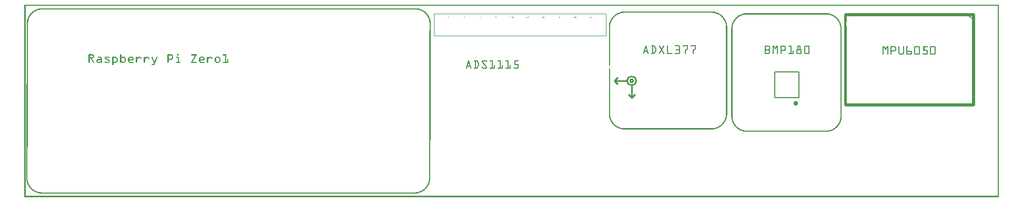
<source format=gto>
G04 MADE WITH FRITZING*
G04 WWW.FRITZING.ORG*
G04 DOUBLE SIDED*
G04 HOLES PLATED*
G04 CONTOUR ON CENTER OF CONTOUR VECTOR*
%ASAXBY*%
%FSLAX23Y23*%
%MOIN*%
%OFA0B0*%
%SFA1.0B1.0*%
%ADD10C,0.029528X0.00196852*%
%ADD11C,0.030000X0.01*%
%ADD12C,0.066568X0.0465684*%
%ADD13R,1.093526X0.143525X1.086474X0.136473*%
%ADD14C,0.003526*%
%ADD15C,0.005000*%
%ADD16C,0.020011*%
%ADD17C,0.005768*%
%ADD18C,0.010000*%
%ADD19R,0.001000X0.001000*%
%LNSILK1*%
G90*
G70*
G54D10*
X4889Y599D03*
G54D11*
X3850Y740D03*
G54D12*
X3850Y740D03*
G54D14*
X2594Y1168D02*
X3684Y1168D01*
X3684Y1028D01*
X2594Y1028D01*
X2594Y1168D01*
D02*
G54D15*
X4754Y634D02*
X4754Y796D01*
D02*
X4754Y796D02*
X4907Y796D01*
D02*
X4907Y796D02*
X4907Y634D01*
D02*
X4907Y634D02*
X4754Y634D01*
G54D16*
D02*
X6014Y1161D02*
X5204Y1161D01*
D02*
X5204Y587D02*
X6014Y587D01*
D02*
X6014Y587D02*
X6014Y1161D01*
G54D17*
D02*
X5980Y1161D02*
X6014Y1127D01*
G54D18*
D02*
X3850Y710D02*
X3850Y635D01*
D02*
X3850Y635D02*
X3870Y655D01*
D02*
X3850Y635D02*
X3830Y655D01*
D02*
X3820Y740D02*
X3740Y740D01*
D02*
X3760Y720D02*
X3740Y740D01*
D02*
X3740Y740D02*
X3760Y760D01*
G54D19*
X0Y1224D02*
X6175Y1224D01*
X0Y1223D02*
X6175Y1223D01*
X0Y1222D02*
X6175Y1222D01*
X0Y1221D02*
X6175Y1221D01*
X0Y1220D02*
X6175Y1220D01*
X0Y1219D02*
X6175Y1219D01*
X0Y1218D02*
X6175Y1218D01*
X0Y1217D02*
X6175Y1217D01*
X0Y1216D02*
X7Y1216D01*
X6168Y1216D02*
X6175Y1216D01*
X0Y1215D02*
X7Y1215D01*
X6168Y1215D02*
X6175Y1215D01*
X0Y1214D02*
X7Y1214D01*
X6168Y1214D02*
X6175Y1214D01*
X0Y1213D02*
X7Y1213D01*
X6168Y1213D02*
X6175Y1213D01*
X0Y1212D02*
X7Y1212D01*
X6168Y1212D02*
X6175Y1212D01*
X0Y1211D02*
X7Y1211D01*
X6168Y1211D02*
X6175Y1211D01*
X0Y1210D02*
X7Y1210D01*
X6168Y1210D02*
X6175Y1210D01*
X0Y1209D02*
X7Y1209D01*
X6168Y1209D02*
X6175Y1209D01*
X0Y1208D02*
X7Y1208D01*
X6168Y1208D02*
X6175Y1208D01*
X0Y1207D02*
X7Y1207D01*
X6168Y1207D02*
X6175Y1207D01*
X0Y1206D02*
X7Y1206D01*
X6168Y1206D02*
X6175Y1206D01*
X0Y1205D02*
X7Y1205D01*
X6168Y1205D02*
X6175Y1205D01*
X0Y1204D02*
X7Y1204D01*
X6168Y1204D02*
X6175Y1204D01*
X0Y1203D02*
X7Y1203D01*
X6168Y1203D02*
X6175Y1203D01*
X0Y1202D02*
X7Y1202D01*
X103Y1202D02*
X2487Y1202D01*
X6168Y1202D02*
X6175Y1202D01*
X0Y1201D02*
X7Y1201D01*
X96Y1201D02*
X2494Y1201D01*
X6168Y1201D02*
X6175Y1201D01*
X0Y1200D02*
X7Y1200D01*
X91Y1200D02*
X2498Y1200D01*
X6168Y1200D02*
X6175Y1200D01*
X0Y1199D02*
X7Y1199D01*
X88Y1199D02*
X2502Y1199D01*
X6168Y1199D02*
X6175Y1199D01*
X0Y1198D02*
X7Y1198D01*
X84Y1198D02*
X2506Y1198D01*
X6168Y1198D02*
X6175Y1198D01*
X0Y1197D02*
X7Y1197D01*
X81Y1197D02*
X2508Y1197D01*
X6168Y1197D02*
X6175Y1197D01*
X0Y1196D02*
X7Y1196D01*
X79Y1196D02*
X2511Y1196D01*
X6168Y1196D02*
X6175Y1196D01*
X0Y1195D02*
X7Y1195D01*
X76Y1195D02*
X2514Y1195D01*
X6168Y1195D02*
X6175Y1195D01*
X0Y1194D02*
X7Y1194D01*
X74Y1194D02*
X106Y1194D01*
X2484Y1194D02*
X2516Y1194D01*
X6168Y1194D02*
X6175Y1194D01*
X0Y1193D02*
X7Y1193D01*
X72Y1193D02*
X97Y1193D01*
X2492Y1193D02*
X2518Y1193D01*
X6168Y1193D02*
X6175Y1193D01*
X0Y1192D02*
X7Y1192D01*
X70Y1192D02*
X92Y1192D01*
X2497Y1192D02*
X2520Y1192D01*
X6168Y1192D02*
X6175Y1192D01*
X0Y1191D02*
X7Y1191D01*
X68Y1191D02*
X89Y1191D01*
X2501Y1191D02*
X2522Y1191D01*
X6168Y1191D02*
X6175Y1191D01*
X0Y1190D02*
X7Y1190D01*
X66Y1190D02*
X85Y1190D01*
X2505Y1190D02*
X2524Y1190D01*
X6168Y1190D02*
X6175Y1190D01*
X0Y1189D02*
X7Y1189D01*
X64Y1189D02*
X82Y1189D01*
X2508Y1189D02*
X2526Y1189D01*
X6168Y1189D02*
X6175Y1189D01*
X0Y1188D02*
X7Y1188D01*
X63Y1188D02*
X79Y1188D01*
X2510Y1188D02*
X2527Y1188D01*
X6168Y1188D02*
X6175Y1188D01*
X0Y1187D02*
X7Y1187D01*
X61Y1187D02*
X77Y1187D01*
X2513Y1187D02*
X2529Y1187D01*
X6168Y1187D02*
X6175Y1187D01*
X0Y1186D02*
X7Y1186D01*
X59Y1186D02*
X75Y1186D01*
X2515Y1186D02*
X2530Y1186D01*
X6168Y1186D02*
X6175Y1186D01*
X0Y1185D02*
X7Y1185D01*
X58Y1185D02*
X73Y1185D01*
X2517Y1185D02*
X2532Y1185D01*
X6168Y1185D02*
X6175Y1185D01*
X0Y1184D02*
X7Y1184D01*
X57Y1184D02*
X70Y1184D01*
X2519Y1184D02*
X2533Y1184D01*
X6168Y1184D02*
X6175Y1184D01*
X0Y1183D02*
X7Y1183D01*
X55Y1183D02*
X69Y1183D01*
X2521Y1183D02*
X2535Y1183D01*
X6168Y1183D02*
X6175Y1183D01*
X0Y1182D02*
X7Y1182D01*
X54Y1182D02*
X67Y1182D01*
X2523Y1182D02*
X2536Y1182D01*
X6168Y1182D02*
X6175Y1182D01*
X0Y1181D02*
X7Y1181D01*
X53Y1181D02*
X65Y1181D01*
X2525Y1181D02*
X2537Y1181D01*
X3796Y1181D02*
X4362Y1181D01*
X6168Y1181D02*
X6175Y1181D01*
X0Y1180D02*
X7Y1180D01*
X51Y1180D02*
X64Y1180D01*
X2526Y1180D02*
X2539Y1180D01*
X3788Y1180D02*
X4370Y1180D01*
X6168Y1180D02*
X6175Y1180D01*
X0Y1179D02*
X7Y1179D01*
X50Y1179D02*
X62Y1179D01*
X2528Y1179D02*
X2540Y1179D01*
X3783Y1179D02*
X4375Y1179D01*
X6168Y1179D02*
X6175Y1179D01*
X0Y1178D02*
X7Y1178D01*
X49Y1178D02*
X61Y1178D01*
X2529Y1178D02*
X2541Y1178D01*
X3779Y1178D02*
X4379Y1178D01*
X6168Y1178D02*
X6175Y1178D01*
X0Y1177D02*
X7Y1177D01*
X48Y1177D02*
X59Y1177D01*
X2531Y1177D02*
X2542Y1177D01*
X3775Y1177D02*
X4382Y1177D01*
X6168Y1177D02*
X6175Y1177D01*
X0Y1176D02*
X7Y1176D01*
X47Y1176D02*
X58Y1176D01*
X2532Y1176D02*
X2543Y1176D01*
X3772Y1176D02*
X4385Y1176D01*
X6168Y1176D02*
X6175Y1176D01*
X0Y1175D02*
X7Y1175D01*
X46Y1175D02*
X57Y1175D01*
X2533Y1175D02*
X2544Y1175D01*
X3769Y1175D02*
X4388Y1175D01*
X6168Y1175D02*
X6175Y1175D01*
X0Y1174D02*
X7Y1174D01*
X45Y1174D02*
X55Y1174D01*
X2535Y1174D02*
X2545Y1174D01*
X3767Y1174D02*
X4391Y1174D01*
X6168Y1174D02*
X6175Y1174D01*
X0Y1173D02*
X7Y1173D01*
X44Y1173D02*
X54Y1173D01*
X2536Y1173D02*
X2546Y1173D01*
X3764Y1173D02*
X3795Y1173D01*
X4363Y1173D02*
X4393Y1173D01*
X6168Y1173D02*
X6175Y1173D01*
X0Y1172D02*
X7Y1172D01*
X43Y1172D02*
X53Y1172D01*
X2537Y1172D02*
X2547Y1172D01*
X3762Y1172D02*
X3787Y1172D01*
X4370Y1172D02*
X4395Y1172D01*
X6168Y1172D02*
X6175Y1172D01*
X0Y1171D02*
X7Y1171D01*
X42Y1171D02*
X52Y1171D01*
X2538Y1171D02*
X2548Y1171D01*
X3760Y1171D02*
X3782Y1171D01*
X4375Y1171D02*
X4397Y1171D01*
X4582Y1171D02*
X4582Y1171D01*
X5076Y1171D02*
X5076Y1171D01*
X6168Y1171D02*
X6175Y1171D01*
X0Y1170D02*
X7Y1170D01*
X41Y1170D02*
X51Y1170D01*
X2539Y1170D02*
X2549Y1170D01*
X3758Y1170D02*
X3778Y1170D01*
X4379Y1170D02*
X4399Y1170D01*
X4566Y1170D02*
X5093Y1170D01*
X6168Y1170D02*
X6175Y1170D01*
X0Y1169D02*
X7Y1169D01*
X40Y1169D02*
X50Y1169D01*
X2540Y1169D02*
X2550Y1169D01*
X3756Y1169D02*
X3775Y1169D01*
X4382Y1169D02*
X4401Y1169D01*
X4560Y1169D02*
X5098Y1169D01*
X6168Y1169D02*
X6175Y1169D01*
X0Y1168D02*
X7Y1168D01*
X39Y1168D02*
X49Y1168D01*
X2541Y1168D02*
X2551Y1168D01*
X3754Y1168D02*
X3772Y1168D01*
X4385Y1168D02*
X4403Y1168D01*
X4556Y1168D02*
X5103Y1168D01*
X6168Y1168D02*
X6175Y1168D01*
X0Y1167D02*
X7Y1167D01*
X38Y1167D02*
X48Y1167D01*
X2542Y1167D02*
X2552Y1167D01*
X3753Y1167D02*
X3769Y1167D01*
X4388Y1167D02*
X4405Y1167D01*
X4552Y1167D02*
X5107Y1167D01*
X6168Y1167D02*
X6175Y1167D01*
X0Y1166D02*
X7Y1166D01*
X37Y1166D02*
X47Y1166D01*
X2543Y1166D02*
X2553Y1166D01*
X3751Y1166D02*
X3767Y1166D01*
X4390Y1166D02*
X4406Y1166D01*
X4549Y1166D02*
X5110Y1166D01*
X6168Y1166D02*
X6175Y1166D01*
X0Y1165D02*
X7Y1165D01*
X37Y1165D02*
X46Y1165D01*
X2544Y1165D02*
X2553Y1165D01*
X3749Y1165D02*
X3765Y1165D01*
X4393Y1165D02*
X4408Y1165D01*
X4546Y1165D02*
X5113Y1165D01*
X6168Y1165D02*
X6175Y1165D01*
X0Y1164D02*
X7Y1164D01*
X36Y1164D02*
X45Y1164D01*
X2545Y1164D02*
X2554Y1164D01*
X3748Y1164D02*
X3763Y1164D01*
X4395Y1164D02*
X4409Y1164D01*
X4543Y1164D02*
X5115Y1164D01*
X6168Y1164D02*
X6175Y1164D01*
X0Y1163D02*
X7Y1163D01*
X35Y1163D02*
X44Y1163D01*
X2546Y1163D02*
X2555Y1163D01*
X3747Y1163D02*
X3761Y1163D01*
X4397Y1163D02*
X4411Y1163D01*
X4541Y1163D02*
X5118Y1163D01*
X6168Y1163D02*
X6175Y1163D01*
X0Y1162D02*
X7Y1162D01*
X34Y1162D02*
X43Y1162D01*
X2547Y1162D02*
X2556Y1162D01*
X3745Y1162D02*
X3759Y1162D01*
X4399Y1162D02*
X4412Y1162D01*
X4539Y1162D02*
X4565Y1162D01*
X5093Y1162D02*
X5120Y1162D01*
X5197Y1162D02*
X5209Y1162D01*
X6168Y1162D02*
X6175Y1162D01*
X0Y1161D02*
X7Y1161D01*
X34Y1161D02*
X42Y1161D01*
X2548Y1161D02*
X2556Y1161D01*
X3744Y1161D02*
X3757Y1161D01*
X4400Y1161D02*
X4413Y1161D01*
X4536Y1161D02*
X4559Y1161D01*
X5099Y1161D02*
X5122Y1161D01*
X5197Y1161D02*
X5210Y1161D01*
X6168Y1161D02*
X6175Y1161D01*
X0Y1160D02*
X7Y1160D01*
X33Y1160D02*
X42Y1160D01*
X2548Y1160D02*
X2557Y1160D01*
X3742Y1160D02*
X3755Y1160D01*
X4402Y1160D02*
X4415Y1160D01*
X4534Y1160D02*
X4555Y1160D01*
X5103Y1160D02*
X5124Y1160D01*
X5197Y1160D02*
X5210Y1160D01*
X6168Y1160D02*
X6175Y1160D01*
X0Y1159D02*
X7Y1159D01*
X32Y1159D02*
X41Y1159D01*
X2549Y1159D02*
X2558Y1159D01*
X3741Y1159D02*
X3754Y1159D01*
X4404Y1159D02*
X4416Y1159D01*
X4532Y1159D02*
X4552Y1159D01*
X5107Y1159D02*
X5126Y1159D01*
X5197Y1159D02*
X5210Y1159D01*
X6168Y1159D02*
X6175Y1159D01*
X0Y1158D02*
X7Y1158D01*
X31Y1158D02*
X40Y1158D01*
X2550Y1158D02*
X2558Y1158D01*
X3740Y1158D02*
X3752Y1158D01*
X4405Y1158D02*
X4417Y1158D01*
X4531Y1158D02*
X4549Y1158D01*
X5110Y1158D02*
X5128Y1158D01*
X5197Y1158D02*
X5210Y1158D01*
X6168Y1158D02*
X6175Y1158D01*
X0Y1157D02*
X7Y1157D01*
X31Y1157D02*
X39Y1157D01*
X2551Y1157D02*
X2559Y1157D01*
X3739Y1157D02*
X3751Y1157D01*
X4407Y1157D02*
X4419Y1157D01*
X4529Y1157D02*
X4546Y1157D01*
X5113Y1157D02*
X5130Y1157D01*
X5197Y1157D02*
X5210Y1157D01*
X6168Y1157D02*
X6175Y1157D01*
X0Y1156D02*
X7Y1156D01*
X30Y1156D02*
X39Y1156D01*
X2551Y1156D02*
X2560Y1156D01*
X3738Y1156D02*
X3749Y1156D01*
X4408Y1156D02*
X4420Y1156D01*
X4527Y1156D02*
X4544Y1156D01*
X5115Y1156D02*
X5131Y1156D01*
X5197Y1156D02*
X5210Y1156D01*
X6168Y1156D02*
X6175Y1156D01*
X0Y1155D02*
X7Y1155D01*
X30Y1155D02*
X38Y1155D01*
X2552Y1155D02*
X2560Y1155D01*
X3737Y1155D02*
X3748Y1155D01*
X4409Y1155D02*
X4421Y1155D01*
X4526Y1155D02*
X4541Y1155D01*
X5117Y1155D02*
X5133Y1155D01*
X5197Y1155D02*
X5210Y1155D01*
X6168Y1155D02*
X6175Y1155D01*
X0Y1154D02*
X7Y1154D01*
X29Y1154D02*
X37Y1154D01*
X2553Y1154D02*
X2561Y1154D01*
X3735Y1154D02*
X3747Y1154D01*
X4411Y1154D02*
X4422Y1154D01*
X4524Y1154D02*
X4539Y1154D01*
X5119Y1154D02*
X5134Y1154D01*
X5197Y1154D02*
X5210Y1154D01*
X6168Y1154D02*
X6175Y1154D01*
X0Y1153D02*
X7Y1153D01*
X28Y1153D02*
X37Y1153D01*
X2553Y1153D02*
X2562Y1153D01*
X3734Y1153D02*
X3745Y1153D01*
X4412Y1153D02*
X4423Y1153D01*
X4523Y1153D02*
X4537Y1153D01*
X5122Y1153D02*
X5136Y1153D01*
X5197Y1153D02*
X5210Y1153D01*
X6168Y1153D02*
X6175Y1153D01*
X0Y1152D02*
X7Y1152D01*
X28Y1152D02*
X36Y1152D01*
X2554Y1152D02*
X2562Y1152D01*
X3733Y1152D02*
X3744Y1152D01*
X4413Y1152D02*
X4424Y1152D01*
X4521Y1152D02*
X4535Y1152D01*
X5123Y1152D02*
X5137Y1152D01*
X5197Y1152D02*
X5210Y1152D01*
X6168Y1152D02*
X6175Y1152D01*
X0Y1151D02*
X7Y1151D01*
X27Y1151D02*
X35Y1151D01*
X2555Y1151D02*
X2563Y1151D01*
X3732Y1151D02*
X3743Y1151D01*
X4414Y1151D02*
X4425Y1151D01*
X4520Y1151D02*
X4533Y1151D01*
X5125Y1151D02*
X5139Y1151D01*
X5197Y1151D02*
X5210Y1151D01*
X6168Y1151D02*
X6175Y1151D01*
X0Y1150D02*
X7Y1150D01*
X27Y1150D02*
X35Y1150D01*
X2555Y1150D02*
X2563Y1150D01*
X3731Y1150D02*
X3742Y1150D01*
X4415Y1150D02*
X4426Y1150D01*
X4519Y1150D02*
X4532Y1150D01*
X5127Y1150D02*
X5140Y1150D01*
X5197Y1150D02*
X5210Y1150D01*
X6168Y1150D02*
X6175Y1150D01*
X0Y1149D02*
X7Y1149D01*
X26Y1149D02*
X34Y1149D01*
X2556Y1149D02*
X2564Y1149D01*
X3731Y1149D02*
X3741Y1149D01*
X4416Y1149D02*
X4427Y1149D01*
X4517Y1149D02*
X4530Y1149D01*
X5129Y1149D02*
X5141Y1149D01*
X5197Y1149D02*
X5210Y1149D01*
X6168Y1149D02*
X6175Y1149D01*
X0Y1148D02*
X7Y1148D01*
X26Y1148D02*
X34Y1148D01*
X2556Y1148D02*
X2564Y1148D01*
X2885Y1148D02*
X2885Y1148D01*
X2889Y1148D02*
X2889Y1148D01*
X2893Y1148D02*
X2893Y1148D01*
X3177Y1148D02*
X3177Y1148D01*
X3181Y1148D02*
X3181Y1148D01*
X3185Y1148D02*
X3187Y1148D01*
X3191Y1148D02*
X3194Y1148D01*
X3196Y1148D02*
X3196Y1148D01*
X3200Y1148D02*
X3200Y1148D01*
X3481Y1148D02*
X3484Y1148D01*
X3490Y1148D02*
X3490Y1148D01*
X3493Y1148D02*
X3496Y1148D01*
X3730Y1148D02*
X3740Y1148D01*
X4418Y1148D02*
X4428Y1148D01*
X4516Y1148D02*
X4528Y1148D01*
X5130Y1148D02*
X5143Y1148D01*
X5197Y1148D02*
X5210Y1148D01*
X6168Y1148D02*
X6175Y1148D01*
X0Y1147D02*
X7Y1147D01*
X25Y1147D02*
X33Y1147D01*
X2557Y1147D02*
X2565Y1147D01*
X2685Y1147D02*
X2685Y1147D01*
X2687Y1147D02*
X2687Y1147D01*
X2689Y1147D02*
X2689Y1147D01*
X2693Y1147D02*
X2693Y1147D01*
X2787Y1147D02*
X2787Y1147D01*
X2789Y1147D02*
X2789Y1147D01*
X2793Y1147D02*
X2793Y1147D01*
X2885Y1147D02*
X2885Y1147D01*
X2889Y1147D02*
X2889Y1147D01*
X2893Y1147D02*
X2893Y1147D01*
X2985Y1147D02*
X2985Y1147D01*
X2987Y1147D02*
X2987Y1147D01*
X2989Y1147D02*
X2989Y1147D01*
X2993Y1147D02*
X2993Y1147D01*
X3080Y1147D02*
X3080Y1147D01*
X3084Y1147D02*
X3084Y1147D01*
X3088Y1147D02*
X3088Y1147D01*
X3092Y1147D02*
X3093Y1147D01*
X3095Y1147D02*
X3095Y1147D01*
X3099Y1147D02*
X3099Y1147D01*
X3178Y1147D02*
X3178Y1147D01*
X3181Y1147D02*
X3181Y1147D01*
X3184Y1147D02*
X3184Y1147D01*
X3190Y1147D02*
X3190Y1147D01*
X3194Y1147D02*
X3194Y1147D01*
X3196Y1147D02*
X3196Y1147D01*
X3200Y1147D02*
X3200Y1147D01*
X3287Y1147D02*
X3288Y1147D01*
X3290Y1147D02*
X3290Y1147D01*
X3293Y1147D02*
X3293Y1147D01*
X3296Y1147D02*
X3296Y1147D01*
X3384Y1147D02*
X3384Y1147D01*
X3386Y1147D02*
X3387Y1147D01*
X3389Y1147D02*
X3389Y1147D01*
X3393Y1147D02*
X3393Y1147D01*
X3395Y1147D02*
X3396Y1147D01*
X3480Y1147D02*
X3480Y1147D01*
X3484Y1147D02*
X3484Y1147D01*
X3486Y1147D02*
X3487Y1147D01*
X3490Y1147D02*
X3490Y1147D01*
X3497Y1147D02*
X3497Y1147D01*
X3581Y1147D02*
X3582Y1147D01*
X3584Y1147D02*
X3584Y1147D01*
X3587Y1147D02*
X3588Y1147D01*
X3590Y1147D02*
X3591Y1147D01*
X3595Y1147D02*
X3595Y1147D01*
X3729Y1147D02*
X3739Y1147D01*
X4419Y1147D02*
X4429Y1147D01*
X4515Y1147D02*
X4527Y1147D01*
X5132Y1147D02*
X5144Y1147D01*
X5197Y1147D02*
X5210Y1147D01*
X6168Y1147D02*
X6175Y1147D01*
X0Y1146D02*
X7Y1146D01*
X25Y1146D02*
X32Y1146D01*
X2557Y1146D02*
X2565Y1146D01*
X2684Y1146D02*
X2684Y1146D01*
X2689Y1146D02*
X2692Y1146D01*
X2786Y1146D02*
X2786Y1146D01*
X2789Y1146D02*
X2792Y1146D01*
X2885Y1146D02*
X2885Y1146D01*
X2890Y1146D02*
X2892Y1146D01*
X2984Y1146D02*
X2984Y1146D01*
X2987Y1146D02*
X2987Y1146D01*
X2989Y1146D02*
X2992Y1146D01*
X3080Y1146D02*
X3080Y1146D01*
X3085Y1146D02*
X3085Y1146D01*
X3088Y1146D02*
X3088Y1146D01*
X3093Y1146D02*
X3093Y1146D01*
X3095Y1146D02*
X3098Y1146D01*
X3179Y1146D02*
X3179Y1146D01*
X3181Y1146D02*
X3181Y1146D01*
X3190Y1146D02*
X3190Y1146D01*
X3194Y1146D02*
X3194Y1146D01*
X3197Y1146D02*
X3199Y1146D01*
X3281Y1146D02*
X3284Y1146D01*
X3287Y1146D02*
X3287Y1146D01*
X3293Y1146D02*
X3293Y1146D01*
X3384Y1146D02*
X3384Y1146D01*
X3386Y1146D02*
X3386Y1146D01*
X3390Y1146D02*
X3390Y1146D01*
X3392Y1146D02*
X3392Y1146D01*
X3480Y1146D02*
X3480Y1146D01*
X3484Y1146D02*
X3484Y1146D01*
X3486Y1146D02*
X3486Y1146D01*
X3488Y1146D02*
X3488Y1146D01*
X3490Y1146D02*
X3490Y1146D01*
X3493Y1146D02*
X3494Y1146D01*
X3497Y1146D02*
X3497Y1146D01*
X3584Y1146D02*
X3584Y1146D01*
X3587Y1146D02*
X3587Y1146D01*
X3591Y1146D02*
X3591Y1146D01*
X3594Y1146D02*
X3594Y1146D01*
X3728Y1146D02*
X3738Y1146D01*
X4420Y1146D02*
X4429Y1146D01*
X4514Y1146D02*
X4526Y1146D01*
X5133Y1146D02*
X5145Y1146D01*
X5197Y1146D02*
X5210Y1146D01*
X6168Y1146D02*
X6175Y1146D01*
X0Y1145D02*
X7Y1145D01*
X24Y1145D02*
X32Y1145D01*
X2558Y1145D02*
X2566Y1145D01*
X2685Y1145D02*
X2685Y1145D01*
X2690Y1145D02*
X2690Y1145D01*
X2692Y1145D02*
X2692Y1145D01*
X2785Y1145D02*
X2785Y1145D01*
X2790Y1145D02*
X2790Y1145D01*
X2792Y1145D02*
X2792Y1145D01*
X2885Y1145D02*
X2885Y1145D01*
X2890Y1145D02*
X2890Y1145D01*
X2892Y1145D02*
X2892Y1145D01*
X2984Y1145D02*
X2984Y1145D01*
X2987Y1145D02*
X2987Y1145D01*
X2990Y1145D02*
X2990Y1145D01*
X2992Y1145D02*
X2992Y1145D01*
X3080Y1145D02*
X3080Y1145D01*
X3085Y1145D02*
X3088Y1145D01*
X3093Y1145D02*
X3093Y1145D01*
X3096Y1145D02*
X3096Y1145D01*
X3098Y1145D02*
X3098Y1145D01*
X3178Y1145D02*
X3178Y1145D01*
X3181Y1145D02*
X3181Y1145D01*
X3190Y1145D02*
X3190Y1145D01*
X3194Y1145D02*
X3194Y1145D01*
X3197Y1145D02*
X3197Y1145D01*
X3199Y1145D02*
X3199Y1145D01*
X3281Y1145D02*
X3281Y1145D01*
X3284Y1145D02*
X3284Y1145D01*
X3293Y1145D02*
X3294Y1145D01*
X3384Y1145D02*
X3384Y1145D01*
X3390Y1145D02*
X3390Y1145D01*
X3393Y1145D02*
X3394Y1145D01*
X3480Y1145D02*
X3480Y1145D01*
X3484Y1145D02*
X3484Y1145D01*
X3486Y1145D02*
X3486Y1145D01*
X3490Y1145D02*
X3490Y1145D01*
X3497Y1145D02*
X3497Y1145D01*
X3580Y1145D02*
X3580Y1145D01*
X3584Y1145D02*
X3584Y1145D01*
X3591Y1145D02*
X3591Y1145D01*
X3594Y1145D02*
X3594Y1145D01*
X3596Y1145D02*
X3596Y1145D01*
X3727Y1145D02*
X3737Y1145D01*
X4421Y1145D02*
X4430Y1145D01*
X4513Y1145D02*
X4524Y1145D01*
X5134Y1145D02*
X5146Y1145D01*
X5197Y1145D02*
X5210Y1145D01*
X6168Y1145D02*
X6175Y1145D01*
X0Y1144D02*
X7Y1144D01*
X24Y1144D02*
X32Y1144D01*
X2558Y1144D02*
X2566Y1144D01*
X2685Y1144D02*
X2685Y1144D01*
X2690Y1144D02*
X2690Y1144D01*
X2692Y1144D02*
X2692Y1144D01*
X2784Y1144D02*
X2784Y1144D01*
X2790Y1144D02*
X2790Y1144D01*
X2792Y1144D02*
X2792Y1144D01*
X2885Y1144D02*
X2886Y1144D01*
X2890Y1144D02*
X2890Y1144D01*
X2984Y1144D02*
X2984Y1144D01*
X2987Y1144D02*
X2987Y1144D01*
X2990Y1144D02*
X2990Y1144D01*
X2992Y1144D02*
X2992Y1144D01*
X3080Y1144D02*
X3080Y1144D01*
X3084Y1144D02*
X3084Y1144D01*
X3088Y1144D02*
X3088Y1144D01*
X3093Y1144D02*
X3093Y1144D01*
X3096Y1144D02*
X3096Y1144D01*
X3098Y1144D02*
X3098Y1144D01*
X3177Y1144D02*
X3177Y1144D01*
X3181Y1144D02*
X3181Y1144D01*
X3184Y1144D02*
X3184Y1144D01*
X3190Y1144D02*
X3190Y1144D01*
X3194Y1144D02*
X3194Y1144D01*
X3197Y1144D02*
X3197Y1144D01*
X3199Y1144D02*
X3199Y1144D01*
X3282Y1144D02*
X3282Y1144D01*
X3296Y1144D02*
X3296Y1144D01*
X3384Y1144D02*
X3384Y1144D01*
X3390Y1144D02*
X3390Y1144D01*
X3395Y1144D02*
X3396Y1144D01*
X3480Y1144D02*
X3480Y1144D01*
X3484Y1144D02*
X3484Y1144D01*
X3486Y1144D02*
X3486Y1144D01*
X3489Y1144D02*
X3490Y1144D01*
X3497Y1144D02*
X3497Y1144D01*
X3580Y1144D02*
X3580Y1144D01*
X3584Y1144D02*
X3584Y1144D01*
X3587Y1144D02*
X3587Y1144D01*
X3591Y1144D02*
X3591Y1144D01*
X3593Y1144D02*
X3593Y1144D01*
X3596Y1144D02*
X3596Y1144D01*
X3726Y1144D02*
X3736Y1144D01*
X4421Y1144D02*
X4431Y1144D01*
X4511Y1144D02*
X4523Y1144D01*
X5136Y1144D02*
X5147Y1144D01*
X5197Y1144D02*
X5210Y1144D01*
X6168Y1144D02*
X6175Y1144D01*
X0Y1143D02*
X7Y1143D01*
X23Y1143D02*
X31Y1143D01*
X2559Y1143D02*
X2567Y1143D01*
X2687Y1143D02*
X2687Y1143D01*
X2691Y1143D02*
X2691Y1143D01*
X2784Y1143D02*
X2784Y1143D01*
X2787Y1143D02*
X2787Y1143D01*
X2791Y1143D02*
X2791Y1143D01*
X2885Y1143D02*
X2885Y1143D01*
X2891Y1143D02*
X2891Y1143D01*
X2987Y1143D02*
X2987Y1143D01*
X2991Y1143D02*
X2991Y1143D01*
X3080Y1143D02*
X3080Y1143D01*
X3084Y1143D02*
X3084Y1143D01*
X3088Y1143D02*
X3088Y1143D01*
X3093Y1143D02*
X3093Y1143D01*
X3096Y1143D02*
X3097Y1143D01*
X3178Y1143D02*
X3181Y1143D01*
X3185Y1143D02*
X3187Y1143D01*
X3191Y1143D02*
X3194Y1143D01*
X3198Y1143D02*
X3198Y1143D01*
X3282Y1143D02*
X3283Y1143D01*
X3287Y1143D02*
X3287Y1143D01*
X3293Y1143D02*
X3293Y1143D01*
X3296Y1143D02*
X3296Y1143D01*
X3384Y1143D02*
X3384Y1143D01*
X3386Y1143D02*
X3386Y1143D01*
X3390Y1143D02*
X3390Y1143D01*
X3393Y1143D02*
X3393Y1143D01*
X3396Y1143D02*
X3396Y1143D01*
X3481Y1143D02*
X3484Y1143D01*
X3486Y1143D02*
X3486Y1143D01*
X3490Y1143D02*
X3490Y1143D01*
X3493Y1143D02*
X3496Y1143D01*
X3581Y1143D02*
X3581Y1143D01*
X3584Y1143D02*
X3584Y1143D01*
X3587Y1143D02*
X3587Y1143D01*
X3591Y1143D02*
X3591Y1143D01*
X3593Y1143D02*
X3593Y1143D01*
X3597Y1143D02*
X3597Y1143D01*
X3726Y1143D02*
X3735Y1143D01*
X4422Y1143D02*
X4432Y1143D01*
X4510Y1143D02*
X4522Y1143D01*
X5137Y1143D02*
X5148Y1143D01*
X5197Y1143D02*
X5210Y1143D01*
X6168Y1143D02*
X6175Y1143D01*
X0Y1142D02*
X7Y1142D01*
X23Y1142D02*
X31Y1142D01*
X2559Y1142D02*
X2567Y1142D01*
X2686Y1142D02*
X2686Y1142D01*
X2691Y1142D02*
X2691Y1142D01*
X2785Y1142D02*
X2786Y1142D01*
X2791Y1142D02*
X2791Y1142D01*
X2986Y1142D02*
X2986Y1142D01*
X2991Y1142D02*
X2991Y1142D01*
X3079Y1142D02*
X3082Y1142D01*
X3085Y1142D02*
X3087Y1142D01*
X3097Y1142D02*
X3097Y1142D01*
X3288Y1142D02*
X3290Y1142D01*
X3294Y1142D02*
X3295Y1142D01*
X3387Y1142D02*
X3388Y1142D01*
X3394Y1142D02*
X3395Y1142D01*
X3582Y1142D02*
X3584Y1142D01*
X3589Y1142D02*
X3590Y1142D01*
X3725Y1142D02*
X3734Y1142D01*
X4423Y1142D02*
X4433Y1142D01*
X4509Y1142D02*
X4520Y1142D01*
X5138Y1142D02*
X5149Y1142D01*
X5197Y1142D02*
X5210Y1142D01*
X6168Y1142D02*
X6175Y1142D01*
X0Y1141D02*
X7Y1141D01*
X22Y1141D02*
X30Y1141D01*
X2560Y1141D02*
X2568Y1141D01*
X3724Y1141D02*
X3733Y1141D01*
X4424Y1141D02*
X4433Y1141D01*
X4508Y1141D02*
X4519Y1141D01*
X5139Y1141D02*
X5150Y1141D01*
X5197Y1141D02*
X5210Y1141D01*
X6168Y1141D02*
X6175Y1141D01*
X0Y1140D02*
X7Y1140D01*
X22Y1140D02*
X30Y1140D01*
X2560Y1140D02*
X2568Y1140D01*
X3723Y1140D02*
X3732Y1140D01*
X4425Y1140D02*
X4434Y1140D01*
X4507Y1140D02*
X4518Y1140D01*
X5140Y1140D02*
X5151Y1140D01*
X5197Y1140D02*
X5210Y1140D01*
X6168Y1140D02*
X6175Y1140D01*
X0Y1139D02*
X7Y1139D01*
X22Y1139D02*
X29Y1139D01*
X2561Y1139D02*
X2568Y1139D01*
X3723Y1139D02*
X3731Y1139D01*
X4426Y1139D02*
X4435Y1139D01*
X4506Y1139D02*
X4517Y1139D01*
X5142Y1139D02*
X5152Y1139D01*
X5197Y1139D02*
X5210Y1139D01*
X6168Y1139D02*
X6175Y1139D01*
X0Y1138D02*
X7Y1138D01*
X21Y1138D02*
X29Y1138D01*
X2561Y1138D02*
X2569Y1138D01*
X3722Y1138D02*
X3731Y1138D01*
X4427Y1138D02*
X4435Y1138D01*
X4506Y1138D02*
X4516Y1138D01*
X5143Y1138D02*
X5153Y1138D01*
X5197Y1138D02*
X5210Y1138D01*
X6168Y1138D02*
X6175Y1138D01*
X0Y1137D02*
X7Y1137D01*
X21Y1137D02*
X28Y1137D01*
X2561Y1137D02*
X2569Y1137D01*
X3721Y1137D02*
X3730Y1137D01*
X4427Y1137D02*
X4436Y1137D01*
X4505Y1137D02*
X4515Y1137D01*
X5144Y1137D02*
X5154Y1137D01*
X5197Y1137D02*
X5210Y1137D01*
X6168Y1137D02*
X6175Y1137D01*
X0Y1136D02*
X7Y1136D01*
X20Y1136D02*
X28Y1136D01*
X2562Y1136D02*
X2569Y1136D01*
X3720Y1136D02*
X3729Y1136D01*
X4428Y1136D02*
X4437Y1136D01*
X4504Y1136D02*
X4514Y1136D01*
X5145Y1136D02*
X5155Y1136D01*
X5197Y1136D02*
X5210Y1136D01*
X6168Y1136D02*
X6175Y1136D01*
X0Y1135D02*
X7Y1135D01*
X20Y1135D02*
X28Y1135D01*
X2562Y1135D02*
X2570Y1135D01*
X3720Y1135D02*
X3729Y1135D01*
X4429Y1135D02*
X4438Y1135D01*
X4503Y1135D02*
X4513Y1135D01*
X5146Y1135D02*
X5156Y1135D01*
X5197Y1135D02*
X5210Y1135D01*
X6168Y1135D02*
X6175Y1135D01*
X0Y1134D02*
X7Y1134D01*
X20Y1134D02*
X27Y1134D01*
X2563Y1134D02*
X2570Y1134D01*
X3719Y1134D02*
X3728Y1134D01*
X4430Y1134D02*
X4438Y1134D01*
X4502Y1134D02*
X4512Y1134D01*
X5147Y1134D02*
X5156Y1134D01*
X5197Y1134D02*
X5210Y1134D01*
X6168Y1134D02*
X6175Y1134D01*
X0Y1133D02*
X7Y1133D01*
X19Y1133D02*
X27Y1133D01*
X2563Y1133D02*
X2571Y1133D01*
X3719Y1133D02*
X3727Y1133D01*
X4430Y1133D02*
X4439Y1133D01*
X4501Y1133D02*
X4511Y1133D01*
X5148Y1133D02*
X5157Y1133D01*
X5197Y1133D02*
X5210Y1133D01*
X6168Y1133D02*
X6175Y1133D01*
X0Y1132D02*
X7Y1132D01*
X19Y1132D02*
X27Y1132D01*
X2563Y1132D02*
X2571Y1132D01*
X3718Y1132D02*
X3726Y1132D01*
X4431Y1132D02*
X4439Y1132D01*
X4501Y1132D02*
X4510Y1132D01*
X5149Y1132D02*
X5158Y1132D01*
X5197Y1132D02*
X5210Y1132D01*
X6168Y1132D02*
X6175Y1132D01*
X0Y1131D02*
X7Y1131D01*
X19Y1131D02*
X26Y1131D01*
X2564Y1131D02*
X2571Y1131D01*
X3717Y1131D02*
X3726Y1131D01*
X4432Y1131D02*
X4440Y1131D01*
X4500Y1131D02*
X4509Y1131D01*
X5149Y1131D02*
X5159Y1131D01*
X5197Y1131D02*
X5210Y1131D01*
X6168Y1131D02*
X6175Y1131D01*
X0Y1130D02*
X7Y1130D01*
X18Y1130D02*
X26Y1130D01*
X2564Y1130D02*
X2571Y1130D01*
X3717Y1130D02*
X3725Y1130D01*
X4432Y1130D02*
X4440Y1130D01*
X4499Y1130D02*
X4508Y1130D01*
X5150Y1130D02*
X5159Y1130D01*
X5197Y1130D02*
X5210Y1130D01*
X6168Y1130D02*
X6175Y1130D01*
X0Y1129D02*
X7Y1129D01*
X18Y1129D02*
X26Y1129D01*
X2564Y1129D02*
X2572Y1129D01*
X3716Y1129D02*
X3725Y1129D01*
X4433Y1129D02*
X4441Y1129D01*
X4498Y1129D02*
X4507Y1129D01*
X5151Y1129D02*
X5160Y1129D01*
X5197Y1129D02*
X5210Y1129D01*
X6168Y1129D02*
X6175Y1129D01*
X0Y1128D02*
X7Y1128D01*
X18Y1128D02*
X25Y1128D01*
X2564Y1128D02*
X2572Y1128D01*
X3716Y1128D02*
X3724Y1128D01*
X4433Y1128D02*
X4442Y1128D01*
X4498Y1128D02*
X4507Y1128D01*
X5152Y1128D02*
X5161Y1128D01*
X5197Y1128D02*
X5210Y1128D01*
X6168Y1128D02*
X6175Y1128D01*
X0Y1127D02*
X7Y1127D01*
X18Y1127D02*
X25Y1127D01*
X2565Y1127D02*
X2572Y1127D01*
X3715Y1127D02*
X3723Y1127D01*
X4434Y1127D02*
X4442Y1127D01*
X4497Y1127D02*
X4506Y1127D01*
X5153Y1127D02*
X5162Y1127D01*
X5197Y1127D02*
X5210Y1127D01*
X6168Y1127D02*
X6175Y1127D01*
X0Y1126D02*
X7Y1126D01*
X17Y1126D02*
X25Y1126D01*
X2565Y1126D02*
X2572Y1126D01*
X3715Y1126D02*
X3723Y1126D01*
X4435Y1126D02*
X4443Y1126D01*
X4496Y1126D02*
X4505Y1126D01*
X5153Y1126D02*
X5162Y1126D01*
X5197Y1126D02*
X5210Y1126D01*
X6168Y1126D02*
X6175Y1126D01*
X0Y1125D02*
X7Y1125D01*
X17Y1125D02*
X25Y1125D01*
X2565Y1125D02*
X2573Y1125D01*
X3714Y1125D02*
X3722Y1125D01*
X4435Y1125D02*
X4443Y1125D01*
X4496Y1125D02*
X4504Y1125D01*
X5154Y1125D02*
X5163Y1125D01*
X5197Y1125D02*
X5210Y1125D01*
X6168Y1125D02*
X6175Y1125D01*
X0Y1124D02*
X7Y1124D01*
X17Y1124D02*
X24Y1124D01*
X2565Y1124D02*
X2573Y1124D01*
X3714Y1124D02*
X3722Y1124D01*
X4436Y1124D02*
X4444Y1124D01*
X4495Y1124D02*
X4504Y1124D01*
X5155Y1124D02*
X5164Y1124D01*
X5197Y1124D02*
X5210Y1124D01*
X6168Y1124D02*
X6175Y1124D01*
X0Y1123D02*
X7Y1123D01*
X17Y1123D02*
X24Y1123D01*
X2566Y1123D02*
X2573Y1123D01*
X3713Y1123D02*
X3721Y1123D01*
X4436Y1123D02*
X4444Y1123D01*
X4494Y1123D02*
X4503Y1123D01*
X5156Y1123D02*
X5164Y1123D01*
X5197Y1123D02*
X5210Y1123D01*
X6168Y1123D02*
X6175Y1123D01*
X0Y1122D02*
X7Y1122D01*
X17Y1122D02*
X24Y1122D01*
X2566Y1122D02*
X2573Y1122D01*
X3713Y1122D02*
X3721Y1122D01*
X4437Y1122D02*
X4444Y1122D01*
X4494Y1122D02*
X4502Y1122D01*
X5156Y1122D02*
X5165Y1122D01*
X5197Y1122D02*
X5210Y1122D01*
X6168Y1122D02*
X6175Y1122D01*
X0Y1121D02*
X7Y1121D01*
X16Y1121D02*
X24Y1121D01*
X2566Y1121D02*
X2573Y1121D01*
X3712Y1121D02*
X3720Y1121D01*
X4437Y1121D02*
X4445Y1121D01*
X4493Y1121D02*
X4502Y1121D01*
X5157Y1121D02*
X5165Y1121D01*
X5197Y1121D02*
X5210Y1121D01*
X6168Y1121D02*
X6175Y1121D01*
X0Y1120D02*
X7Y1120D01*
X16Y1120D02*
X24Y1120D01*
X2566Y1120D02*
X2574Y1120D01*
X3712Y1120D02*
X3720Y1120D01*
X4438Y1120D02*
X4445Y1120D01*
X4493Y1120D02*
X4501Y1120D01*
X5158Y1120D02*
X5166Y1120D01*
X5197Y1120D02*
X5210Y1120D01*
X6168Y1120D02*
X6175Y1120D01*
X0Y1119D02*
X7Y1119D01*
X16Y1119D02*
X23Y1119D01*
X2566Y1119D02*
X2574Y1119D01*
X3712Y1119D02*
X3719Y1119D01*
X4438Y1119D02*
X4446Y1119D01*
X4492Y1119D02*
X4500Y1119D01*
X5158Y1119D02*
X5166Y1119D01*
X5197Y1119D02*
X5210Y1119D01*
X6168Y1119D02*
X6175Y1119D01*
X0Y1118D02*
X7Y1118D01*
X16Y1118D02*
X23Y1118D01*
X2567Y1118D02*
X2574Y1118D01*
X3711Y1118D02*
X3719Y1118D01*
X4439Y1118D02*
X4446Y1118D01*
X4492Y1118D02*
X4500Y1118D01*
X5159Y1118D02*
X5167Y1118D01*
X5197Y1118D02*
X5210Y1118D01*
X6168Y1118D02*
X6175Y1118D01*
X0Y1117D02*
X7Y1117D01*
X16Y1117D02*
X23Y1117D01*
X2567Y1117D02*
X2574Y1117D01*
X3711Y1117D02*
X3718Y1117D01*
X4439Y1117D02*
X4447Y1117D01*
X4491Y1117D02*
X4499Y1117D01*
X5159Y1117D02*
X5167Y1117D01*
X5197Y1117D02*
X5210Y1117D01*
X6168Y1117D02*
X6175Y1117D01*
X0Y1116D02*
X7Y1116D01*
X16Y1116D02*
X23Y1116D01*
X2567Y1116D02*
X2574Y1116D01*
X3710Y1116D02*
X3718Y1116D01*
X4439Y1116D02*
X4447Y1116D01*
X4491Y1116D02*
X4499Y1116D01*
X5160Y1116D02*
X5168Y1116D01*
X5197Y1116D02*
X5210Y1116D01*
X6168Y1116D02*
X6175Y1116D01*
X0Y1115D02*
X7Y1115D01*
X15Y1115D02*
X23Y1115D01*
X2567Y1115D02*
X2574Y1115D01*
X3710Y1115D02*
X3717Y1115D01*
X4440Y1115D02*
X4447Y1115D01*
X4490Y1115D02*
X4498Y1115D01*
X5161Y1115D02*
X5168Y1115D01*
X5197Y1115D02*
X5209Y1115D01*
X6168Y1115D02*
X6175Y1115D01*
X0Y1114D02*
X7Y1114D01*
X15Y1114D02*
X23Y1114D01*
X2567Y1114D02*
X2574Y1114D01*
X3710Y1114D02*
X3717Y1114D01*
X4440Y1114D02*
X4448Y1114D01*
X4490Y1114D02*
X4497Y1114D01*
X5161Y1114D02*
X5169Y1114D01*
X5197Y1114D02*
X5209Y1114D01*
X6168Y1114D02*
X6175Y1114D01*
X0Y1113D02*
X7Y1113D01*
X15Y1113D02*
X23Y1113D01*
X2567Y1113D02*
X2575Y1113D01*
X3709Y1113D02*
X3717Y1113D01*
X4441Y1113D02*
X4448Y1113D01*
X4489Y1113D02*
X4497Y1113D01*
X5162Y1113D02*
X5169Y1113D01*
X5197Y1113D02*
X5209Y1113D01*
X6168Y1113D02*
X6175Y1113D01*
X0Y1112D02*
X7Y1112D01*
X15Y1112D02*
X23Y1112D01*
X2567Y1112D02*
X2575Y1112D01*
X3709Y1112D02*
X3716Y1112D01*
X4441Y1112D02*
X4448Y1112D01*
X4489Y1112D02*
X4496Y1112D01*
X5162Y1112D02*
X5170Y1112D01*
X5197Y1112D02*
X5208Y1112D01*
X6168Y1112D02*
X6175Y1112D01*
X0Y1111D02*
X7Y1111D01*
X15Y1111D02*
X22Y1111D01*
X2567Y1111D02*
X2575Y1111D01*
X3709Y1111D02*
X3716Y1111D01*
X4441Y1111D02*
X4449Y1111D01*
X4488Y1111D02*
X4496Y1111D01*
X5163Y1111D02*
X5170Y1111D01*
X5197Y1111D02*
X5208Y1111D01*
X6168Y1111D02*
X6175Y1111D01*
X0Y1110D02*
X7Y1110D01*
X15Y1110D02*
X22Y1110D01*
X2567Y1110D02*
X2575Y1110D01*
X3708Y1110D02*
X3716Y1110D01*
X4442Y1110D02*
X4449Y1110D01*
X4488Y1110D02*
X4495Y1110D01*
X5163Y1110D02*
X5171Y1110D01*
X5197Y1110D02*
X5208Y1110D01*
X6168Y1110D02*
X6175Y1110D01*
X0Y1109D02*
X7Y1109D01*
X15Y1109D02*
X22Y1109D01*
X2568Y1109D02*
X2575Y1109D01*
X3708Y1109D02*
X3715Y1109D01*
X4442Y1109D02*
X4449Y1109D01*
X4487Y1109D02*
X4495Y1109D01*
X5164Y1109D02*
X5171Y1109D01*
X5197Y1109D02*
X5208Y1109D01*
X6168Y1109D02*
X6175Y1109D01*
X0Y1108D02*
X7Y1108D01*
X15Y1108D02*
X22Y1108D01*
X2568Y1108D02*
X2575Y1108D01*
X3708Y1108D02*
X3715Y1108D01*
X4442Y1108D02*
X4449Y1108D01*
X4487Y1108D02*
X4495Y1108D01*
X5164Y1108D02*
X5172Y1108D01*
X5197Y1108D02*
X5208Y1108D01*
X6168Y1108D02*
X6175Y1108D01*
X0Y1107D02*
X7Y1107D01*
X15Y1107D02*
X22Y1107D01*
X2568Y1107D02*
X2575Y1107D01*
X3708Y1107D02*
X3715Y1107D01*
X4443Y1107D02*
X4450Y1107D01*
X4487Y1107D02*
X4494Y1107D01*
X5164Y1107D02*
X5172Y1107D01*
X5197Y1107D02*
X5207Y1107D01*
X6168Y1107D02*
X6175Y1107D01*
X0Y1106D02*
X7Y1106D01*
X15Y1106D02*
X22Y1106D01*
X2568Y1106D02*
X2575Y1106D01*
X3707Y1106D02*
X3714Y1106D01*
X4443Y1106D02*
X4450Y1106D01*
X4486Y1106D02*
X4494Y1106D01*
X5165Y1106D02*
X5172Y1106D01*
X5197Y1106D02*
X5207Y1106D01*
X6168Y1106D02*
X6175Y1106D01*
X0Y1105D02*
X7Y1105D01*
X15Y1105D02*
X22Y1105D01*
X2568Y1105D02*
X2575Y1105D01*
X3707Y1105D02*
X3714Y1105D01*
X4443Y1105D02*
X4450Y1105D01*
X4486Y1105D02*
X4493Y1105D01*
X5165Y1105D02*
X5173Y1105D01*
X5197Y1105D02*
X5207Y1105D01*
X6168Y1105D02*
X6175Y1105D01*
X0Y1104D02*
X7Y1104D01*
X15Y1104D02*
X22Y1104D01*
X2568Y1104D02*
X2575Y1104D01*
X3707Y1104D02*
X3714Y1104D01*
X4443Y1104D02*
X4451Y1104D01*
X4485Y1104D02*
X4493Y1104D01*
X5166Y1104D02*
X5173Y1104D01*
X5197Y1104D02*
X5207Y1104D01*
X6168Y1104D02*
X6175Y1104D01*
X0Y1103D02*
X7Y1103D01*
X15Y1103D02*
X22Y1103D01*
X2568Y1103D02*
X2575Y1103D01*
X3707Y1103D02*
X3714Y1103D01*
X4444Y1103D02*
X4451Y1103D01*
X4485Y1103D02*
X4492Y1103D01*
X5166Y1103D02*
X5173Y1103D01*
X5197Y1103D02*
X5207Y1103D01*
X6168Y1103D02*
X6175Y1103D01*
X0Y1102D02*
X7Y1102D01*
X15Y1102D02*
X22Y1102D01*
X2568Y1102D02*
X2575Y1102D01*
X3706Y1102D02*
X3713Y1102D01*
X4444Y1102D02*
X4451Y1102D01*
X4485Y1102D02*
X4492Y1102D01*
X5166Y1102D02*
X5174Y1102D01*
X5197Y1102D02*
X5207Y1102D01*
X6168Y1102D02*
X6175Y1102D01*
X0Y1101D02*
X7Y1101D01*
X15Y1101D02*
X22Y1101D01*
X2568Y1101D02*
X2575Y1101D01*
X3706Y1101D02*
X3713Y1101D01*
X4444Y1101D02*
X4451Y1101D01*
X4484Y1101D02*
X4492Y1101D01*
X5167Y1101D02*
X5174Y1101D01*
X5197Y1101D02*
X5207Y1101D01*
X6168Y1101D02*
X6175Y1101D01*
X0Y1100D02*
X7Y1100D01*
X15Y1100D02*
X22Y1100D01*
X2568Y1100D02*
X2575Y1100D01*
X3706Y1100D02*
X3713Y1100D01*
X4444Y1100D02*
X4451Y1100D01*
X4484Y1100D02*
X4491Y1100D01*
X5167Y1100D02*
X5174Y1100D01*
X5197Y1100D02*
X5207Y1100D01*
X6168Y1100D02*
X6175Y1100D01*
X0Y1099D02*
X7Y1099D01*
X15Y1099D02*
X22Y1099D01*
X2568Y1099D02*
X2575Y1099D01*
X3706Y1099D02*
X3713Y1099D01*
X4445Y1099D02*
X4452Y1099D01*
X4484Y1099D02*
X4491Y1099D01*
X5167Y1099D02*
X5175Y1099D01*
X5197Y1099D02*
X5207Y1099D01*
X6168Y1099D02*
X6175Y1099D01*
X0Y1098D02*
X7Y1098D01*
X15Y1098D02*
X22Y1098D01*
X2568Y1098D02*
X2575Y1098D01*
X3706Y1098D02*
X3713Y1098D01*
X4445Y1098D02*
X4452Y1098D01*
X4484Y1098D02*
X4491Y1098D01*
X5168Y1098D02*
X5175Y1098D01*
X5197Y1098D02*
X5207Y1098D01*
X6168Y1098D02*
X6175Y1098D01*
X0Y1097D02*
X7Y1097D01*
X15Y1097D02*
X22Y1097D01*
X2568Y1097D02*
X2575Y1097D01*
X3705Y1097D02*
X3712Y1097D01*
X4445Y1097D02*
X4452Y1097D01*
X4483Y1097D02*
X4490Y1097D01*
X5168Y1097D02*
X5175Y1097D01*
X5197Y1097D02*
X5208Y1097D01*
X6168Y1097D02*
X6175Y1097D01*
X0Y1096D02*
X7Y1096D01*
X15Y1096D02*
X22Y1096D01*
X2568Y1096D02*
X2575Y1096D01*
X3705Y1096D02*
X3712Y1096D01*
X4445Y1096D02*
X4452Y1096D01*
X4483Y1096D02*
X4490Y1096D01*
X5168Y1096D02*
X5176Y1096D01*
X5197Y1096D02*
X5208Y1096D01*
X6168Y1096D02*
X6175Y1096D01*
X0Y1095D02*
X7Y1095D01*
X15Y1095D02*
X22Y1095D01*
X2568Y1095D02*
X2575Y1095D01*
X3705Y1095D02*
X3712Y1095D01*
X4445Y1095D02*
X4452Y1095D01*
X4483Y1095D02*
X4490Y1095D01*
X5169Y1095D02*
X5176Y1095D01*
X5197Y1095D02*
X5208Y1095D01*
X6168Y1095D02*
X6175Y1095D01*
X0Y1094D02*
X7Y1094D01*
X15Y1094D02*
X22Y1094D01*
X2568Y1094D02*
X2575Y1094D01*
X3705Y1094D02*
X3712Y1094D01*
X4445Y1094D02*
X4452Y1094D01*
X4483Y1094D02*
X4490Y1094D01*
X5169Y1094D02*
X5176Y1094D01*
X5197Y1094D02*
X5208Y1094D01*
X6168Y1094D02*
X6175Y1094D01*
X0Y1093D02*
X7Y1093D01*
X15Y1093D02*
X22Y1093D01*
X2568Y1093D02*
X2575Y1093D01*
X3705Y1093D02*
X3712Y1093D01*
X4445Y1093D02*
X4452Y1093D01*
X4482Y1093D02*
X4489Y1093D01*
X5169Y1093D02*
X5176Y1093D01*
X5197Y1093D02*
X5208Y1093D01*
X6168Y1093D02*
X6175Y1093D01*
X0Y1092D02*
X7Y1092D01*
X15Y1092D02*
X22Y1092D01*
X2568Y1092D02*
X2575Y1092D01*
X3705Y1092D02*
X3712Y1092D01*
X4446Y1092D02*
X4453Y1092D01*
X4482Y1092D02*
X4489Y1092D01*
X5169Y1092D02*
X5176Y1092D01*
X5197Y1092D02*
X5209Y1092D01*
X6168Y1092D02*
X6175Y1092D01*
X0Y1091D02*
X7Y1091D01*
X15Y1091D02*
X22Y1091D01*
X2568Y1091D02*
X2575Y1091D01*
X3705Y1091D02*
X3712Y1091D01*
X4446Y1091D02*
X4453Y1091D01*
X4482Y1091D02*
X4489Y1091D01*
X5170Y1091D02*
X5177Y1091D01*
X5197Y1091D02*
X5209Y1091D01*
X6168Y1091D02*
X6175Y1091D01*
X0Y1090D02*
X7Y1090D01*
X15Y1090D02*
X22Y1090D01*
X2568Y1090D02*
X2575Y1090D01*
X3705Y1090D02*
X3712Y1090D01*
X4446Y1090D02*
X4453Y1090D01*
X4482Y1090D02*
X4489Y1090D01*
X5170Y1090D02*
X5177Y1090D01*
X5197Y1090D02*
X5209Y1090D01*
X6168Y1090D02*
X6175Y1090D01*
X0Y1089D02*
X7Y1089D01*
X15Y1089D02*
X22Y1089D01*
X2568Y1089D02*
X2575Y1089D01*
X3704Y1089D02*
X3711Y1089D01*
X4446Y1089D02*
X4453Y1089D01*
X4481Y1089D02*
X4489Y1089D01*
X5170Y1089D02*
X5177Y1089D01*
X5197Y1089D02*
X5210Y1089D01*
X6168Y1089D02*
X6175Y1089D01*
X0Y1088D02*
X7Y1088D01*
X15Y1088D02*
X22Y1088D01*
X2568Y1088D02*
X2575Y1088D01*
X3704Y1088D02*
X3711Y1088D01*
X4446Y1088D02*
X4453Y1088D01*
X4481Y1088D02*
X4488Y1088D01*
X5170Y1088D02*
X5177Y1088D01*
X5197Y1088D02*
X5210Y1088D01*
X6168Y1088D02*
X6175Y1088D01*
X0Y1087D02*
X7Y1087D01*
X15Y1087D02*
X22Y1087D01*
X2568Y1087D02*
X2575Y1087D01*
X3704Y1087D02*
X3711Y1087D01*
X4446Y1087D02*
X4453Y1087D01*
X4481Y1087D02*
X4488Y1087D01*
X5170Y1087D02*
X5177Y1087D01*
X5197Y1087D02*
X5210Y1087D01*
X6168Y1087D02*
X6175Y1087D01*
X0Y1086D02*
X7Y1086D01*
X15Y1086D02*
X22Y1086D01*
X2568Y1086D02*
X2575Y1086D01*
X3704Y1086D02*
X3711Y1086D01*
X4446Y1086D02*
X4453Y1086D01*
X4481Y1086D02*
X4488Y1086D01*
X5171Y1086D02*
X5178Y1086D01*
X5197Y1086D02*
X5210Y1086D01*
X6168Y1086D02*
X6175Y1086D01*
X0Y1085D02*
X7Y1085D01*
X15Y1085D02*
X22Y1085D01*
X2568Y1085D02*
X2575Y1085D01*
X3704Y1085D02*
X3711Y1085D01*
X4446Y1085D02*
X4453Y1085D01*
X4481Y1085D02*
X4488Y1085D01*
X5171Y1085D02*
X5178Y1085D01*
X5197Y1085D02*
X5210Y1085D01*
X6168Y1085D02*
X6175Y1085D01*
X0Y1084D02*
X7Y1084D01*
X15Y1084D02*
X22Y1084D01*
X2568Y1084D02*
X2575Y1084D01*
X3704Y1084D02*
X3711Y1084D01*
X4446Y1084D02*
X4453Y1084D01*
X4481Y1084D02*
X4488Y1084D01*
X5171Y1084D02*
X5178Y1084D01*
X5197Y1084D02*
X5210Y1084D01*
X6168Y1084D02*
X6175Y1084D01*
X0Y1083D02*
X7Y1083D01*
X15Y1083D02*
X22Y1083D01*
X2568Y1083D02*
X2575Y1083D01*
X3704Y1083D02*
X3711Y1083D01*
X4446Y1083D02*
X4453Y1083D01*
X4481Y1083D02*
X4488Y1083D01*
X5171Y1083D02*
X5178Y1083D01*
X5197Y1083D02*
X5210Y1083D01*
X6168Y1083D02*
X6175Y1083D01*
X0Y1082D02*
X7Y1082D01*
X15Y1082D02*
X22Y1082D01*
X2568Y1082D02*
X2575Y1082D01*
X3704Y1082D02*
X3711Y1082D01*
X4446Y1082D02*
X4453Y1082D01*
X4480Y1082D02*
X4487Y1082D01*
X5171Y1082D02*
X5178Y1082D01*
X5197Y1082D02*
X5210Y1082D01*
X6168Y1082D02*
X6175Y1082D01*
X0Y1081D02*
X7Y1081D01*
X15Y1081D02*
X22Y1081D01*
X2568Y1081D02*
X2575Y1081D01*
X3704Y1081D02*
X3711Y1081D01*
X4446Y1081D02*
X4453Y1081D01*
X4480Y1081D02*
X4487Y1081D01*
X5171Y1081D02*
X5178Y1081D01*
X5197Y1081D02*
X5210Y1081D01*
X6168Y1081D02*
X6175Y1081D01*
X0Y1080D02*
X7Y1080D01*
X15Y1080D02*
X22Y1080D01*
X2568Y1080D02*
X2575Y1080D01*
X3704Y1080D02*
X3711Y1080D01*
X4446Y1080D02*
X4453Y1080D01*
X4480Y1080D02*
X4487Y1080D01*
X5171Y1080D02*
X5178Y1080D01*
X5197Y1080D02*
X5210Y1080D01*
X6168Y1080D02*
X6175Y1080D01*
X0Y1079D02*
X7Y1079D01*
X15Y1079D02*
X22Y1079D01*
X2568Y1079D02*
X2575Y1079D01*
X3704Y1079D02*
X3711Y1079D01*
X4446Y1079D02*
X4453Y1079D01*
X4480Y1079D02*
X4487Y1079D01*
X5171Y1079D02*
X5178Y1079D01*
X5197Y1079D02*
X5210Y1079D01*
X6168Y1079D02*
X6175Y1079D01*
X0Y1078D02*
X7Y1078D01*
X15Y1078D02*
X22Y1078D01*
X2568Y1078D02*
X2575Y1078D01*
X3704Y1078D02*
X3711Y1078D01*
X4446Y1078D02*
X4453Y1078D01*
X4480Y1078D02*
X4487Y1078D01*
X5172Y1078D02*
X5179Y1078D01*
X5197Y1078D02*
X5210Y1078D01*
X6168Y1078D02*
X6175Y1078D01*
X0Y1077D02*
X7Y1077D01*
X15Y1077D02*
X22Y1077D01*
X2568Y1077D02*
X2575Y1077D01*
X3704Y1077D02*
X3711Y1077D01*
X4446Y1077D02*
X4453Y1077D01*
X4480Y1077D02*
X4487Y1077D01*
X5172Y1077D02*
X5179Y1077D01*
X5197Y1077D02*
X5210Y1077D01*
X6168Y1077D02*
X6175Y1077D01*
X0Y1076D02*
X7Y1076D01*
X15Y1076D02*
X22Y1076D01*
X2568Y1076D02*
X2575Y1076D01*
X3704Y1076D02*
X3711Y1076D01*
X4446Y1076D02*
X4453Y1076D01*
X4480Y1076D02*
X4487Y1076D01*
X5172Y1076D02*
X5179Y1076D01*
X5197Y1076D02*
X5210Y1076D01*
X6168Y1076D02*
X6175Y1076D01*
X0Y1075D02*
X7Y1075D01*
X15Y1075D02*
X22Y1075D01*
X2568Y1075D02*
X2575Y1075D01*
X3704Y1075D02*
X3711Y1075D01*
X4446Y1075D02*
X4453Y1075D01*
X4480Y1075D02*
X4487Y1075D01*
X5172Y1075D02*
X5179Y1075D01*
X5197Y1075D02*
X5210Y1075D01*
X6168Y1075D02*
X6175Y1075D01*
X0Y1074D02*
X7Y1074D01*
X15Y1074D02*
X22Y1074D01*
X2568Y1074D02*
X2575Y1074D01*
X3704Y1074D02*
X3711Y1074D01*
X4446Y1074D02*
X4453Y1074D01*
X4480Y1074D02*
X4487Y1074D01*
X5172Y1074D02*
X5179Y1074D01*
X5197Y1074D02*
X5210Y1074D01*
X6168Y1074D02*
X6175Y1074D01*
X0Y1073D02*
X7Y1073D01*
X15Y1073D02*
X22Y1073D01*
X2568Y1073D02*
X2575Y1073D01*
X3704Y1073D02*
X3711Y1073D01*
X4446Y1073D02*
X4453Y1073D01*
X4480Y1073D02*
X4487Y1073D01*
X5172Y1073D02*
X5179Y1073D01*
X5197Y1073D02*
X5210Y1073D01*
X6168Y1073D02*
X6175Y1073D01*
X0Y1072D02*
X7Y1072D01*
X15Y1072D02*
X22Y1072D01*
X2568Y1072D02*
X2575Y1072D01*
X3704Y1072D02*
X3711Y1072D01*
X4446Y1072D02*
X4453Y1072D01*
X4480Y1072D02*
X4487Y1072D01*
X5172Y1072D02*
X5179Y1072D01*
X5197Y1072D02*
X5210Y1072D01*
X6168Y1072D02*
X6175Y1072D01*
X0Y1071D02*
X7Y1071D01*
X15Y1071D02*
X22Y1071D01*
X2568Y1071D02*
X2575Y1071D01*
X3704Y1071D02*
X3711Y1071D01*
X4446Y1071D02*
X4453Y1071D01*
X4480Y1071D02*
X4487Y1071D01*
X5172Y1071D02*
X5179Y1071D01*
X5197Y1071D02*
X5210Y1071D01*
X6168Y1071D02*
X6175Y1071D01*
X0Y1070D02*
X7Y1070D01*
X15Y1070D02*
X22Y1070D01*
X2568Y1070D02*
X2575Y1070D01*
X3704Y1070D02*
X3711Y1070D01*
X4446Y1070D02*
X4453Y1070D01*
X4480Y1070D02*
X4487Y1070D01*
X5172Y1070D02*
X5179Y1070D01*
X5197Y1070D02*
X5210Y1070D01*
X6168Y1070D02*
X6175Y1070D01*
X0Y1069D02*
X7Y1069D01*
X15Y1069D02*
X22Y1069D01*
X2568Y1069D02*
X2575Y1069D01*
X3704Y1069D02*
X3711Y1069D01*
X4446Y1069D02*
X4453Y1069D01*
X4480Y1069D02*
X4487Y1069D01*
X5172Y1069D02*
X5179Y1069D01*
X5197Y1069D02*
X5210Y1069D01*
X6168Y1069D02*
X6175Y1069D01*
X0Y1068D02*
X7Y1068D01*
X15Y1068D02*
X22Y1068D01*
X2568Y1068D02*
X2575Y1068D01*
X3704Y1068D02*
X3711Y1068D01*
X4446Y1068D02*
X4453Y1068D01*
X4480Y1068D02*
X4487Y1068D01*
X5172Y1068D02*
X5179Y1068D01*
X5197Y1068D02*
X5210Y1068D01*
X6168Y1068D02*
X6175Y1068D01*
X0Y1067D02*
X7Y1067D01*
X15Y1067D02*
X22Y1067D01*
X2568Y1067D02*
X2575Y1067D01*
X3704Y1067D02*
X3711Y1067D01*
X4446Y1067D02*
X4453Y1067D01*
X4480Y1067D02*
X4487Y1067D01*
X5172Y1067D02*
X5179Y1067D01*
X5197Y1067D02*
X5210Y1067D01*
X6168Y1067D02*
X6175Y1067D01*
X0Y1066D02*
X7Y1066D01*
X15Y1066D02*
X22Y1066D01*
X2568Y1066D02*
X2575Y1066D01*
X3704Y1066D02*
X3711Y1066D01*
X4446Y1066D02*
X4453Y1066D01*
X4480Y1066D02*
X4487Y1066D01*
X5172Y1066D02*
X5179Y1066D01*
X5197Y1066D02*
X5210Y1066D01*
X6168Y1066D02*
X6175Y1066D01*
X0Y1065D02*
X7Y1065D01*
X15Y1065D02*
X22Y1065D01*
X2568Y1065D02*
X2575Y1065D01*
X3704Y1065D02*
X3711Y1065D01*
X4446Y1065D02*
X4453Y1065D01*
X4480Y1065D02*
X4487Y1065D01*
X5172Y1065D02*
X5179Y1065D01*
X5197Y1065D02*
X5210Y1065D01*
X6168Y1065D02*
X6175Y1065D01*
X0Y1064D02*
X7Y1064D01*
X15Y1064D02*
X22Y1064D01*
X2568Y1064D02*
X2575Y1064D01*
X3704Y1064D02*
X3711Y1064D01*
X4446Y1064D02*
X4453Y1064D01*
X4480Y1064D02*
X4487Y1064D01*
X5172Y1064D02*
X5179Y1064D01*
X5197Y1064D02*
X5210Y1064D01*
X6168Y1064D02*
X6175Y1064D01*
X0Y1063D02*
X7Y1063D01*
X15Y1063D02*
X22Y1063D01*
X2568Y1063D02*
X2575Y1063D01*
X3704Y1063D02*
X3711Y1063D01*
X4446Y1063D02*
X4453Y1063D01*
X4480Y1063D02*
X4487Y1063D01*
X5172Y1063D02*
X5179Y1063D01*
X5197Y1063D02*
X5210Y1063D01*
X6168Y1063D02*
X6175Y1063D01*
X0Y1062D02*
X7Y1062D01*
X15Y1062D02*
X22Y1062D01*
X2568Y1062D02*
X2575Y1062D01*
X3704Y1062D02*
X3711Y1062D01*
X4446Y1062D02*
X4453Y1062D01*
X4480Y1062D02*
X4487Y1062D01*
X5172Y1062D02*
X5179Y1062D01*
X5197Y1062D02*
X5210Y1062D01*
X6168Y1062D02*
X6175Y1062D01*
X0Y1061D02*
X7Y1061D01*
X15Y1061D02*
X22Y1061D01*
X2568Y1061D02*
X2575Y1061D01*
X3704Y1061D02*
X3711Y1061D01*
X4446Y1061D02*
X4453Y1061D01*
X4480Y1061D02*
X4487Y1061D01*
X5172Y1061D02*
X5179Y1061D01*
X5197Y1061D02*
X5210Y1061D01*
X6168Y1061D02*
X6175Y1061D01*
X0Y1060D02*
X7Y1060D01*
X15Y1060D02*
X22Y1060D01*
X2568Y1060D02*
X2575Y1060D01*
X3704Y1060D02*
X3711Y1060D01*
X4446Y1060D02*
X4453Y1060D01*
X4480Y1060D02*
X4487Y1060D01*
X5172Y1060D02*
X5179Y1060D01*
X5197Y1060D02*
X5210Y1060D01*
X6168Y1060D02*
X6175Y1060D01*
X0Y1059D02*
X7Y1059D01*
X15Y1059D02*
X22Y1059D01*
X2567Y1059D02*
X2575Y1059D01*
X3704Y1059D02*
X3711Y1059D01*
X4446Y1059D02*
X4453Y1059D01*
X4480Y1059D02*
X4487Y1059D01*
X5172Y1059D02*
X5179Y1059D01*
X5197Y1059D02*
X5210Y1059D01*
X6168Y1059D02*
X6175Y1059D01*
X0Y1058D02*
X7Y1058D01*
X15Y1058D02*
X22Y1058D01*
X2567Y1058D02*
X2575Y1058D01*
X3704Y1058D02*
X3711Y1058D01*
X4446Y1058D02*
X4453Y1058D01*
X4480Y1058D02*
X4487Y1058D01*
X5172Y1058D02*
X5179Y1058D01*
X5197Y1058D02*
X5210Y1058D01*
X6168Y1058D02*
X6175Y1058D01*
X0Y1057D02*
X7Y1057D01*
X15Y1057D02*
X22Y1057D01*
X2567Y1057D02*
X2575Y1057D01*
X3704Y1057D02*
X3711Y1057D01*
X4446Y1057D02*
X4453Y1057D01*
X4480Y1057D02*
X4487Y1057D01*
X5172Y1057D02*
X5179Y1057D01*
X5197Y1057D02*
X5210Y1057D01*
X6168Y1057D02*
X6175Y1057D01*
X0Y1056D02*
X7Y1056D01*
X15Y1056D02*
X22Y1056D01*
X2567Y1056D02*
X2575Y1056D01*
X3704Y1056D02*
X3711Y1056D01*
X4446Y1056D02*
X4453Y1056D01*
X4480Y1056D02*
X4487Y1056D01*
X5172Y1056D02*
X5179Y1056D01*
X5197Y1056D02*
X5210Y1056D01*
X6168Y1056D02*
X6175Y1056D01*
X0Y1055D02*
X7Y1055D01*
X15Y1055D02*
X22Y1055D01*
X2567Y1055D02*
X2575Y1055D01*
X3704Y1055D02*
X3711Y1055D01*
X4446Y1055D02*
X4453Y1055D01*
X4480Y1055D02*
X4487Y1055D01*
X5172Y1055D02*
X5179Y1055D01*
X5197Y1055D02*
X5210Y1055D01*
X6168Y1055D02*
X6175Y1055D01*
X0Y1054D02*
X7Y1054D01*
X15Y1054D02*
X22Y1054D01*
X2567Y1054D02*
X2575Y1054D01*
X3704Y1054D02*
X3711Y1054D01*
X4446Y1054D02*
X4453Y1054D01*
X4480Y1054D02*
X4487Y1054D01*
X5172Y1054D02*
X5179Y1054D01*
X5197Y1054D02*
X5210Y1054D01*
X6168Y1054D02*
X6175Y1054D01*
X0Y1053D02*
X7Y1053D01*
X15Y1053D02*
X22Y1053D01*
X2567Y1053D02*
X2575Y1053D01*
X3704Y1053D02*
X3711Y1053D01*
X4446Y1053D02*
X4453Y1053D01*
X4480Y1053D02*
X4487Y1053D01*
X5172Y1053D02*
X5179Y1053D01*
X5197Y1053D02*
X5210Y1053D01*
X6168Y1053D02*
X6175Y1053D01*
X0Y1052D02*
X7Y1052D01*
X15Y1052D02*
X22Y1052D01*
X2567Y1052D02*
X2575Y1052D01*
X3704Y1052D02*
X3711Y1052D01*
X4446Y1052D02*
X4453Y1052D01*
X4480Y1052D02*
X4487Y1052D01*
X5172Y1052D02*
X5179Y1052D01*
X5197Y1052D02*
X5210Y1052D01*
X6168Y1052D02*
X6175Y1052D01*
X0Y1051D02*
X7Y1051D01*
X15Y1051D02*
X22Y1051D01*
X2567Y1051D02*
X2575Y1051D01*
X3704Y1051D02*
X3711Y1051D01*
X4446Y1051D02*
X4453Y1051D01*
X4480Y1051D02*
X4487Y1051D01*
X5172Y1051D02*
X5179Y1051D01*
X5197Y1051D02*
X5210Y1051D01*
X6168Y1051D02*
X6175Y1051D01*
X0Y1050D02*
X7Y1050D01*
X15Y1050D02*
X22Y1050D01*
X2567Y1050D02*
X2575Y1050D01*
X3704Y1050D02*
X3711Y1050D01*
X4446Y1050D02*
X4453Y1050D01*
X4480Y1050D02*
X4487Y1050D01*
X5172Y1050D02*
X5179Y1050D01*
X5197Y1050D02*
X5210Y1050D01*
X6168Y1050D02*
X6175Y1050D01*
X0Y1049D02*
X7Y1049D01*
X15Y1049D02*
X22Y1049D01*
X2567Y1049D02*
X2575Y1049D01*
X3704Y1049D02*
X3711Y1049D01*
X4446Y1049D02*
X4453Y1049D01*
X4480Y1049D02*
X4487Y1049D01*
X5172Y1049D02*
X5179Y1049D01*
X5197Y1049D02*
X5210Y1049D01*
X6168Y1049D02*
X6175Y1049D01*
X0Y1048D02*
X7Y1048D01*
X15Y1048D02*
X22Y1048D01*
X2567Y1048D02*
X2575Y1048D01*
X3704Y1048D02*
X3711Y1048D01*
X4446Y1048D02*
X4453Y1048D01*
X4480Y1048D02*
X4487Y1048D01*
X5172Y1048D02*
X5179Y1048D01*
X5197Y1048D02*
X5210Y1048D01*
X6168Y1048D02*
X6175Y1048D01*
X0Y1047D02*
X7Y1047D01*
X15Y1047D02*
X22Y1047D01*
X2567Y1047D02*
X2575Y1047D01*
X3704Y1047D02*
X3711Y1047D01*
X4446Y1047D02*
X4453Y1047D01*
X4480Y1047D02*
X4487Y1047D01*
X5172Y1047D02*
X5179Y1047D01*
X5197Y1047D02*
X5210Y1047D01*
X6168Y1047D02*
X6175Y1047D01*
X0Y1046D02*
X7Y1046D01*
X15Y1046D02*
X22Y1046D01*
X2567Y1046D02*
X2575Y1046D01*
X3704Y1046D02*
X3711Y1046D01*
X4446Y1046D02*
X4453Y1046D01*
X4480Y1046D02*
X4487Y1046D01*
X5172Y1046D02*
X5179Y1046D01*
X5197Y1046D02*
X5210Y1046D01*
X6168Y1046D02*
X6175Y1046D01*
X0Y1045D02*
X7Y1045D01*
X15Y1045D02*
X22Y1045D01*
X2567Y1045D02*
X2575Y1045D01*
X3704Y1045D02*
X3711Y1045D01*
X4446Y1045D02*
X4453Y1045D01*
X4480Y1045D02*
X4487Y1045D01*
X5172Y1045D02*
X5179Y1045D01*
X5197Y1045D02*
X5210Y1045D01*
X6168Y1045D02*
X6175Y1045D01*
X0Y1044D02*
X7Y1044D01*
X15Y1044D02*
X22Y1044D01*
X2567Y1044D02*
X2575Y1044D01*
X3704Y1044D02*
X3711Y1044D01*
X4446Y1044D02*
X4453Y1044D01*
X4480Y1044D02*
X4487Y1044D01*
X5172Y1044D02*
X5179Y1044D01*
X5197Y1044D02*
X5210Y1044D01*
X6168Y1044D02*
X6175Y1044D01*
X0Y1043D02*
X7Y1043D01*
X15Y1043D02*
X22Y1043D01*
X2567Y1043D02*
X2575Y1043D01*
X3704Y1043D02*
X3711Y1043D01*
X4446Y1043D02*
X4453Y1043D01*
X4480Y1043D02*
X4487Y1043D01*
X5172Y1043D02*
X5179Y1043D01*
X5197Y1043D02*
X5210Y1043D01*
X6168Y1043D02*
X6175Y1043D01*
X0Y1042D02*
X7Y1042D01*
X15Y1042D02*
X22Y1042D01*
X2567Y1042D02*
X2575Y1042D01*
X3704Y1042D02*
X3711Y1042D01*
X4446Y1042D02*
X4453Y1042D01*
X4480Y1042D02*
X4487Y1042D01*
X5172Y1042D02*
X5179Y1042D01*
X5197Y1042D02*
X5210Y1042D01*
X6168Y1042D02*
X6175Y1042D01*
X0Y1041D02*
X7Y1041D01*
X15Y1041D02*
X22Y1041D01*
X2567Y1041D02*
X2575Y1041D01*
X3704Y1041D02*
X3711Y1041D01*
X4446Y1041D02*
X4453Y1041D01*
X4480Y1041D02*
X4487Y1041D01*
X5172Y1041D02*
X5179Y1041D01*
X5197Y1041D02*
X5210Y1041D01*
X6168Y1041D02*
X6175Y1041D01*
X0Y1040D02*
X7Y1040D01*
X15Y1040D02*
X22Y1040D01*
X2567Y1040D02*
X2575Y1040D01*
X3704Y1040D02*
X3711Y1040D01*
X4446Y1040D02*
X4453Y1040D01*
X4480Y1040D02*
X4487Y1040D01*
X5172Y1040D02*
X5179Y1040D01*
X5197Y1040D02*
X5210Y1040D01*
X6168Y1040D02*
X6175Y1040D01*
X0Y1039D02*
X7Y1039D01*
X15Y1039D02*
X22Y1039D01*
X2567Y1039D02*
X2575Y1039D01*
X3704Y1039D02*
X3711Y1039D01*
X4446Y1039D02*
X4453Y1039D01*
X4480Y1039D02*
X4487Y1039D01*
X5172Y1039D02*
X5179Y1039D01*
X5197Y1039D02*
X5210Y1039D01*
X6168Y1039D02*
X6175Y1039D01*
X0Y1038D02*
X7Y1038D01*
X15Y1038D02*
X22Y1038D01*
X2567Y1038D02*
X2575Y1038D01*
X3704Y1038D02*
X3711Y1038D01*
X4446Y1038D02*
X4453Y1038D01*
X4480Y1038D02*
X4487Y1038D01*
X5172Y1038D02*
X5179Y1038D01*
X5197Y1038D02*
X5210Y1038D01*
X6168Y1038D02*
X6175Y1038D01*
X0Y1037D02*
X7Y1037D01*
X15Y1037D02*
X22Y1037D01*
X2567Y1037D02*
X2575Y1037D01*
X3704Y1037D02*
X3711Y1037D01*
X4446Y1037D02*
X4453Y1037D01*
X4480Y1037D02*
X4487Y1037D01*
X5172Y1037D02*
X5179Y1037D01*
X5197Y1037D02*
X5210Y1037D01*
X6168Y1037D02*
X6175Y1037D01*
X0Y1036D02*
X7Y1036D01*
X15Y1036D02*
X22Y1036D01*
X2567Y1036D02*
X2575Y1036D01*
X3704Y1036D02*
X3711Y1036D01*
X4446Y1036D02*
X4453Y1036D01*
X4480Y1036D02*
X4487Y1036D01*
X5172Y1036D02*
X5179Y1036D01*
X5197Y1036D02*
X5210Y1036D01*
X6168Y1036D02*
X6175Y1036D01*
X0Y1035D02*
X7Y1035D01*
X15Y1035D02*
X22Y1035D01*
X2567Y1035D02*
X2575Y1035D01*
X3704Y1035D02*
X3711Y1035D01*
X4446Y1035D02*
X4453Y1035D01*
X4480Y1035D02*
X4487Y1035D01*
X5172Y1035D02*
X5179Y1035D01*
X5197Y1035D02*
X5210Y1035D01*
X6168Y1035D02*
X6175Y1035D01*
X0Y1034D02*
X7Y1034D01*
X15Y1034D02*
X22Y1034D01*
X2567Y1034D02*
X2575Y1034D01*
X3704Y1034D02*
X3711Y1034D01*
X4446Y1034D02*
X4453Y1034D01*
X4480Y1034D02*
X4487Y1034D01*
X5172Y1034D02*
X5179Y1034D01*
X5197Y1034D02*
X5210Y1034D01*
X6168Y1034D02*
X6175Y1034D01*
X0Y1033D02*
X7Y1033D01*
X15Y1033D02*
X22Y1033D01*
X2567Y1033D02*
X2575Y1033D01*
X3704Y1033D02*
X3711Y1033D01*
X4446Y1033D02*
X4453Y1033D01*
X4480Y1033D02*
X4487Y1033D01*
X5172Y1033D02*
X5179Y1033D01*
X5197Y1033D02*
X5210Y1033D01*
X6168Y1033D02*
X6175Y1033D01*
X0Y1032D02*
X7Y1032D01*
X15Y1032D02*
X22Y1032D01*
X2567Y1032D02*
X2575Y1032D01*
X3704Y1032D02*
X3711Y1032D01*
X4446Y1032D02*
X4453Y1032D01*
X4480Y1032D02*
X4487Y1032D01*
X5172Y1032D02*
X5179Y1032D01*
X5197Y1032D02*
X5210Y1032D01*
X6168Y1032D02*
X6175Y1032D01*
X0Y1031D02*
X7Y1031D01*
X15Y1031D02*
X22Y1031D01*
X2567Y1031D02*
X2575Y1031D01*
X3704Y1031D02*
X3711Y1031D01*
X4446Y1031D02*
X4453Y1031D01*
X4480Y1031D02*
X4487Y1031D01*
X5172Y1031D02*
X5179Y1031D01*
X5197Y1031D02*
X5210Y1031D01*
X6168Y1031D02*
X6175Y1031D01*
X0Y1030D02*
X7Y1030D01*
X15Y1030D02*
X22Y1030D01*
X2567Y1030D02*
X2575Y1030D01*
X3704Y1030D02*
X3711Y1030D01*
X4446Y1030D02*
X4453Y1030D01*
X4480Y1030D02*
X4487Y1030D01*
X5172Y1030D02*
X5179Y1030D01*
X5197Y1030D02*
X5210Y1030D01*
X6168Y1030D02*
X6175Y1030D01*
X0Y1029D02*
X7Y1029D01*
X15Y1029D02*
X22Y1029D01*
X2567Y1029D02*
X2575Y1029D01*
X3704Y1029D02*
X3711Y1029D01*
X4446Y1029D02*
X4453Y1029D01*
X4480Y1029D02*
X4487Y1029D01*
X5172Y1029D02*
X5179Y1029D01*
X5197Y1029D02*
X5210Y1029D01*
X6168Y1029D02*
X6175Y1029D01*
X0Y1028D02*
X7Y1028D01*
X15Y1028D02*
X22Y1028D01*
X2567Y1028D02*
X2575Y1028D01*
X3704Y1028D02*
X3711Y1028D01*
X4446Y1028D02*
X4453Y1028D01*
X4480Y1028D02*
X4487Y1028D01*
X5172Y1028D02*
X5179Y1028D01*
X5197Y1028D02*
X5210Y1028D01*
X6168Y1028D02*
X6175Y1028D01*
X0Y1027D02*
X7Y1027D01*
X15Y1027D02*
X22Y1027D01*
X2567Y1027D02*
X2575Y1027D01*
X3704Y1027D02*
X3711Y1027D01*
X4446Y1027D02*
X4453Y1027D01*
X4480Y1027D02*
X4487Y1027D01*
X5172Y1027D02*
X5179Y1027D01*
X5197Y1027D02*
X5210Y1027D01*
X6168Y1027D02*
X6175Y1027D01*
X0Y1026D02*
X7Y1026D01*
X15Y1026D02*
X22Y1026D01*
X2567Y1026D02*
X2575Y1026D01*
X3704Y1026D02*
X3711Y1026D01*
X4446Y1026D02*
X4453Y1026D01*
X4480Y1026D02*
X4487Y1026D01*
X5172Y1026D02*
X5179Y1026D01*
X5197Y1026D02*
X5210Y1026D01*
X6168Y1026D02*
X6175Y1026D01*
X0Y1025D02*
X7Y1025D01*
X15Y1025D02*
X22Y1025D01*
X2567Y1025D02*
X2575Y1025D01*
X3704Y1025D02*
X3711Y1025D01*
X4446Y1025D02*
X4453Y1025D01*
X4480Y1025D02*
X4487Y1025D01*
X5172Y1025D02*
X5179Y1025D01*
X5197Y1025D02*
X5210Y1025D01*
X6168Y1025D02*
X6175Y1025D01*
X0Y1024D02*
X7Y1024D01*
X15Y1024D02*
X22Y1024D01*
X2567Y1024D02*
X2575Y1024D01*
X3704Y1024D02*
X3711Y1024D01*
X4446Y1024D02*
X4453Y1024D01*
X4480Y1024D02*
X4487Y1024D01*
X5172Y1024D02*
X5179Y1024D01*
X5197Y1024D02*
X5210Y1024D01*
X6168Y1024D02*
X6175Y1024D01*
X0Y1023D02*
X7Y1023D01*
X15Y1023D02*
X22Y1023D01*
X2567Y1023D02*
X2575Y1023D01*
X3704Y1023D02*
X3711Y1023D01*
X4446Y1023D02*
X4453Y1023D01*
X4480Y1023D02*
X4487Y1023D01*
X5172Y1023D02*
X5179Y1023D01*
X5197Y1023D02*
X5210Y1023D01*
X6168Y1023D02*
X6175Y1023D01*
X0Y1022D02*
X7Y1022D01*
X15Y1022D02*
X22Y1022D01*
X2567Y1022D02*
X2575Y1022D01*
X3704Y1022D02*
X3711Y1022D01*
X4446Y1022D02*
X4453Y1022D01*
X4480Y1022D02*
X4487Y1022D01*
X5172Y1022D02*
X5179Y1022D01*
X5197Y1022D02*
X5210Y1022D01*
X6168Y1022D02*
X6175Y1022D01*
X0Y1021D02*
X7Y1021D01*
X14Y1021D02*
X22Y1021D01*
X2567Y1021D02*
X2575Y1021D01*
X3704Y1021D02*
X3711Y1021D01*
X4446Y1021D02*
X4453Y1021D01*
X4480Y1021D02*
X4487Y1021D01*
X5172Y1021D02*
X5179Y1021D01*
X5197Y1021D02*
X5210Y1021D01*
X6168Y1021D02*
X6175Y1021D01*
X0Y1020D02*
X7Y1020D01*
X14Y1020D02*
X22Y1020D01*
X2567Y1020D02*
X2575Y1020D01*
X3704Y1020D02*
X3711Y1020D01*
X4446Y1020D02*
X4453Y1020D01*
X4480Y1020D02*
X4487Y1020D01*
X5172Y1020D02*
X5179Y1020D01*
X5197Y1020D02*
X5210Y1020D01*
X6168Y1020D02*
X6175Y1020D01*
X0Y1019D02*
X7Y1019D01*
X14Y1019D02*
X22Y1019D01*
X2567Y1019D02*
X2575Y1019D01*
X3704Y1019D02*
X3711Y1019D01*
X4446Y1019D02*
X4453Y1019D01*
X4480Y1019D02*
X4487Y1019D01*
X5172Y1019D02*
X5179Y1019D01*
X5197Y1019D02*
X5210Y1019D01*
X6168Y1019D02*
X6175Y1019D01*
X0Y1018D02*
X7Y1018D01*
X14Y1018D02*
X22Y1018D01*
X2567Y1018D02*
X2575Y1018D01*
X3704Y1018D02*
X3711Y1018D01*
X4446Y1018D02*
X4453Y1018D01*
X4480Y1018D02*
X4487Y1018D01*
X5172Y1018D02*
X5179Y1018D01*
X5197Y1018D02*
X5210Y1018D01*
X6168Y1018D02*
X6175Y1018D01*
X0Y1017D02*
X7Y1017D01*
X14Y1017D02*
X22Y1017D01*
X2567Y1017D02*
X2575Y1017D01*
X3704Y1017D02*
X3711Y1017D01*
X4446Y1017D02*
X4453Y1017D01*
X4480Y1017D02*
X4487Y1017D01*
X5172Y1017D02*
X5179Y1017D01*
X5197Y1017D02*
X5210Y1017D01*
X6168Y1017D02*
X6175Y1017D01*
X0Y1016D02*
X7Y1016D01*
X14Y1016D02*
X22Y1016D01*
X2567Y1016D02*
X2575Y1016D01*
X3704Y1016D02*
X3711Y1016D01*
X4446Y1016D02*
X4453Y1016D01*
X4480Y1016D02*
X4487Y1016D01*
X5172Y1016D02*
X5179Y1016D01*
X5197Y1016D02*
X5210Y1016D01*
X6168Y1016D02*
X6175Y1016D01*
X0Y1015D02*
X7Y1015D01*
X14Y1015D02*
X22Y1015D01*
X2567Y1015D02*
X2575Y1015D01*
X3704Y1015D02*
X3711Y1015D01*
X4446Y1015D02*
X4453Y1015D01*
X4480Y1015D02*
X4487Y1015D01*
X5172Y1015D02*
X5179Y1015D01*
X5197Y1015D02*
X5210Y1015D01*
X6168Y1015D02*
X6175Y1015D01*
X0Y1014D02*
X7Y1014D01*
X14Y1014D02*
X22Y1014D01*
X2567Y1014D02*
X2575Y1014D01*
X3704Y1014D02*
X3711Y1014D01*
X4446Y1014D02*
X4453Y1014D01*
X4480Y1014D02*
X4487Y1014D01*
X5172Y1014D02*
X5179Y1014D01*
X5197Y1014D02*
X5210Y1014D01*
X6168Y1014D02*
X6175Y1014D01*
X0Y1013D02*
X7Y1013D01*
X14Y1013D02*
X22Y1013D01*
X2567Y1013D02*
X2575Y1013D01*
X3704Y1013D02*
X3711Y1013D01*
X4446Y1013D02*
X4453Y1013D01*
X4480Y1013D02*
X4487Y1013D01*
X5172Y1013D02*
X5179Y1013D01*
X5197Y1013D02*
X5210Y1013D01*
X6168Y1013D02*
X6175Y1013D01*
X0Y1012D02*
X7Y1012D01*
X14Y1012D02*
X22Y1012D01*
X2567Y1012D02*
X2575Y1012D01*
X3704Y1012D02*
X3711Y1012D01*
X4446Y1012D02*
X4453Y1012D01*
X4480Y1012D02*
X4487Y1012D01*
X5172Y1012D02*
X5179Y1012D01*
X5197Y1012D02*
X5210Y1012D01*
X6168Y1012D02*
X6175Y1012D01*
X0Y1011D02*
X7Y1011D01*
X14Y1011D02*
X22Y1011D01*
X2567Y1011D02*
X2575Y1011D01*
X3704Y1011D02*
X3711Y1011D01*
X4446Y1011D02*
X4453Y1011D01*
X4480Y1011D02*
X4487Y1011D01*
X5172Y1011D02*
X5179Y1011D01*
X5197Y1011D02*
X5210Y1011D01*
X6168Y1011D02*
X6175Y1011D01*
X0Y1010D02*
X7Y1010D01*
X14Y1010D02*
X22Y1010D01*
X2567Y1010D02*
X2575Y1010D01*
X3704Y1010D02*
X3711Y1010D01*
X4446Y1010D02*
X4453Y1010D01*
X4480Y1010D02*
X4487Y1010D01*
X5172Y1010D02*
X5179Y1010D01*
X5197Y1010D02*
X5210Y1010D01*
X6168Y1010D02*
X6175Y1010D01*
X0Y1009D02*
X7Y1009D01*
X14Y1009D02*
X22Y1009D01*
X2567Y1009D02*
X2575Y1009D01*
X3704Y1009D02*
X3711Y1009D01*
X4446Y1009D02*
X4453Y1009D01*
X4480Y1009D02*
X4487Y1009D01*
X5172Y1009D02*
X5179Y1009D01*
X5197Y1009D02*
X5210Y1009D01*
X6168Y1009D02*
X6175Y1009D01*
X0Y1008D02*
X7Y1008D01*
X14Y1008D02*
X22Y1008D01*
X2567Y1008D02*
X2575Y1008D01*
X3704Y1008D02*
X3711Y1008D01*
X4446Y1008D02*
X4453Y1008D01*
X4480Y1008D02*
X4487Y1008D01*
X5172Y1008D02*
X5179Y1008D01*
X5197Y1008D02*
X5210Y1008D01*
X6168Y1008D02*
X6175Y1008D01*
X0Y1007D02*
X7Y1007D01*
X14Y1007D02*
X22Y1007D01*
X2567Y1007D02*
X2575Y1007D01*
X3704Y1007D02*
X3711Y1007D01*
X4446Y1007D02*
X4453Y1007D01*
X4480Y1007D02*
X4487Y1007D01*
X5172Y1007D02*
X5179Y1007D01*
X5197Y1007D02*
X5210Y1007D01*
X6168Y1007D02*
X6175Y1007D01*
X0Y1006D02*
X7Y1006D01*
X14Y1006D02*
X22Y1006D01*
X2567Y1006D02*
X2575Y1006D01*
X3704Y1006D02*
X3711Y1006D01*
X4446Y1006D02*
X4453Y1006D01*
X4480Y1006D02*
X4487Y1006D01*
X5172Y1006D02*
X5179Y1006D01*
X5197Y1006D02*
X5210Y1006D01*
X6168Y1006D02*
X6175Y1006D01*
X0Y1005D02*
X7Y1005D01*
X14Y1005D02*
X22Y1005D01*
X2567Y1005D02*
X2575Y1005D01*
X3704Y1005D02*
X3711Y1005D01*
X4446Y1005D02*
X4453Y1005D01*
X4480Y1005D02*
X4487Y1005D01*
X5172Y1005D02*
X5179Y1005D01*
X5197Y1005D02*
X5210Y1005D01*
X6168Y1005D02*
X6175Y1005D01*
X0Y1004D02*
X7Y1004D01*
X14Y1004D02*
X22Y1004D01*
X2567Y1004D02*
X2575Y1004D01*
X3704Y1004D02*
X3711Y1004D01*
X4446Y1004D02*
X4453Y1004D01*
X4480Y1004D02*
X4487Y1004D01*
X5172Y1004D02*
X5179Y1004D01*
X5197Y1004D02*
X5210Y1004D01*
X6168Y1004D02*
X6175Y1004D01*
X0Y1003D02*
X7Y1003D01*
X14Y1003D02*
X22Y1003D01*
X2567Y1003D02*
X2575Y1003D01*
X3704Y1003D02*
X3711Y1003D01*
X4446Y1003D02*
X4453Y1003D01*
X4480Y1003D02*
X4487Y1003D01*
X5172Y1003D02*
X5179Y1003D01*
X5197Y1003D02*
X5210Y1003D01*
X6168Y1003D02*
X6175Y1003D01*
X0Y1002D02*
X7Y1002D01*
X14Y1002D02*
X22Y1002D01*
X2567Y1002D02*
X2575Y1002D01*
X3704Y1002D02*
X3711Y1002D01*
X4446Y1002D02*
X4453Y1002D01*
X4480Y1002D02*
X4487Y1002D01*
X5172Y1002D02*
X5179Y1002D01*
X5197Y1002D02*
X5210Y1002D01*
X6168Y1002D02*
X6175Y1002D01*
X0Y1001D02*
X7Y1001D01*
X14Y1001D02*
X22Y1001D01*
X2567Y1001D02*
X2575Y1001D01*
X3704Y1001D02*
X3711Y1001D01*
X4446Y1001D02*
X4453Y1001D01*
X4480Y1001D02*
X4487Y1001D01*
X5172Y1001D02*
X5179Y1001D01*
X5197Y1001D02*
X5210Y1001D01*
X6168Y1001D02*
X6175Y1001D01*
X0Y1000D02*
X7Y1000D01*
X14Y1000D02*
X22Y1000D01*
X2567Y1000D02*
X2575Y1000D01*
X3704Y1000D02*
X3711Y1000D01*
X4446Y1000D02*
X4453Y1000D01*
X4480Y1000D02*
X4487Y1000D01*
X5172Y1000D02*
X5179Y1000D01*
X5197Y1000D02*
X5210Y1000D01*
X6168Y1000D02*
X6175Y1000D01*
X0Y999D02*
X7Y999D01*
X14Y999D02*
X22Y999D01*
X2567Y999D02*
X2575Y999D01*
X3704Y999D02*
X3711Y999D01*
X4446Y999D02*
X4453Y999D01*
X4480Y999D02*
X4487Y999D01*
X5172Y999D02*
X5179Y999D01*
X5197Y999D02*
X5210Y999D01*
X6168Y999D02*
X6175Y999D01*
X0Y998D02*
X7Y998D01*
X14Y998D02*
X22Y998D01*
X2567Y998D02*
X2575Y998D01*
X3704Y998D02*
X3711Y998D01*
X4446Y998D02*
X4453Y998D01*
X4480Y998D02*
X4487Y998D01*
X5172Y998D02*
X5179Y998D01*
X5197Y998D02*
X5210Y998D01*
X6168Y998D02*
X6175Y998D01*
X0Y997D02*
X7Y997D01*
X14Y997D02*
X22Y997D01*
X2567Y997D02*
X2575Y997D01*
X3704Y997D02*
X3711Y997D01*
X4446Y997D02*
X4453Y997D01*
X4480Y997D02*
X4487Y997D01*
X5172Y997D02*
X5179Y997D01*
X5197Y997D02*
X5210Y997D01*
X6168Y997D02*
X6175Y997D01*
X0Y996D02*
X7Y996D01*
X14Y996D02*
X22Y996D01*
X2567Y996D02*
X2575Y996D01*
X3704Y996D02*
X3711Y996D01*
X4446Y996D02*
X4453Y996D01*
X4480Y996D02*
X4487Y996D01*
X5172Y996D02*
X5179Y996D01*
X5197Y996D02*
X5210Y996D01*
X6168Y996D02*
X6175Y996D01*
X0Y995D02*
X7Y995D01*
X14Y995D02*
X22Y995D01*
X2567Y995D02*
X2575Y995D01*
X3704Y995D02*
X3711Y995D01*
X4446Y995D02*
X4453Y995D01*
X4480Y995D02*
X4487Y995D01*
X5172Y995D02*
X5179Y995D01*
X5197Y995D02*
X5210Y995D01*
X6168Y995D02*
X6175Y995D01*
X0Y994D02*
X7Y994D01*
X14Y994D02*
X22Y994D01*
X2567Y994D02*
X2575Y994D01*
X3704Y994D02*
X3711Y994D01*
X4446Y994D02*
X4453Y994D01*
X4480Y994D02*
X4487Y994D01*
X5172Y994D02*
X5179Y994D01*
X5197Y994D02*
X5210Y994D01*
X6168Y994D02*
X6175Y994D01*
X0Y993D02*
X7Y993D01*
X14Y993D02*
X22Y993D01*
X2567Y993D02*
X2575Y993D01*
X3704Y993D02*
X3711Y993D01*
X4446Y993D02*
X4453Y993D01*
X4480Y993D02*
X4487Y993D01*
X5172Y993D02*
X5179Y993D01*
X5197Y993D02*
X5210Y993D01*
X6168Y993D02*
X6175Y993D01*
X0Y992D02*
X7Y992D01*
X14Y992D02*
X22Y992D01*
X2567Y992D02*
X2575Y992D01*
X3704Y992D02*
X3711Y992D01*
X4446Y992D02*
X4453Y992D01*
X4480Y992D02*
X4487Y992D01*
X5172Y992D02*
X5179Y992D01*
X5197Y992D02*
X5210Y992D01*
X6168Y992D02*
X6175Y992D01*
X0Y991D02*
X7Y991D01*
X14Y991D02*
X22Y991D01*
X2567Y991D02*
X2575Y991D01*
X3704Y991D02*
X3711Y991D01*
X4446Y991D02*
X4453Y991D01*
X4480Y991D02*
X4487Y991D01*
X5172Y991D02*
X5179Y991D01*
X5197Y991D02*
X5210Y991D01*
X6168Y991D02*
X6175Y991D01*
X0Y990D02*
X7Y990D01*
X14Y990D02*
X22Y990D01*
X2567Y990D02*
X2575Y990D01*
X3704Y990D02*
X3711Y990D01*
X4446Y990D02*
X4453Y990D01*
X4480Y990D02*
X4487Y990D01*
X5172Y990D02*
X5179Y990D01*
X5197Y990D02*
X5210Y990D01*
X6168Y990D02*
X6175Y990D01*
X0Y989D02*
X7Y989D01*
X14Y989D02*
X22Y989D01*
X2567Y989D02*
X2575Y989D01*
X3704Y989D02*
X3711Y989D01*
X4446Y989D02*
X4453Y989D01*
X4480Y989D02*
X4487Y989D01*
X5172Y989D02*
X5179Y989D01*
X5197Y989D02*
X5210Y989D01*
X6168Y989D02*
X6175Y989D01*
X0Y988D02*
X7Y988D01*
X14Y988D02*
X22Y988D01*
X2567Y988D02*
X2575Y988D01*
X3704Y988D02*
X3711Y988D01*
X4446Y988D02*
X4453Y988D01*
X4480Y988D02*
X4487Y988D01*
X5172Y988D02*
X5179Y988D01*
X5197Y988D02*
X5210Y988D01*
X6168Y988D02*
X6175Y988D01*
X0Y987D02*
X7Y987D01*
X14Y987D02*
X22Y987D01*
X2567Y987D02*
X2575Y987D01*
X3704Y987D02*
X3711Y987D01*
X4446Y987D02*
X4453Y987D01*
X4480Y987D02*
X4487Y987D01*
X5172Y987D02*
X5179Y987D01*
X5197Y987D02*
X5210Y987D01*
X6168Y987D02*
X6175Y987D01*
X0Y986D02*
X7Y986D01*
X14Y986D02*
X22Y986D01*
X2567Y986D02*
X2575Y986D01*
X3704Y986D02*
X3711Y986D01*
X4446Y986D02*
X4453Y986D01*
X4480Y986D02*
X4487Y986D01*
X5172Y986D02*
X5179Y986D01*
X5197Y986D02*
X5210Y986D01*
X6168Y986D02*
X6175Y986D01*
X0Y985D02*
X7Y985D01*
X14Y985D02*
X22Y985D01*
X2567Y985D02*
X2575Y985D01*
X3704Y985D02*
X3711Y985D01*
X4446Y985D02*
X4453Y985D01*
X4480Y985D02*
X4487Y985D01*
X5172Y985D02*
X5179Y985D01*
X5197Y985D02*
X5210Y985D01*
X6168Y985D02*
X6175Y985D01*
X0Y984D02*
X7Y984D01*
X14Y984D02*
X22Y984D01*
X2567Y984D02*
X2575Y984D01*
X3704Y984D02*
X3711Y984D01*
X4446Y984D02*
X4453Y984D01*
X4480Y984D02*
X4487Y984D01*
X5172Y984D02*
X5179Y984D01*
X5197Y984D02*
X5210Y984D01*
X6168Y984D02*
X6175Y984D01*
X0Y983D02*
X7Y983D01*
X14Y983D02*
X22Y983D01*
X2567Y983D02*
X2575Y983D01*
X3704Y983D02*
X3711Y983D01*
X4446Y983D02*
X4453Y983D01*
X4480Y983D02*
X4487Y983D01*
X5172Y983D02*
X5179Y983D01*
X5197Y983D02*
X5210Y983D01*
X6168Y983D02*
X6175Y983D01*
X0Y982D02*
X7Y982D01*
X14Y982D02*
X22Y982D01*
X2567Y982D02*
X2575Y982D01*
X3704Y982D02*
X3711Y982D01*
X4446Y982D02*
X4453Y982D01*
X4480Y982D02*
X4487Y982D01*
X5172Y982D02*
X5179Y982D01*
X5197Y982D02*
X5210Y982D01*
X6168Y982D02*
X6175Y982D01*
X0Y981D02*
X7Y981D01*
X14Y981D02*
X22Y981D01*
X2567Y981D02*
X2575Y981D01*
X3704Y981D02*
X3711Y981D01*
X4446Y981D02*
X4453Y981D01*
X4480Y981D02*
X4487Y981D01*
X5172Y981D02*
X5179Y981D01*
X5197Y981D02*
X5210Y981D01*
X6168Y981D02*
X6175Y981D01*
X0Y980D02*
X7Y980D01*
X14Y980D02*
X22Y980D01*
X2567Y980D02*
X2575Y980D01*
X3704Y980D02*
X3711Y980D01*
X4446Y980D02*
X4453Y980D01*
X4480Y980D02*
X4487Y980D01*
X5172Y980D02*
X5179Y980D01*
X5197Y980D02*
X5210Y980D01*
X6168Y980D02*
X6175Y980D01*
X0Y979D02*
X7Y979D01*
X14Y979D02*
X22Y979D01*
X2567Y979D02*
X2575Y979D01*
X3704Y979D02*
X3711Y979D01*
X4446Y979D02*
X4453Y979D01*
X4480Y979D02*
X4487Y979D01*
X5172Y979D02*
X5179Y979D01*
X5197Y979D02*
X5210Y979D01*
X6168Y979D02*
X6175Y979D01*
X0Y978D02*
X7Y978D01*
X14Y978D02*
X22Y978D01*
X2567Y978D02*
X2575Y978D01*
X3704Y978D02*
X3711Y978D01*
X4446Y978D02*
X4453Y978D01*
X4480Y978D02*
X4487Y978D01*
X5172Y978D02*
X5179Y978D01*
X5197Y978D02*
X5210Y978D01*
X6168Y978D02*
X6175Y978D01*
X0Y977D02*
X7Y977D01*
X14Y977D02*
X22Y977D01*
X2567Y977D02*
X2575Y977D01*
X3704Y977D02*
X3711Y977D01*
X4446Y977D02*
X4453Y977D01*
X4480Y977D02*
X4487Y977D01*
X5172Y977D02*
X5179Y977D01*
X5197Y977D02*
X5210Y977D01*
X6168Y977D02*
X6175Y977D01*
X0Y976D02*
X7Y976D01*
X14Y976D02*
X22Y976D01*
X2567Y976D02*
X2575Y976D01*
X3704Y976D02*
X3711Y976D01*
X4446Y976D02*
X4453Y976D01*
X4480Y976D02*
X4487Y976D01*
X5172Y976D02*
X5179Y976D01*
X5197Y976D02*
X5210Y976D01*
X6168Y976D02*
X6175Y976D01*
X0Y975D02*
X7Y975D01*
X14Y975D02*
X22Y975D01*
X2567Y975D02*
X2575Y975D01*
X3704Y975D02*
X3711Y975D01*
X4446Y975D02*
X4453Y975D01*
X4480Y975D02*
X4487Y975D01*
X5172Y975D02*
X5179Y975D01*
X5197Y975D02*
X5210Y975D01*
X6168Y975D02*
X6175Y975D01*
X0Y974D02*
X7Y974D01*
X14Y974D02*
X22Y974D01*
X2567Y974D02*
X2575Y974D01*
X3704Y974D02*
X3711Y974D01*
X4446Y974D02*
X4453Y974D01*
X4480Y974D02*
X4487Y974D01*
X5172Y974D02*
X5179Y974D01*
X5197Y974D02*
X5210Y974D01*
X6168Y974D02*
X6175Y974D01*
X0Y973D02*
X7Y973D01*
X14Y973D02*
X22Y973D01*
X2567Y973D02*
X2575Y973D01*
X3704Y973D02*
X3711Y973D01*
X4446Y973D02*
X4453Y973D01*
X4480Y973D02*
X4487Y973D01*
X5172Y973D02*
X5179Y973D01*
X5197Y973D02*
X5210Y973D01*
X6168Y973D02*
X6175Y973D01*
X0Y972D02*
X7Y972D01*
X14Y972D02*
X22Y972D01*
X2567Y972D02*
X2575Y972D01*
X3704Y972D02*
X3711Y972D01*
X4446Y972D02*
X4453Y972D01*
X4480Y972D02*
X4487Y972D01*
X5172Y972D02*
X5179Y972D01*
X5197Y972D02*
X5210Y972D01*
X6168Y972D02*
X6175Y972D01*
X0Y971D02*
X7Y971D01*
X14Y971D02*
X22Y971D01*
X2567Y971D02*
X2575Y971D01*
X3704Y971D02*
X3711Y971D01*
X4446Y971D02*
X4453Y971D01*
X4480Y971D02*
X4487Y971D01*
X5172Y971D02*
X5179Y971D01*
X5197Y971D02*
X5210Y971D01*
X6168Y971D02*
X6175Y971D01*
X0Y970D02*
X7Y970D01*
X14Y970D02*
X22Y970D01*
X2567Y970D02*
X2575Y970D01*
X3704Y970D02*
X3711Y970D01*
X4446Y970D02*
X4453Y970D01*
X4480Y970D02*
X4487Y970D01*
X5172Y970D02*
X5179Y970D01*
X5197Y970D02*
X5210Y970D01*
X6168Y970D02*
X6175Y970D01*
X0Y969D02*
X7Y969D01*
X14Y969D02*
X22Y969D01*
X2567Y969D02*
X2575Y969D01*
X3704Y969D02*
X3711Y969D01*
X4446Y969D02*
X4453Y969D01*
X4480Y969D02*
X4487Y969D01*
X5172Y969D02*
X5179Y969D01*
X5197Y969D02*
X5210Y969D01*
X6168Y969D02*
X6175Y969D01*
X0Y968D02*
X7Y968D01*
X14Y968D02*
X22Y968D01*
X2567Y968D02*
X2575Y968D01*
X3704Y968D02*
X3711Y968D01*
X4446Y968D02*
X4453Y968D01*
X4480Y968D02*
X4487Y968D01*
X5172Y968D02*
X5179Y968D01*
X5197Y968D02*
X5210Y968D01*
X6168Y968D02*
X6175Y968D01*
X0Y967D02*
X7Y967D01*
X14Y967D02*
X22Y967D01*
X2567Y967D02*
X2575Y967D01*
X3704Y967D02*
X3711Y967D01*
X4446Y967D02*
X4453Y967D01*
X4480Y967D02*
X4487Y967D01*
X5172Y967D02*
X5179Y967D01*
X5197Y967D02*
X5210Y967D01*
X6168Y967D02*
X6175Y967D01*
X0Y966D02*
X7Y966D01*
X14Y966D02*
X22Y966D01*
X2567Y966D02*
X2575Y966D01*
X3704Y966D02*
X3711Y966D01*
X3975Y966D02*
X3987Y966D01*
X4125Y966D02*
X4148Y966D01*
X4175Y966D02*
X4204Y966D01*
X4225Y966D02*
X4254Y966D01*
X4446Y966D02*
X4453Y966D01*
X4480Y966D02*
X4487Y966D01*
X5172Y966D02*
X5179Y966D01*
X5197Y966D02*
X5210Y966D01*
X6168Y966D02*
X6175Y966D01*
X0Y965D02*
X7Y965D01*
X14Y965D02*
X22Y965D01*
X2567Y965D02*
X2575Y965D01*
X3704Y965D02*
X3711Y965D01*
X3936Y965D02*
X3940Y965D01*
X3972Y965D02*
X3991Y965D01*
X4022Y965D02*
X4026Y965D01*
X4050Y965D02*
X4054Y965D01*
X4072Y965D02*
X4076Y965D01*
X4122Y965D02*
X4151Y965D01*
X4172Y965D02*
X4205Y965D01*
X4222Y965D02*
X4255Y965D01*
X4446Y965D02*
X4453Y965D01*
X4480Y965D02*
X4487Y965D01*
X4692Y965D02*
X4715Y965D01*
X4742Y965D02*
X4750Y965D01*
X4767Y965D02*
X4775Y965D01*
X4792Y965D02*
X4818Y965D01*
X4844Y965D02*
X4862Y965D01*
X4901Y965D02*
X4917Y965D01*
X4947Y965D02*
X4971Y965D01*
X5172Y965D02*
X5179Y965D01*
X5197Y965D02*
X5210Y965D01*
X6168Y965D02*
X6175Y965D01*
X0Y964D02*
X7Y964D01*
X14Y964D02*
X22Y964D01*
X2567Y964D02*
X2575Y964D01*
X3704Y964D02*
X3711Y964D01*
X3935Y964D02*
X3941Y964D01*
X3972Y964D02*
X3993Y964D01*
X4022Y964D02*
X4027Y964D01*
X4049Y964D02*
X4055Y964D01*
X4072Y964D02*
X4077Y964D01*
X4122Y964D02*
X4153Y964D01*
X4172Y964D02*
X4205Y964D01*
X4222Y964D02*
X4255Y964D01*
X4446Y964D02*
X4453Y964D01*
X4480Y964D02*
X4487Y964D01*
X4692Y964D02*
X4718Y964D01*
X4742Y964D02*
X4751Y964D01*
X4767Y964D02*
X4776Y964D01*
X4792Y964D02*
X4820Y964D01*
X4843Y964D02*
X4862Y964D01*
X4900Y964D02*
X4918Y964D01*
X4945Y964D02*
X4973Y964D01*
X5172Y964D02*
X5179Y964D01*
X5197Y964D02*
X5210Y964D01*
X6168Y964D02*
X6175Y964D01*
X0Y963D02*
X7Y963D01*
X14Y963D02*
X22Y963D01*
X2567Y963D02*
X2575Y963D01*
X3704Y963D02*
X3711Y963D01*
X3935Y963D02*
X3941Y963D01*
X3971Y963D02*
X3994Y963D01*
X4021Y963D02*
X4028Y963D01*
X4049Y963D02*
X4055Y963D01*
X4071Y963D02*
X4077Y963D01*
X4121Y963D02*
X4154Y963D01*
X4171Y963D02*
X4205Y963D01*
X4221Y963D02*
X4255Y963D01*
X4446Y963D02*
X4453Y963D01*
X4480Y963D02*
X4487Y963D01*
X4692Y963D02*
X4719Y963D01*
X4742Y963D02*
X4751Y963D01*
X4766Y963D02*
X4776Y963D01*
X4792Y963D02*
X4822Y963D01*
X4842Y963D02*
X4862Y963D01*
X4899Y963D02*
X4918Y963D01*
X4944Y963D02*
X4974Y963D01*
X5172Y963D02*
X5179Y963D01*
X5197Y963D02*
X5210Y963D01*
X6168Y963D02*
X6175Y963D01*
X0Y962D02*
X7Y962D01*
X14Y962D02*
X22Y962D01*
X2567Y962D02*
X2575Y962D01*
X3704Y962D02*
X3711Y962D01*
X3935Y962D02*
X3941Y962D01*
X3971Y962D02*
X3995Y962D01*
X4021Y962D02*
X4028Y962D01*
X4048Y962D02*
X4055Y962D01*
X4071Y962D02*
X4077Y962D01*
X4121Y962D02*
X4154Y962D01*
X4171Y962D02*
X4205Y962D01*
X4221Y962D02*
X4255Y962D01*
X4446Y962D02*
X4453Y962D01*
X4480Y962D02*
X4487Y962D01*
X4692Y962D02*
X4720Y962D01*
X4742Y962D02*
X4752Y962D01*
X4765Y962D02*
X4776Y962D01*
X4792Y962D02*
X4823Y962D01*
X4842Y962D02*
X4862Y962D01*
X4899Y962D02*
X4918Y962D01*
X4943Y962D02*
X4974Y962D01*
X5172Y962D02*
X5179Y962D01*
X5197Y962D02*
X5210Y962D01*
X6168Y962D02*
X6175Y962D01*
X0Y961D02*
X7Y961D01*
X14Y961D02*
X22Y961D01*
X2567Y961D02*
X2575Y961D01*
X3704Y961D02*
X3711Y961D01*
X3934Y961D02*
X3942Y961D01*
X3972Y961D02*
X3996Y961D01*
X4022Y961D02*
X4029Y961D01*
X4047Y961D02*
X4054Y961D01*
X4071Y961D02*
X4077Y961D01*
X4122Y961D02*
X4155Y961D01*
X4171Y961D02*
X4205Y961D01*
X4221Y961D02*
X4255Y961D01*
X4446Y961D02*
X4453Y961D01*
X4480Y961D02*
X4487Y961D01*
X4692Y961D02*
X4722Y961D01*
X4742Y961D02*
X4753Y961D01*
X4765Y961D02*
X4776Y961D01*
X4792Y961D02*
X4824Y961D01*
X4842Y961D02*
X4862Y961D01*
X4899Y961D02*
X4918Y961D01*
X4942Y961D02*
X4975Y961D01*
X5172Y961D02*
X5179Y961D01*
X5197Y961D02*
X5210Y961D01*
X6168Y961D02*
X6175Y961D01*
X0Y960D02*
X7Y960D01*
X14Y960D02*
X22Y960D01*
X2567Y960D02*
X2575Y960D01*
X3704Y960D02*
X3711Y960D01*
X3934Y960D02*
X3942Y960D01*
X3972Y960D02*
X3996Y960D01*
X4022Y960D02*
X4029Y960D01*
X4047Y960D02*
X4054Y960D01*
X4071Y960D02*
X4077Y960D01*
X4122Y960D02*
X4155Y960D01*
X4171Y960D02*
X4205Y960D01*
X4221Y960D02*
X4255Y960D01*
X4446Y960D02*
X4453Y960D01*
X4480Y960D02*
X4487Y960D01*
X4692Y960D02*
X4722Y960D01*
X4742Y960D02*
X4754Y960D01*
X4764Y960D02*
X4776Y960D01*
X4792Y960D02*
X4824Y960D01*
X4843Y960D02*
X4862Y960D01*
X4899Y960D02*
X4918Y960D01*
X4942Y960D02*
X4975Y960D01*
X5172Y960D02*
X5179Y960D01*
X5197Y960D02*
X5210Y960D01*
X5440Y960D02*
X5448Y960D01*
X5465Y960D02*
X5474Y960D01*
X5490Y960D02*
X5517Y960D01*
X5541Y960D02*
X5545Y960D01*
X5569Y960D02*
X5572Y960D01*
X5591Y960D02*
X5598Y960D01*
X5644Y960D02*
X5670Y960D01*
X5697Y960D02*
X5722Y960D01*
X5744Y960D02*
X5770Y960D01*
X6168Y960D02*
X6175Y960D01*
X0Y959D02*
X7Y959D01*
X14Y959D02*
X22Y959D01*
X2567Y959D02*
X2574Y959D01*
X3704Y959D02*
X3711Y959D01*
X3934Y959D02*
X3942Y959D01*
X3978Y959D02*
X3985Y959D01*
X3988Y959D02*
X3997Y959D01*
X4023Y959D02*
X4030Y959D01*
X4046Y959D02*
X4053Y959D01*
X4071Y959D02*
X4077Y959D01*
X4148Y959D02*
X4155Y959D01*
X4171Y959D02*
X4178Y959D01*
X4198Y959D02*
X4205Y959D01*
X4221Y959D02*
X4228Y959D01*
X4248Y959D02*
X4255Y959D01*
X4446Y959D02*
X4453Y959D01*
X4480Y959D02*
X4487Y959D01*
X4692Y959D02*
X4723Y959D01*
X4742Y959D02*
X4754Y959D01*
X4763Y959D02*
X4776Y959D01*
X4792Y959D02*
X4825Y959D01*
X4844Y959D02*
X4862Y959D01*
X4899Y959D02*
X4918Y959D01*
X4942Y959D02*
X4975Y959D01*
X5172Y959D02*
X5179Y959D01*
X5197Y959D02*
X5210Y959D01*
X5440Y959D02*
X5449Y959D01*
X5464Y959D02*
X5474Y959D01*
X5490Y959D02*
X5519Y959D01*
X5540Y959D02*
X5546Y959D01*
X5568Y959D02*
X5573Y959D01*
X5590Y959D02*
X5599Y959D01*
X5642Y959D02*
X5671Y959D01*
X5697Y959D02*
X5723Y959D01*
X5742Y959D02*
X5771Y959D01*
X6168Y959D02*
X6175Y959D01*
X0Y958D02*
X7Y958D01*
X14Y958D02*
X22Y958D01*
X2567Y958D02*
X2574Y958D01*
X3704Y958D02*
X3711Y958D01*
X3934Y958D02*
X3943Y958D01*
X3978Y958D02*
X3984Y958D01*
X3990Y958D02*
X3997Y958D01*
X4023Y958D02*
X4031Y958D01*
X4046Y958D02*
X4053Y958D01*
X4071Y958D02*
X4077Y958D01*
X4149Y958D02*
X4155Y958D01*
X4172Y958D02*
X4177Y958D01*
X4199Y958D02*
X4205Y958D01*
X4222Y958D02*
X4227Y958D01*
X4249Y958D02*
X4255Y958D01*
X4446Y958D02*
X4453Y958D01*
X4480Y958D02*
X4487Y958D01*
X4692Y958D02*
X4698Y958D01*
X4715Y958D02*
X4724Y958D01*
X4742Y958D02*
X4755Y958D01*
X4763Y958D02*
X4776Y958D01*
X4792Y958D02*
X4798Y958D01*
X4817Y958D02*
X4825Y958D01*
X4856Y958D02*
X4862Y958D01*
X4899Y958D02*
X4905Y958D01*
X4913Y958D02*
X4918Y958D01*
X4942Y958D02*
X4948Y958D01*
X4969Y958D02*
X4975Y958D01*
X5172Y958D02*
X5179Y958D01*
X5197Y958D02*
X5210Y958D01*
X5440Y958D02*
X5450Y958D01*
X5464Y958D02*
X5474Y958D01*
X5490Y958D02*
X5520Y958D01*
X5540Y958D02*
X5546Y958D01*
X5568Y958D02*
X5574Y958D01*
X5590Y958D02*
X5599Y958D01*
X5641Y958D02*
X5672Y958D01*
X5697Y958D02*
X5723Y958D01*
X5741Y958D02*
X5772Y958D01*
X6168Y958D02*
X6175Y958D01*
X0Y957D02*
X7Y957D01*
X14Y957D02*
X22Y957D01*
X2567Y957D02*
X2574Y957D01*
X3704Y957D02*
X3711Y957D01*
X3933Y957D02*
X3943Y957D01*
X3978Y957D02*
X3984Y957D01*
X3991Y957D02*
X3998Y957D01*
X4024Y957D02*
X4031Y957D01*
X4045Y957D02*
X4052Y957D01*
X4071Y957D02*
X4077Y957D01*
X4149Y957D02*
X4155Y957D01*
X4173Y957D02*
X4176Y957D01*
X4199Y957D02*
X4205Y957D01*
X4223Y957D02*
X4226Y957D01*
X4249Y957D02*
X4255Y957D01*
X4446Y957D02*
X4453Y957D01*
X4480Y957D02*
X4487Y957D01*
X4692Y957D02*
X4698Y957D01*
X4717Y957D02*
X4724Y957D01*
X4742Y957D02*
X4756Y957D01*
X4762Y957D02*
X4776Y957D01*
X4792Y957D02*
X4798Y957D01*
X4819Y957D02*
X4825Y957D01*
X4856Y957D02*
X4862Y957D01*
X4899Y957D02*
X4905Y957D01*
X4913Y957D02*
X4918Y957D01*
X4942Y957D02*
X4948Y957D01*
X4969Y957D02*
X4975Y957D01*
X5172Y957D02*
X5179Y957D01*
X5197Y957D02*
X5210Y957D01*
X5440Y957D02*
X5451Y957D01*
X5463Y957D02*
X5474Y957D01*
X5490Y957D02*
X5521Y957D01*
X5540Y957D02*
X5546Y957D01*
X5568Y957D02*
X5574Y957D01*
X5590Y957D02*
X5599Y957D01*
X5641Y957D02*
X5673Y957D01*
X5697Y957D02*
X5723Y957D01*
X5741Y957D02*
X5773Y957D01*
X6168Y957D02*
X6175Y957D01*
X0Y956D02*
X7Y956D01*
X14Y956D02*
X22Y956D01*
X2567Y956D02*
X2574Y956D01*
X3704Y956D02*
X3711Y956D01*
X3933Y956D02*
X3943Y956D01*
X3978Y956D02*
X3984Y956D01*
X3991Y956D02*
X3998Y956D01*
X4025Y956D02*
X4032Y956D01*
X4044Y956D02*
X4052Y956D01*
X4071Y956D02*
X4077Y956D01*
X4149Y956D02*
X4155Y956D01*
X4199Y956D02*
X4205Y956D01*
X4249Y956D02*
X4255Y956D01*
X4446Y956D02*
X4453Y956D01*
X4480Y956D02*
X4487Y956D01*
X4692Y956D02*
X4698Y956D01*
X4718Y956D02*
X4725Y956D01*
X4742Y956D02*
X4756Y956D01*
X4761Y956D02*
X4776Y956D01*
X4792Y956D02*
X4798Y956D01*
X4819Y956D02*
X4825Y956D01*
X4856Y956D02*
X4862Y956D01*
X4899Y956D02*
X4905Y956D01*
X4913Y956D02*
X4918Y956D01*
X4942Y956D02*
X4948Y956D01*
X4969Y956D02*
X4975Y956D01*
X5172Y956D02*
X5179Y956D01*
X5197Y956D02*
X5210Y956D01*
X5440Y956D02*
X5451Y956D01*
X5462Y956D02*
X5474Y956D01*
X5490Y956D02*
X5522Y956D01*
X5540Y956D02*
X5546Y956D01*
X5568Y956D02*
X5574Y956D01*
X5590Y956D02*
X5599Y956D01*
X5640Y956D02*
X5673Y956D01*
X5697Y956D02*
X5723Y956D01*
X5740Y956D02*
X5773Y956D01*
X6168Y956D02*
X6175Y956D01*
X0Y955D02*
X7Y955D01*
X14Y955D02*
X22Y955D01*
X2567Y955D02*
X2574Y955D01*
X3704Y955D02*
X3711Y955D01*
X3933Y955D02*
X3943Y955D01*
X3978Y955D02*
X3984Y955D01*
X3992Y955D02*
X3999Y955D01*
X4025Y955D02*
X4032Y955D01*
X4044Y955D02*
X4051Y955D01*
X4071Y955D02*
X4077Y955D01*
X4149Y955D02*
X4155Y955D01*
X4199Y955D02*
X4205Y955D01*
X4249Y955D02*
X4255Y955D01*
X4446Y955D02*
X4453Y955D01*
X4480Y955D02*
X4487Y955D01*
X4692Y955D02*
X4698Y955D01*
X4718Y955D02*
X4725Y955D01*
X4742Y955D02*
X4757Y955D01*
X4760Y955D02*
X4776Y955D01*
X4792Y955D02*
X4798Y955D01*
X4819Y955D02*
X4826Y955D01*
X4856Y955D02*
X4862Y955D01*
X4899Y955D02*
X4905Y955D01*
X4913Y955D02*
X4918Y955D01*
X4942Y955D02*
X4948Y955D01*
X4969Y955D02*
X4975Y955D01*
X5172Y955D02*
X5179Y955D01*
X5197Y955D02*
X5210Y955D01*
X5440Y955D02*
X5452Y955D01*
X5462Y955D02*
X5474Y955D01*
X5490Y955D02*
X5523Y955D01*
X5540Y955D02*
X5546Y955D01*
X5568Y955D02*
X5574Y955D01*
X5590Y955D02*
X5598Y955D01*
X5640Y955D02*
X5673Y955D01*
X5697Y955D02*
X5722Y955D01*
X5740Y955D02*
X5773Y955D01*
X6168Y955D02*
X6175Y955D01*
X0Y954D02*
X7Y954D01*
X14Y954D02*
X22Y954D01*
X2567Y954D02*
X2574Y954D01*
X3704Y954D02*
X3711Y954D01*
X3932Y954D02*
X3944Y954D01*
X3978Y954D02*
X3984Y954D01*
X3992Y954D02*
X3999Y954D01*
X4026Y954D02*
X4033Y954D01*
X4043Y954D02*
X4050Y954D01*
X4071Y954D02*
X4077Y954D01*
X4149Y954D02*
X4155Y954D01*
X4199Y954D02*
X4205Y954D01*
X4249Y954D02*
X4255Y954D01*
X4446Y954D02*
X4453Y954D01*
X4480Y954D02*
X4487Y954D01*
X4692Y954D02*
X4698Y954D01*
X4719Y954D02*
X4725Y954D01*
X4742Y954D02*
X4748Y954D01*
X4750Y954D02*
X4758Y954D01*
X4760Y954D02*
X4767Y954D01*
X4769Y954D02*
X4776Y954D01*
X4792Y954D02*
X4798Y954D01*
X4819Y954D02*
X4826Y954D01*
X4856Y954D02*
X4862Y954D01*
X4899Y954D02*
X4905Y954D01*
X4913Y954D02*
X4918Y954D01*
X4942Y954D02*
X4948Y954D01*
X4969Y954D02*
X4975Y954D01*
X5172Y954D02*
X5179Y954D01*
X5197Y954D02*
X5210Y954D01*
X5440Y954D02*
X5453Y954D01*
X5461Y954D02*
X5474Y954D01*
X5490Y954D02*
X5523Y954D01*
X5540Y954D02*
X5546Y954D01*
X5568Y954D02*
X5574Y954D01*
X5590Y954D02*
X5596Y954D01*
X5640Y954D02*
X5674Y954D01*
X5697Y954D02*
X5720Y954D01*
X5740Y954D02*
X5774Y954D01*
X6168Y954D02*
X6175Y954D01*
X0Y953D02*
X7Y953D01*
X14Y953D02*
X22Y953D01*
X2567Y953D02*
X2574Y953D01*
X3704Y953D02*
X3711Y953D01*
X3932Y953D02*
X3944Y953D01*
X3978Y953D02*
X3984Y953D01*
X3993Y953D02*
X4000Y953D01*
X4026Y953D02*
X4033Y953D01*
X4043Y953D02*
X4050Y953D01*
X4071Y953D02*
X4077Y953D01*
X4149Y953D02*
X4155Y953D01*
X4199Y953D02*
X4205Y953D01*
X4249Y953D02*
X4255Y953D01*
X4446Y953D02*
X4453Y953D01*
X4480Y953D02*
X4487Y953D01*
X4692Y953D02*
X4698Y953D01*
X4719Y953D02*
X4725Y953D01*
X4742Y953D02*
X4748Y953D01*
X4751Y953D02*
X4767Y953D01*
X4769Y953D02*
X4776Y953D01*
X4792Y953D02*
X4798Y953D01*
X4819Y953D02*
X4826Y953D01*
X4856Y953D02*
X4862Y953D01*
X4899Y953D02*
X4905Y953D01*
X4913Y953D02*
X4918Y953D01*
X4942Y953D02*
X4948Y953D01*
X4969Y953D02*
X4975Y953D01*
X5172Y953D02*
X5179Y953D01*
X5197Y953D02*
X5210Y953D01*
X5440Y953D02*
X5453Y953D01*
X5460Y953D02*
X5474Y953D01*
X5490Y953D02*
X5496Y953D01*
X5516Y953D02*
X5523Y953D01*
X5540Y953D02*
X5546Y953D01*
X5568Y953D02*
X5574Y953D01*
X5590Y953D02*
X5596Y953D01*
X5640Y953D02*
X5646Y953D01*
X5668Y953D02*
X5674Y953D01*
X5697Y953D02*
X5703Y953D01*
X5740Y953D02*
X5746Y953D01*
X5768Y953D02*
X5774Y953D01*
X6168Y953D02*
X6175Y953D01*
X0Y952D02*
X7Y952D01*
X14Y952D02*
X22Y952D01*
X2567Y952D02*
X2574Y952D01*
X3704Y952D02*
X3711Y952D01*
X3932Y952D02*
X3944Y952D01*
X3978Y952D02*
X3984Y952D01*
X3993Y952D02*
X4000Y952D01*
X4027Y952D02*
X4034Y952D01*
X4042Y952D02*
X4049Y952D01*
X4071Y952D02*
X4077Y952D01*
X4149Y952D02*
X4155Y952D01*
X4199Y952D02*
X4205Y952D01*
X4249Y952D02*
X4255Y952D01*
X4446Y952D02*
X4453Y952D01*
X4480Y952D02*
X4487Y952D01*
X4692Y952D02*
X4698Y952D01*
X4719Y952D02*
X4725Y952D01*
X4742Y952D02*
X4748Y952D01*
X4752Y952D02*
X4766Y952D01*
X4769Y952D02*
X4776Y952D01*
X4792Y952D02*
X4798Y952D01*
X4819Y952D02*
X4826Y952D01*
X4856Y952D02*
X4862Y952D01*
X4899Y952D02*
X4905Y952D01*
X4913Y952D02*
X4918Y952D01*
X4942Y952D02*
X4948Y952D01*
X4969Y952D02*
X4975Y952D01*
X5172Y952D02*
X5179Y952D01*
X5197Y952D02*
X5210Y952D01*
X5440Y952D02*
X5454Y952D01*
X5460Y952D02*
X5474Y952D01*
X5490Y952D02*
X5496Y952D01*
X5517Y952D02*
X5523Y952D01*
X5540Y952D02*
X5546Y952D01*
X5568Y952D02*
X5574Y952D01*
X5590Y952D02*
X5596Y952D01*
X5640Y952D02*
X5646Y952D01*
X5668Y952D02*
X5674Y952D01*
X5697Y952D02*
X5703Y952D01*
X5740Y952D02*
X5746Y952D01*
X5768Y952D02*
X5774Y952D01*
X6168Y952D02*
X6175Y952D01*
X0Y951D02*
X7Y951D01*
X14Y951D02*
X22Y951D01*
X2567Y951D02*
X2574Y951D01*
X3704Y951D02*
X3711Y951D01*
X3932Y951D02*
X3945Y951D01*
X3978Y951D02*
X3984Y951D01*
X3994Y951D02*
X4001Y951D01*
X4027Y951D02*
X4035Y951D01*
X4042Y951D02*
X4049Y951D01*
X4071Y951D02*
X4077Y951D01*
X4149Y951D02*
X4155Y951D01*
X4199Y951D02*
X4205Y951D01*
X4249Y951D02*
X4255Y951D01*
X4446Y951D02*
X4453Y951D01*
X4480Y951D02*
X4487Y951D01*
X4692Y951D02*
X4698Y951D01*
X4720Y951D02*
X4726Y951D01*
X4742Y951D02*
X4748Y951D01*
X4752Y951D02*
X4765Y951D01*
X4769Y951D02*
X4776Y951D01*
X4792Y951D02*
X4798Y951D01*
X4819Y951D02*
X4826Y951D01*
X4856Y951D02*
X4862Y951D01*
X4899Y951D02*
X4905Y951D01*
X4913Y951D02*
X4918Y951D01*
X4942Y951D02*
X4948Y951D01*
X4969Y951D02*
X4975Y951D01*
X5172Y951D02*
X5179Y951D01*
X5197Y951D02*
X5210Y951D01*
X5440Y951D02*
X5455Y951D01*
X5459Y951D02*
X5474Y951D01*
X5490Y951D02*
X5496Y951D01*
X5517Y951D02*
X5524Y951D01*
X5540Y951D02*
X5546Y951D01*
X5568Y951D02*
X5574Y951D01*
X5590Y951D02*
X5596Y951D01*
X5640Y951D02*
X5646Y951D01*
X5668Y951D02*
X5674Y951D01*
X5697Y951D02*
X5703Y951D01*
X5740Y951D02*
X5746Y951D01*
X5768Y951D02*
X5774Y951D01*
X6168Y951D02*
X6175Y951D01*
X0Y950D02*
X7Y950D01*
X14Y950D02*
X22Y950D01*
X2567Y950D02*
X2574Y950D01*
X3704Y950D02*
X3711Y950D01*
X3931Y950D02*
X3945Y950D01*
X3978Y950D02*
X3984Y950D01*
X3994Y950D02*
X4001Y950D01*
X4028Y950D02*
X4035Y950D01*
X4041Y950D02*
X4048Y950D01*
X4071Y950D02*
X4077Y950D01*
X4149Y950D02*
X4155Y950D01*
X4199Y950D02*
X4205Y950D01*
X4249Y950D02*
X4255Y950D01*
X4446Y950D02*
X4453Y950D01*
X4480Y950D02*
X4487Y950D01*
X4692Y950D02*
X4698Y950D01*
X4720Y950D02*
X4726Y950D01*
X4742Y950D02*
X4748Y950D01*
X4753Y950D02*
X4764Y950D01*
X4769Y950D02*
X4776Y950D01*
X4792Y950D02*
X4798Y950D01*
X4819Y950D02*
X4826Y950D01*
X4856Y950D02*
X4862Y950D01*
X4899Y950D02*
X4905Y950D01*
X4913Y950D02*
X4918Y950D01*
X4942Y950D02*
X4948Y950D01*
X4969Y950D02*
X4975Y950D01*
X5172Y950D02*
X5179Y950D01*
X5197Y950D02*
X5210Y950D01*
X5440Y950D02*
X5446Y950D01*
X5448Y950D02*
X5455Y950D01*
X5458Y950D02*
X5466Y950D01*
X5468Y950D02*
X5474Y950D01*
X5490Y950D02*
X5496Y950D01*
X5518Y950D02*
X5524Y950D01*
X5540Y950D02*
X5546Y950D01*
X5568Y950D02*
X5574Y950D01*
X5590Y950D02*
X5596Y950D01*
X5640Y950D02*
X5646Y950D01*
X5668Y950D02*
X5674Y950D01*
X5697Y950D02*
X5703Y950D01*
X5740Y950D02*
X5746Y950D01*
X5768Y950D02*
X5774Y950D01*
X6168Y950D02*
X6175Y950D01*
X0Y949D02*
X7Y949D01*
X14Y949D02*
X22Y949D01*
X2567Y949D02*
X2574Y949D01*
X3704Y949D02*
X3711Y949D01*
X3931Y949D02*
X3937Y949D01*
X3939Y949D02*
X3945Y949D01*
X3978Y949D02*
X3984Y949D01*
X3995Y949D02*
X4002Y949D01*
X4029Y949D02*
X4036Y949D01*
X4040Y949D02*
X4048Y949D01*
X4071Y949D02*
X4077Y949D01*
X4149Y949D02*
X4155Y949D01*
X4199Y949D02*
X4205Y949D01*
X4249Y949D02*
X4255Y949D01*
X4446Y949D02*
X4453Y949D01*
X4480Y949D02*
X4487Y949D01*
X4692Y949D02*
X4698Y949D01*
X4720Y949D02*
X4726Y949D01*
X4742Y949D02*
X4748Y949D01*
X4754Y949D02*
X4764Y949D01*
X4769Y949D02*
X4776Y949D01*
X4792Y949D02*
X4798Y949D01*
X4819Y949D02*
X4826Y949D01*
X4856Y949D02*
X4862Y949D01*
X4899Y949D02*
X4905Y949D01*
X4913Y949D02*
X4918Y949D01*
X4942Y949D02*
X4948Y949D01*
X4969Y949D02*
X4975Y949D01*
X5172Y949D02*
X5179Y949D01*
X5197Y949D02*
X5210Y949D01*
X5440Y949D02*
X5446Y949D01*
X5449Y949D02*
X5465Y949D01*
X5468Y949D02*
X5474Y949D01*
X5490Y949D02*
X5496Y949D01*
X5518Y949D02*
X5524Y949D01*
X5540Y949D02*
X5546Y949D01*
X5568Y949D02*
X5574Y949D01*
X5590Y949D02*
X5596Y949D01*
X5640Y949D02*
X5646Y949D01*
X5668Y949D02*
X5674Y949D01*
X5697Y949D02*
X5703Y949D01*
X5740Y949D02*
X5746Y949D01*
X5768Y949D02*
X5774Y949D01*
X6168Y949D02*
X6175Y949D01*
X0Y948D02*
X7Y948D01*
X14Y948D02*
X22Y948D01*
X2567Y948D02*
X2574Y948D01*
X3704Y948D02*
X3711Y948D01*
X3931Y948D02*
X3937Y948D01*
X3939Y948D02*
X3946Y948D01*
X3978Y948D02*
X3984Y948D01*
X3995Y948D02*
X4002Y948D01*
X4029Y948D02*
X4036Y948D01*
X4040Y948D02*
X4047Y948D01*
X4071Y948D02*
X4077Y948D01*
X4149Y948D02*
X4155Y948D01*
X4199Y948D02*
X4205Y948D01*
X4249Y948D02*
X4255Y948D01*
X4446Y948D02*
X4453Y948D01*
X4480Y948D02*
X4487Y948D01*
X4692Y948D02*
X4698Y948D01*
X4719Y948D02*
X4725Y948D01*
X4742Y948D02*
X4748Y948D01*
X4754Y948D02*
X4763Y948D01*
X4769Y948D02*
X4776Y948D01*
X4792Y948D02*
X4798Y948D01*
X4819Y948D02*
X4826Y948D01*
X4856Y948D02*
X4862Y948D01*
X4899Y948D02*
X4905Y948D01*
X4913Y948D02*
X4918Y948D01*
X4942Y948D02*
X4948Y948D01*
X4969Y948D02*
X4975Y948D01*
X5172Y948D02*
X5179Y948D01*
X5197Y948D02*
X5210Y948D01*
X5440Y948D02*
X5446Y948D01*
X5449Y948D02*
X5464Y948D01*
X5468Y948D02*
X5474Y948D01*
X5490Y948D02*
X5496Y948D01*
X5518Y948D02*
X5524Y948D01*
X5540Y948D02*
X5546Y948D01*
X5568Y948D02*
X5574Y948D01*
X5590Y948D02*
X5596Y948D01*
X5640Y948D02*
X5646Y948D01*
X5668Y948D02*
X5674Y948D01*
X5697Y948D02*
X5703Y948D01*
X5740Y948D02*
X5746Y948D01*
X5768Y948D02*
X5774Y948D01*
X6168Y948D02*
X6175Y948D01*
X0Y947D02*
X7Y947D01*
X14Y947D02*
X22Y947D01*
X2567Y947D02*
X2574Y947D01*
X3704Y947D02*
X3711Y947D01*
X3930Y947D02*
X3937Y947D01*
X3939Y947D02*
X3946Y947D01*
X3978Y947D02*
X3984Y947D01*
X3996Y947D02*
X4003Y947D01*
X4030Y947D02*
X4037Y947D01*
X4039Y947D02*
X4046Y947D01*
X4071Y947D02*
X4077Y947D01*
X4149Y947D02*
X4155Y947D01*
X4199Y947D02*
X4205Y947D01*
X4249Y947D02*
X4255Y947D01*
X4446Y947D02*
X4453Y947D01*
X4480Y947D02*
X4487Y947D01*
X4692Y947D02*
X4698Y947D01*
X4719Y947D02*
X4725Y947D01*
X4742Y947D02*
X4748Y947D01*
X4755Y947D02*
X4762Y947D01*
X4769Y947D02*
X4776Y947D01*
X4792Y947D02*
X4798Y947D01*
X4819Y947D02*
X4826Y947D01*
X4856Y947D02*
X4862Y947D01*
X4899Y947D02*
X4905Y947D01*
X4913Y947D02*
X4918Y947D01*
X4942Y947D02*
X4948Y947D01*
X4969Y947D02*
X4975Y947D01*
X5172Y947D02*
X5179Y947D01*
X5197Y947D02*
X5210Y947D01*
X5440Y947D02*
X5446Y947D01*
X5450Y947D02*
X5464Y947D01*
X5468Y947D02*
X5474Y947D01*
X5490Y947D02*
X5496Y947D01*
X5518Y947D02*
X5524Y947D01*
X5540Y947D02*
X5546Y947D01*
X5568Y947D02*
X5574Y947D01*
X5590Y947D02*
X5596Y947D01*
X5640Y947D02*
X5646Y947D01*
X5668Y947D02*
X5674Y947D01*
X5697Y947D02*
X5703Y947D01*
X5740Y947D02*
X5746Y947D01*
X5768Y947D02*
X5774Y947D01*
X6168Y947D02*
X6175Y947D01*
X0Y946D02*
X7Y946D01*
X14Y946D02*
X22Y946D01*
X2567Y946D02*
X2574Y946D01*
X3704Y946D02*
X3711Y946D01*
X3930Y946D02*
X3936Y946D01*
X3940Y946D02*
X3946Y946D01*
X3978Y946D02*
X3984Y946D01*
X3996Y946D02*
X4003Y946D01*
X4030Y946D02*
X4046Y946D01*
X4071Y946D02*
X4077Y946D01*
X4149Y946D02*
X4155Y946D01*
X4198Y946D02*
X4205Y946D01*
X4248Y946D02*
X4255Y946D01*
X4446Y946D02*
X4453Y946D01*
X4480Y946D02*
X4487Y946D01*
X4692Y946D02*
X4698Y946D01*
X4719Y946D02*
X4725Y946D01*
X4742Y946D02*
X4748Y946D01*
X4756Y946D02*
X4762Y946D01*
X4769Y946D02*
X4776Y946D01*
X4792Y946D02*
X4798Y946D01*
X4819Y946D02*
X4826Y946D01*
X4856Y946D02*
X4862Y946D01*
X4899Y946D02*
X4905Y946D01*
X4913Y946D02*
X4918Y946D01*
X4942Y946D02*
X4948Y946D01*
X4969Y946D02*
X4975Y946D01*
X5172Y946D02*
X5179Y946D01*
X5197Y946D02*
X5210Y946D01*
X5440Y946D02*
X5446Y946D01*
X5451Y946D02*
X5463Y946D01*
X5468Y946D02*
X5474Y946D01*
X5490Y946D02*
X5496Y946D01*
X5518Y946D02*
X5524Y946D01*
X5540Y946D02*
X5546Y946D01*
X5568Y946D02*
X5574Y946D01*
X5590Y946D02*
X5596Y946D01*
X5640Y946D02*
X5646Y946D01*
X5668Y946D02*
X5674Y946D01*
X5697Y946D02*
X5703Y946D01*
X5740Y946D02*
X5746Y946D01*
X5768Y946D02*
X5774Y946D01*
X6168Y946D02*
X6175Y946D01*
X0Y945D02*
X7Y945D01*
X14Y945D02*
X22Y945D01*
X2567Y945D02*
X2574Y945D01*
X3704Y945D02*
X3711Y945D01*
X3930Y945D02*
X3936Y945D01*
X3940Y945D02*
X3946Y945D01*
X3978Y945D02*
X3984Y945D01*
X3997Y945D02*
X4004Y945D01*
X4031Y945D02*
X4045Y945D01*
X4071Y945D02*
X4077Y945D01*
X4149Y945D02*
X4155Y945D01*
X4197Y945D02*
X4205Y945D01*
X4247Y945D02*
X4255Y945D01*
X4446Y945D02*
X4453Y945D01*
X4480Y945D02*
X4487Y945D01*
X4692Y945D02*
X4698Y945D01*
X4718Y945D02*
X4725Y945D01*
X4742Y945D02*
X4748Y945D01*
X4756Y945D02*
X4762Y945D01*
X4769Y945D02*
X4776Y945D01*
X4792Y945D02*
X4798Y945D01*
X4819Y945D02*
X4826Y945D01*
X4856Y945D02*
X4862Y945D01*
X4899Y945D02*
X4905Y945D01*
X4913Y945D02*
X4918Y945D01*
X4942Y945D02*
X4948Y945D01*
X4969Y945D02*
X4975Y945D01*
X5172Y945D02*
X5179Y945D01*
X5197Y945D02*
X5210Y945D01*
X5440Y945D02*
X5446Y945D01*
X5451Y945D02*
X5462Y945D01*
X5468Y945D02*
X5474Y945D01*
X5490Y945D02*
X5496Y945D01*
X5518Y945D02*
X5524Y945D01*
X5540Y945D02*
X5546Y945D01*
X5568Y945D02*
X5574Y945D01*
X5590Y945D02*
X5596Y945D01*
X5640Y945D02*
X5646Y945D01*
X5668Y945D02*
X5674Y945D01*
X5697Y945D02*
X5703Y945D01*
X5740Y945D02*
X5746Y945D01*
X5768Y945D02*
X5774Y945D01*
X6168Y945D02*
X6175Y945D01*
X0Y944D02*
X7Y944D01*
X14Y944D02*
X22Y944D01*
X2567Y944D02*
X2574Y944D01*
X3704Y944D02*
X3711Y944D01*
X3930Y944D02*
X3936Y944D01*
X3940Y944D02*
X3947Y944D01*
X3978Y944D02*
X3984Y944D01*
X3997Y944D02*
X4004Y944D01*
X4032Y944D02*
X4045Y944D01*
X4071Y944D02*
X4077Y944D01*
X4148Y944D02*
X4155Y944D01*
X4196Y944D02*
X4205Y944D01*
X4246Y944D02*
X4255Y944D01*
X4446Y944D02*
X4453Y944D01*
X4480Y944D02*
X4487Y944D01*
X4692Y944D02*
X4698Y944D01*
X4717Y944D02*
X4725Y944D01*
X4742Y944D02*
X4748Y944D01*
X4756Y944D02*
X4762Y944D01*
X4769Y944D02*
X4776Y944D01*
X4792Y944D02*
X4798Y944D01*
X4819Y944D02*
X4826Y944D01*
X4856Y944D02*
X4862Y944D01*
X4899Y944D02*
X4905Y944D01*
X4913Y944D02*
X4918Y944D01*
X4942Y944D02*
X4948Y944D01*
X4969Y944D02*
X4975Y944D01*
X5172Y944D02*
X5179Y944D01*
X5197Y944D02*
X5210Y944D01*
X5440Y944D02*
X5446Y944D01*
X5452Y944D02*
X5461Y944D01*
X5468Y944D02*
X5474Y944D01*
X5490Y944D02*
X5496Y944D01*
X5518Y944D02*
X5524Y944D01*
X5540Y944D02*
X5546Y944D01*
X5568Y944D02*
X5574Y944D01*
X5590Y944D02*
X5596Y944D01*
X5640Y944D02*
X5646Y944D01*
X5668Y944D02*
X5674Y944D01*
X5697Y944D02*
X5703Y944D01*
X5740Y944D02*
X5746Y944D01*
X5768Y944D02*
X5774Y944D01*
X6168Y944D02*
X6175Y944D01*
X0Y943D02*
X7Y943D01*
X14Y943D02*
X22Y943D01*
X2567Y943D02*
X2574Y943D01*
X3704Y943D02*
X3711Y943D01*
X3929Y943D02*
X3936Y943D01*
X3941Y943D02*
X3947Y943D01*
X3978Y943D02*
X3984Y943D01*
X3998Y943D02*
X4004Y943D01*
X4032Y943D02*
X4044Y943D01*
X4071Y943D02*
X4077Y943D01*
X4147Y943D02*
X4154Y943D01*
X4195Y943D02*
X4204Y943D01*
X4245Y943D02*
X4254Y943D01*
X4446Y943D02*
X4453Y943D01*
X4480Y943D02*
X4487Y943D01*
X4692Y943D02*
X4698Y943D01*
X4716Y943D02*
X4724Y943D01*
X4742Y943D02*
X4748Y943D01*
X4756Y943D02*
X4761Y943D01*
X4769Y943D02*
X4776Y943D01*
X4792Y943D02*
X4798Y943D01*
X4819Y943D02*
X4826Y943D01*
X4856Y943D02*
X4862Y943D01*
X4899Y943D02*
X4905Y943D01*
X4913Y943D02*
X4918Y943D01*
X4942Y943D02*
X4948Y943D01*
X4969Y943D02*
X4975Y943D01*
X5172Y943D02*
X5179Y943D01*
X5197Y943D02*
X5210Y943D01*
X5440Y943D02*
X5446Y943D01*
X5453Y943D02*
X5461Y943D01*
X5468Y943D02*
X5474Y943D01*
X5490Y943D02*
X5496Y943D01*
X5518Y943D02*
X5524Y943D01*
X5540Y943D02*
X5546Y943D01*
X5568Y943D02*
X5574Y943D01*
X5590Y943D02*
X5596Y943D01*
X5640Y943D02*
X5646Y943D01*
X5668Y943D02*
X5674Y943D01*
X5697Y943D02*
X5703Y943D01*
X5740Y943D02*
X5746Y943D01*
X5768Y943D02*
X5774Y943D01*
X6168Y943D02*
X6175Y943D01*
X0Y942D02*
X7Y942D01*
X14Y942D02*
X22Y942D01*
X2567Y942D02*
X2574Y942D01*
X3704Y942D02*
X3711Y942D01*
X3929Y942D02*
X3935Y942D01*
X3941Y942D02*
X3947Y942D01*
X3978Y942D02*
X3984Y942D01*
X3998Y942D02*
X4005Y942D01*
X4033Y942D02*
X4043Y942D01*
X4071Y942D02*
X4077Y942D01*
X4130Y942D02*
X4154Y942D01*
X4194Y942D02*
X4203Y942D01*
X4244Y942D02*
X4253Y942D01*
X4446Y942D02*
X4453Y942D01*
X4480Y942D02*
X4487Y942D01*
X4692Y942D02*
X4698Y942D01*
X4714Y942D02*
X4724Y942D01*
X4742Y942D02*
X4748Y942D01*
X4757Y942D02*
X4761Y942D01*
X4769Y942D02*
X4776Y942D01*
X4792Y942D02*
X4798Y942D01*
X4819Y942D02*
X4825Y942D01*
X4856Y942D02*
X4862Y942D01*
X4899Y942D02*
X4905Y942D01*
X4912Y942D02*
X4919Y942D01*
X4942Y942D02*
X4948Y942D01*
X4969Y942D02*
X4975Y942D01*
X5172Y942D02*
X5179Y942D01*
X5197Y942D02*
X5210Y942D01*
X5440Y942D02*
X5446Y942D01*
X5454Y942D02*
X5460Y942D01*
X5468Y942D02*
X5474Y942D01*
X5490Y942D02*
X5496Y942D01*
X5518Y942D02*
X5524Y942D01*
X5540Y942D02*
X5546Y942D01*
X5568Y942D02*
X5574Y942D01*
X5590Y942D02*
X5596Y942D01*
X5640Y942D02*
X5646Y942D01*
X5668Y942D02*
X5674Y942D01*
X5697Y942D02*
X5703Y942D01*
X5740Y942D02*
X5746Y942D01*
X5768Y942D02*
X5774Y942D01*
X6168Y942D02*
X6175Y942D01*
X0Y941D02*
X7Y941D01*
X14Y941D02*
X22Y941D01*
X2567Y941D02*
X2574Y941D01*
X3704Y941D02*
X3711Y941D01*
X3929Y941D02*
X3935Y941D01*
X3941Y941D02*
X3948Y941D01*
X3978Y941D02*
X3984Y941D01*
X3999Y941D02*
X4005Y941D01*
X4033Y941D02*
X4043Y941D01*
X4071Y941D02*
X4077Y941D01*
X4129Y941D02*
X4154Y941D01*
X4192Y941D02*
X4202Y941D01*
X4242Y941D02*
X4252Y941D01*
X4446Y941D02*
X4453Y941D01*
X4480Y941D02*
X4487Y941D01*
X4692Y941D02*
X4723Y941D01*
X4742Y941D02*
X4748Y941D01*
X4758Y941D02*
X4759Y941D01*
X4769Y941D02*
X4776Y941D01*
X4792Y941D02*
X4798Y941D01*
X4819Y941D02*
X4825Y941D01*
X4856Y941D02*
X4862Y941D01*
X4896Y941D02*
X4922Y941D01*
X4942Y941D02*
X4948Y941D01*
X4969Y941D02*
X4975Y941D01*
X5172Y941D02*
X5179Y941D01*
X5197Y941D02*
X5210Y941D01*
X5440Y941D02*
X5446Y941D01*
X5454Y941D02*
X5460Y941D01*
X5468Y941D02*
X5474Y941D01*
X5490Y941D02*
X5496Y941D01*
X5518Y941D02*
X5524Y941D01*
X5540Y941D02*
X5546Y941D01*
X5568Y941D02*
X5574Y941D01*
X5590Y941D02*
X5596Y941D01*
X5640Y941D02*
X5646Y941D01*
X5668Y941D02*
X5674Y941D01*
X5697Y941D02*
X5703Y941D01*
X5740Y941D02*
X5746Y941D01*
X5768Y941D02*
X5774Y941D01*
X6168Y941D02*
X6175Y941D01*
X0Y940D02*
X7Y940D01*
X14Y940D02*
X22Y940D01*
X2567Y940D02*
X2574Y940D01*
X3704Y940D02*
X3711Y940D01*
X3928Y940D02*
X3935Y940D01*
X3942Y940D02*
X3948Y940D01*
X3978Y940D02*
X3984Y940D01*
X3999Y940D02*
X4005Y940D01*
X4034Y940D02*
X4042Y940D01*
X4071Y940D02*
X4077Y940D01*
X4128Y940D02*
X4153Y940D01*
X4191Y940D02*
X4201Y940D01*
X4241Y940D02*
X4251Y940D01*
X4446Y940D02*
X4453Y940D01*
X4480Y940D02*
X4487Y940D01*
X4692Y940D02*
X4722Y940D01*
X4742Y940D02*
X4748Y940D01*
X4769Y940D02*
X4776Y940D01*
X4792Y940D02*
X4798Y940D01*
X4818Y940D02*
X4825Y940D01*
X4856Y940D02*
X4862Y940D01*
X4894Y940D02*
X4923Y940D01*
X4942Y940D02*
X4948Y940D01*
X4969Y940D02*
X4975Y940D01*
X5172Y940D02*
X5179Y940D01*
X5197Y940D02*
X5210Y940D01*
X5440Y940D02*
X5446Y940D01*
X5454Y940D02*
X5460Y940D01*
X5468Y940D02*
X5474Y940D01*
X5490Y940D02*
X5496Y940D01*
X5518Y940D02*
X5524Y940D01*
X5540Y940D02*
X5546Y940D01*
X5568Y940D02*
X5574Y940D01*
X5590Y940D02*
X5596Y940D01*
X5640Y940D02*
X5646Y940D01*
X5668Y940D02*
X5674Y940D01*
X5697Y940D02*
X5703Y940D01*
X5740Y940D02*
X5746Y940D01*
X5768Y940D02*
X5774Y940D01*
X6168Y940D02*
X6175Y940D01*
X0Y939D02*
X7Y939D01*
X14Y939D02*
X22Y939D01*
X2567Y939D02*
X2574Y939D01*
X3704Y939D02*
X3711Y939D01*
X3928Y939D02*
X3934Y939D01*
X3942Y939D02*
X3948Y939D01*
X3978Y939D02*
X3984Y939D01*
X3999Y939D02*
X4005Y939D01*
X4034Y939D02*
X4042Y939D01*
X4071Y939D02*
X4077Y939D01*
X4128Y939D02*
X4152Y939D01*
X4190Y939D02*
X4200Y939D01*
X4240Y939D02*
X4250Y939D01*
X4446Y939D02*
X4453Y939D01*
X4480Y939D02*
X4487Y939D01*
X4692Y939D02*
X4721Y939D01*
X4742Y939D02*
X4748Y939D01*
X4769Y939D02*
X4776Y939D01*
X4792Y939D02*
X4798Y939D01*
X4816Y939D02*
X4825Y939D01*
X4856Y939D02*
X4862Y939D01*
X4893Y939D02*
X4924Y939D01*
X4942Y939D02*
X4948Y939D01*
X4969Y939D02*
X4975Y939D01*
X5172Y939D02*
X5179Y939D01*
X5197Y939D02*
X5210Y939D01*
X5440Y939D02*
X5446Y939D01*
X5454Y939D02*
X5460Y939D01*
X5468Y939D02*
X5474Y939D01*
X5490Y939D02*
X5496Y939D01*
X5518Y939D02*
X5524Y939D01*
X5540Y939D02*
X5546Y939D01*
X5568Y939D02*
X5574Y939D01*
X5590Y939D02*
X5596Y939D01*
X5640Y939D02*
X5646Y939D01*
X5668Y939D02*
X5674Y939D01*
X5697Y939D02*
X5703Y939D01*
X5740Y939D02*
X5746Y939D01*
X5768Y939D02*
X5774Y939D01*
X6168Y939D02*
X6175Y939D01*
X0Y938D02*
X7Y938D01*
X14Y938D02*
X22Y938D01*
X2567Y938D02*
X2574Y938D01*
X3704Y938D02*
X3711Y938D01*
X3928Y938D02*
X3934Y938D01*
X3942Y938D02*
X3948Y938D01*
X3978Y938D02*
X3984Y938D01*
X3999Y938D02*
X4005Y938D01*
X4034Y938D02*
X4042Y938D01*
X4071Y938D02*
X4077Y938D01*
X4128Y938D02*
X4153Y938D01*
X4189Y938D02*
X4199Y938D01*
X4239Y938D02*
X4249Y938D01*
X4446Y938D02*
X4453Y938D01*
X4480Y938D02*
X4487Y938D01*
X4692Y938D02*
X4721Y938D01*
X4742Y938D02*
X4748Y938D01*
X4769Y938D02*
X4776Y938D01*
X4792Y938D02*
X4824Y938D01*
X4856Y938D02*
X4862Y938D01*
X4893Y938D02*
X4925Y938D01*
X4942Y938D02*
X4948Y938D01*
X4969Y938D02*
X4975Y938D01*
X5172Y938D02*
X5179Y938D01*
X5197Y938D02*
X5210Y938D01*
X5440Y938D02*
X5446Y938D01*
X5454Y938D02*
X5459Y938D01*
X5468Y938D02*
X5474Y938D01*
X5490Y938D02*
X5496Y938D01*
X5518Y938D02*
X5524Y938D01*
X5540Y938D02*
X5546Y938D01*
X5568Y938D02*
X5574Y938D01*
X5590Y938D02*
X5596Y938D01*
X5640Y938D02*
X5646Y938D01*
X5668Y938D02*
X5674Y938D01*
X5697Y938D02*
X5703Y938D01*
X5740Y938D02*
X5746Y938D01*
X5768Y938D02*
X5774Y938D01*
X6168Y938D02*
X6175Y938D01*
X0Y937D02*
X7Y937D01*
X14Y937D02*
X22Y937D01*
X2567Y937D02*
X2574Y937D01*
X3704Y937D02*
X3711Y937D01*
X3927Y937D02*
X3934Y937D01*
X3942Y937D02*
X3949Y937D01*
X3978Y937D02*
X3984Y937D01*
X3999Y937D02*
X4005Y937D01*
X4033Y937D02*
X4043Y937D01*
X4071Y937D02*
X4077Y937D01*
X4129Y937D02*
X4154Y937D01*
X4188Y937D02*
X4198Y937D01*
X4238Y937D02*
X4248Y937D01*
X4446Y937D02*
X4453Y937D01*
X4480Y937D02*
X4487Y937D01*
X4692Y937D02*
X4722Y937D01*
X4742Y937D02*
X4748Y937D01*
X4769Y937D02*
X4776Y937D01*
X4792Y937D02*
X4824Y937D01*
X4856Y937D02*
X4862Y937D01*
X4892Y937D02*
X4925Y937D01*
X4942Y937D02*
X4948Y937D01*
X4969Y937D02*
X4975Y937D01*
X5172Y937D02*
X5179Y937D01*
X5197Y937D02*
X5210Y937D01*
X5440Y937D02*
X5446Y937D01*
X5455Y937D02*
X5458Y937D01*
X5468Y937D02*
X5474Y937D01*
X5490Y937D02*
X5496Y937D01*
X5517Y937D02*
X5524Y937D01*
X5540Y937D02*
X5546Y937D01*
X5568Y937D02*
X5574Y937D01*
X5590Y937D02*
X5596Y937D01*
X5640Y937D02*
X5646Y937D01*
X5668Y937D02*
X5674Y937D01*
X5697Y937D02*
X5719Y937D01*
X5740Y937D02*
X5746Y937D01*
X5768Y937D02*
X5774Y937D01*
X6168Y937D02*
X6175Y937D01*
X0Y936D02*
X7Y936D01*
X14Y936D02*
X22Y936D01*
X2567Y936D02*
X2574Y936D01*
X3704Y936D02*
X3711Y936D01*
X3927Y936D02*
X3933Y936D01*
X3943Y936D02*
X3949Y936D01*
X3978Y936D02*
X3984Y936D01*
X3998Y936D02*
X4005Y936D01*
X4033Y936D02*
X4043Y936D01*
X4071Y936D02*
X4077Y936D01*
X4130Y936D02*
X4154Y936D01*
X4187Y936D02*
X4196Y936D01*
X4237Y936D02*
X4246Y936D01*
X4446Y936D02*
X4453Y936D01*
X4480Y936D02*
X4487Y936D01*
X4692Y936D02*
X4723Y936D01*
X4742Y936D02*
X4748Y936D01*
X4769Y936D02*
X4776Y936D01*
X4792Y936D02*
X4823Y936D01*
X4856Y936D02*
X4862Y936D01*
X4892Y936D02*
X4925Y936D01*
X4942Y936D02*
X4948Y936D01*
X4969Y936D02*
X4975Y936D01*
X5172Y936D02*
X5179Y936D01*
X5197Y936D02*
X5210Y936D01*
X5440Y936D02*
X5446Y936D01*
X5468Y936D02*
X5474Y936D01*
X5490Y936D02*
X5496Y936D01*
X5517Y936D02*
X5523Y936D01*
X5540Y936D02*
X5546Y936D01*
X5568Y936D02*
X5574Y936D01*
X5590Y936D02*
X5596Y936D01*
X5640Y936D02*
X5646Y936D01*
X5668Y936D02*
X5674Y936D01*
X5697Y936D02*
X5721Y936D01*
X5740Y936D02*
X5746Y936D01*
X5768Y936D02*
X5774Y936D01*
X6168Y936D02*
X6175Y936D01*
X0Y935D02*
X7Y935D01*
X14Y935D02*
X22Y935D01*
X2567Y935D02*
X2574Y935D01*
X3704Y935D02*
X3711Y935D01*
X3927Y935D02*
X3933Y935D01*
X3943Y935D02*
X3949Y935D01*
X3978Y935D02*
X3984Y935D01*
X3998Y935D02*
X4004Y935D01*
X4032Y935D02*
X4044Y935D01*
X4071Y935D02*
X4077Y935D01*
X4147Y935D02*
X4154Y935D01*
X4186Y935D02*
X4195Y935D01*
X4236Y935D02*
X4245Y935D01*
X4446Y935D02*
X4453Y935D01*
X4480Y935D02*
X4487Y935D01*
X4692Y935D02*
X4723Y935D01*
X4742Y935D02*
X4748Y935D01*
X4769Y935D02*
X4776Y935D01*
X4792Y935D02*
X4822Y935D01*
X4856Y935D02*
X4862Y935D01*
X4871Y935D02*
X4874Y935D01*
X4892Y935D02*
X4925Y935D01*
X4942Y935D02*
X4948Y935D01*
X4969Y935D02*
X4975Y935D01*
X5172Y935D02*
X5179Y935D01*
X5197Y935D02*
X5210Y935D01*
X5440Y935D02*
X5446Y935D01*
X5468Y935D02*
X5474Y935D01*
X5490Y935D02*
X5496Y935D01*
X5516Y935D02*
X5523Y935D01*
X5540Y935D02*
X5546Y935D01*
X5568Y935D02*
X5574Y935D01*
X5590Y935D02*
X5596Y935D01*
X5640Y935D02*
X5646Y935D01*
X5668Y935D02*
X5674Y935D01*
X5697Y935D02*
X5722Y935D01*
X5740Y935D02*
X5746Y935D01*
X5768Y935D02*
X5774Y935D01*
X6168Y935D02*
X6175Y935D01*
X0Y934D02*
X7Y934D01*
X14Y934D02*
X22Y934D01*
X2567Y934D02*
X2574Y934D01*
X3704Y934D02*
X3711Y934D01*
X3927Y934D02*
X3933Y934D01*
X3943Y934D02*
X3950Y934D01*
X3978Y934D02*
X3984Y934D01*
X3997Y934D02*
X4004Y934D01*
X4032Y934D02*
X4045Y934D01*
X4071Y934D02*
X4077Y934D01*
X4148Y934D02*
X4155Y934D01*
X4185Y934D02*
X4194Y934D01*
X4235Y934D02*
X4244Y934D01*
X4446Y934D02*
X4453Y934D01*
X4480Y934D02*
X4487Y934D01*
X4692Y934D02*
X4698Y934D01*
X4716Y934D02*
X4724Y934D01*
X4742Y934D02*
X4748Y934D01*
X4769Y934D02*
X4776Y934D01*
X4792Y934D02*
X4821Y934D01*
X4856Y934D02*
X4862Y934D01*
X4870Y934D02*
X4875Y934D01*
X4892Y934D02*
X4898Y934D01*
X4919Y934D02*
X4926Y934D01*
X4942Y934D02*
X4948Y934D01*
X4969Y934D02*
X4975Y934D01*
X5172Y934D02*
X5179Y934D01*
X5197Y934D02*
X5210Y934D01*
X5440Y934D02*
X5446Y934D01*
X5468Y934D02*
X5474Y934D01*
X5490Y934D02*
X5523Y934D01*
X5540Y934D02*
X5546Y934D01*
X5568Y934D02*
X5574Y934D01*
X5590Y934D02*
X5596Y934D01*
X5640Y934D02*
X5646Y934D01*
X5668Y934D02*
X5674Y934D01*
X5697Y934D02*
X5723Y934D01*
X5740Y934D02*
X5746Y934D01*
X5768Y934D02*
X5774Y934D01*
X6168Y934D02*
X6175Y934D01*
X0Y933D02*
X7Y933D01*
X14Y933D02*
X22Y933D01*
X2567Y933D02*
X2574Y933D01*
X3704Y933D02*
X3711Y933D01*
X3926Y933D02*
X3933Y933D01*
X3944Y933D02*
X3950Y933D01*
X3978Y933D02*
X3984Y933D01*
X3997Y933D02*
X4004Y933D01*
X4031Y933D02*
X4045Y933D01*
X4071Y933D02*
X4077Y933D01*
X4149Y933D02*
X4155Y933D01*
X4185Y933D02*
X4193Y933D01*
X4235Y933D02*
X4243Y933D01*
X4446Y933D02*
X4453Y933D01*
X4480Y933D02*
X4487Y933D01*
X4692Y933D02*
X4698Y933D01*
X4717Y933D02*
X4725Y933D01*
X4742Y933D02*
X4748Y933D01*
X4769Y933D02*
X4776Y933D01*
X4792Y933D02*
X4820Y933D01*
X4856Y933D02*
X4862Y933D01*
X4870Y933D02*
X4875Y933D01*
X4892Y933D02*
X4898Y933D01*
X4919Y933D02*
X4926Y933D01*
X4942Y933D02*
X4948Y933D01*
X4969Y933D02*
X4975Y933D01*
X5172Y933D02*
X5179Y933D01*
X5197Y933D02*
X5210Y933D01*
X5440Y933D02*
X5446Y933D01*
X5468Y933D02*
X5474Y933D01*
X5490Y933D02*
X5522Y933D01*
X5540Y933D02*
X5546Y933D01*
X5568Y933D02*
X5574Y933D01*
X5590Y933D02*
X5596Y933D01*
X5640Y933D02*
X5646Y933D01*
X5668Y933D02*
X5674Y933D01*
X5697Y933D02*
X5723Y933D01*
X5740Y933D02*
X5746Y933D01*
X5768Y933D02*
X5774Y933D01*
X6168Y933D02*
X6175Y933D01*
X0Y932D02*
X7Y932D01*
X14Y932D02*
X22Y932D01*
X2567Y932D02*
X2574Y932D01*
X3704Y932D02*
X3711Y932D01*
X3926Y932D02*
X3932Y932D01*
X3944Y932D02*
X3950Y932D01*
X3978Y932D02*
X3984Y932D01*
X3996Y932D02*
X4003Y932D01*
X4030Y932D02*
X4046Y932D01*
X4071Y932D02*
X4077Y932D01*
X4149Y932D02*
X4155Y932D01*
X4185Y932D02*
X4192Y932D01*
X4235Y932D02*
X4242Y932D01*
X4446Y932D02*
X4453Y932D01*
X4480Y932D02*
X4487Y932D01*
X4692Y932D02*
X4698Y932D01*
X4718Y932D02*
X4725Y932D01*
X4742Y932D02*
X4748Y932D01*
X4769Y932D02*
X4776Y932D01*
X4792Y932D02*
X4816Y932D01*
X4856Y932D02*
X4862Y932D01*
X4869Y932D02*
X4876Y932D01*
X4892Y932D02*
X4898Y932D01*
X4919Y932D02*
X4926Y932D01*
X4942Y932D02*
X4948Y932D01*
X4969Y932D02*
X4975Y932D01*
X5172Y932D02*
X5179Y932D01*
X5197Y932D02*
X5210Y932D01*
X5440Y932D02*
X5446Y932D01*
X5468Y932D02*
X5474Y932D01*
X5490Y932D02*
X5522Y932D01*
X5540Y932D02*
X5546Y932D01*
X5568Y932D02*
X5574Y932D01*
X5590Y932D02*
X5596Y932D01*
X5640Y932D02*
X5646Y932D01*
X5668Y932D02*
X5674Y932D01*
X5697Y932D02*
X5723Y932D01*
X5740Y932D02*
X5746Y932D01*
X5768Y932D02*
X5774Y932D01*
X6168Y932D02*
X6175Y932D01*
X0Y931D02*
X7Y931D01*
X14Y931D02*
X22Y931D01*
X2567Y931D02*
X2574Y931D01*
X3704Y931D02*
X3711Y931D01*
X3926Y931D02*
X3932Y931D01*
X3944Y931D02*
X3950Y931D01*
X3978Y931D02*
X3984Y931D01*
X3996Y931D02*
X4003Y931D01*
X4030Y931D02*
X4037Y931D01*
X4039Y931D02*
X4046Y931D01*
X4071Y931D02*
X4077Y931D01*
X4149Y931D02*
X4155Y931D01*
X4185Y931D02*
X4191Y931D01*
X4235Y931D02*
X4241Y931D01*
X4446Y931D02*
X4453Y931D01*
X4480Y931D02*
X4487Y931D01*
X4692Y931D02*
X4698Y931D01*
X4719Y931D02*
X4725Y931D01*
X4742Y931D02*
X4748Y931D01*
X4769Y931D02*
X4776Y931D01*
X4792Y931D02*
X4798Y931D01*
X4856Y931D02*
X4862Y931D01*
X4869Y931D02*
X4876Y931D01*
X4892Y931D02*
X4898Y931D01*
X4919Y931D02*
X4926Y931D01*
X4942Y931D02*
X4948Y931D01*
X4969Y931D02*
X4975Y931D01*
X5172Y931D02*
X5179Y931D01*
X5197Y931D02*
X5210Y931D01*
X5440Y931D02*
X5446Y931D01*
X5468Y931D02*
X5474Y931D01*
X5490Y931D02*
X5521Y931D01*
X5540Y931D02*
X5546Y931D01*
X5568Y931D02*
X5574Y931D01*
X5590Y931D02*
X5622Y931D01*
X5640Y931D02*
X5646Y931D01*
X5668Y931D02*
X5674Y931D01*
X5697Y931D02*
X5724Y931D01*
X5740Y931D02*
X5746Y931D01*
X5768Y931D02*
X5774Y931D01*
X6168Y931D02*
X6175Y931D01*
X0Y930D02*
X7Y930D01*
X14Y930D02*
X22Y930D01*
X2567Y930D02*
X2574Y930D01*
X3704Y930D02*
X3711Y930D01*
X3925Y930D02*
X3951Y930D01*
X3978Y930D02*
X3984Y930D01*
X3995Y930D02*
X4002Y930D01*
X4029Y930D02*
X4036Y930D01*
X4040Y930D02*
X4047Y930D01*
X4071Y930D02*
X4077Y930D01*
X4149Y930D02*
X4155Y930D01*
X4185Y930D02*
X4191Y930D01*
X4235Y930D02*
X4241Y930D01*
X4446Y930D02*
X4453Y930D01*
X4480Y930D02*
X4487Y930D01*
X4692Y930D02*
X4698Y930D01*
X4719Y930D02*
X4725Y930D01*
X4742Y930D02*
X4748Y930D01*
X4769Y930D02*
X4776Y930D01*
X4792Y930D02*
X4798Y930D01*
X4856Y930D02*
X4862Y930D01*
X4869Y930D02*
X4876Y930D01*
X4892Y930D02*
X4898Y930D01*
X4919Y930D02*
X4926Y930D01*
X4942Y930D02*
X4948Y930D01*
X4969Y930D02*
X4975Y930D01*
X5172Y930D02*
X5179Y930D01*
X5197Y930D02*
X5210Y930D01*
X5440Y930D02*
X5446Y930D01*
X5468Y930D02*
X5474Y930D01*
X5490Y930D02*
X5520Y930D01*
X5540Y930D02*
X5546Y930D01*
X5568Y930D02*
X5574Y930D01*
X5590Y930D02*
X5623Y930D01*
X5640Y930D02*
X5646Y930D01*
X5668Y930D02*
X5674Y930D01*
X5718Y930D02*
X5724Y930D01*
X5740Y930D02*
X5746Y930D01*
X5768Y930D02*
X5774Y930D01*
X6168Y930D02*
X6175Y930D01*
X0Y929D02*
X7Y929D01*
X14Y929D02*
X22Y929D01*
X2567Y929D02*
X2574Y929D01*
X3704Y929D02*
X3711Y929D01*
X3925Y929D02*
X3951Y929D01*
X3978Y929D02*
X3984Y929D01*
X3995Y929D02*
X4002Y929D01*
X4029Y929D02*
X4036Y929D01*
X4040Y929D02*
X4048Y929D01*
X4071Y929D02*
X4077Y929D01*
X4149Y929D02*
X4155Y929D01*
X4185Y929D02*
X4191Y929D01*
X4235Y929D02*
X4241Y929D01*
X4446Y929D02*
X4453Y929D01*
X4480Y929D02*
X4487Y929D01*
X4692Y929D02*
X4698Y929D01*
X4719Y929D02*
X4725Y929D01*
X4742Y929D02*
X4748Y929D01*
X4769Y929D02*
X4776Y929D01*
X4792Y929D02*
X4798Y929D01*
X4856Y929D02*
X4862Y929D01*
X4869Y929D02*
X4876Y929D01*
X4892Y929D02*
X4898Y929D01*
X4919Y929D02*
X4926Y929D01*
X4942Y929D02*
X4948Y929D01*
X4969Y929D02*
X4975Y929D01*
X5172Y929D02*
X5179Y929D01*
X5197Y929D02*
X5210Y929D01*
X5440Y929D02*
X5446Y929D01*
X5468Y929D02*
X5474Y929D01*
X5490Y929D02*
X5518Y929D01*
X5540Y929D02*
X5546Y929D01*
X5568Y929D02*
X5574Y929D01*
X5590Y929D02*
X5623Y929D01*
X5640Y929D02*
X5646Y929D01*
X5668Y929D02*
X5674Y929D01*
X5718Y929D02*
X5724Y929D01*
X5740Y929D02*
X5746Y929D01*
X5768Y929D02*
X5774Y929D01*
X6168Y929D02*
X6175Y929D01*
X0Y928D02*
X7Y928D01*
X14Y928D02*
X22Y928D01*
X2567Y928D02*
X2574Y928D01*
X3704Y928D02*
X3711Y928D01*
X3925Y928D02*
X3951Y928D01*
X3978Y928D02*
X3984Y928D01*
X3994Y928D02*
X4001Y928D01*
X4028Y928D02*
X4035Y928D01*
X4041Y928D02*
X4048Y928D01*
X4071Y928D02*
X4077Y928D01*
X4149Y928D02*
X4155Y928D01*
X4185Y928D02*
X4191Y928D01*
X4235Y928D02*
X4241Y928D01*
X4446Y928D02*
X4453Y928D01*
X4480Y928D02*
X4487Y928D01*
X4692Y928D02*
X4698Y928D01*
X4719Y928D02*
X4725Y928D01*
X4742Y928D02*
X4748Y928D01*
X4769Y928D02*
X4776Y928D01*
X4792Y928D02*
X4798Y928D01*
X4856Y928D02*
X4862Y928D01*
X4869Y928D02*
X4876Y928D01*
X4892Y928D02*
X4898Y928D01*
X4919Y928D02*
X4926Y928D01*
X4942Y928D02*
X4948Y928D01*
X4969Y928D02*
X4975Y928D01*
X5172Y928D02*
X5179Y928D01*
X5197Y928D02*
X5210Y928D01*
X5440Y928D02*
X5446Y928D01*
X5468Y928D02*
X5474Y928D01*
X5490Y928D02*
X5516Y928D01*
X5540Y928D02*
X5546Y928D01*
X5568Y928D02*
X5574Y928D01*
X5590Y928D02*
X5624Y928D01*
X5640Y928D02*
X5646Y928D01*
X5668Y928D02*
X5674Y928D01*
X5718Y928D02*
X5724Y928D01*
X5740Y928D02*
X5746Y928D01*
X5768Y928D02*
X5774Y928D01*
X6168Y928D02*
X6175Y928D01*
X0Y927D02*
X7Y927D01*
X14Y927D02*
X22Y927D01*
X2567Y927D02*
X2574Y927D01*
X3704Y927D02*
X3711Y927D01*
X3925Y927D02*
X3952Y927D01*
X3978Y927D02*
X3984Y927D01*
X3994Y927D02*
X4001Y927D01*
X4028Y927D02*
X4035Y927D01*
X4042Y927D02*
X4049Y927D01*
X4071Y927D02*
X4077Y927D01*
X4149Y927D02*
X4155Y927D01*
X4185Y927D02*
X4191Y927D01*
X4235Y927D02*
X4241Y927D01*
X4446Y927D02*
X4453Y927D01*
X4480Y927D02*
X4487Y927D01*
X4692Y927D02*
X4698Y927D01*
X4720Y927D02*
X4726Y927D01*
X4742Y927D02*
X4748Y927D01*
X4769Y927D02*
X4776Y927D01*
X4792Y927D02*
X4798Y927D01*
X4856Y927D02*
X4862Y927D01*
X4869Y927D02*
X4876Y927D01*
X4892Y927D02*
X4898Y927D01*
X4919Y927D02*
X4926Y927D01*
X4942Y927D02*
X4948Y927D01*
X4969Y927D02*
X4975Y927D01*
X5172Y927D02*
X5179Y927D01*
X5197Y927D02*
X5210Y927D01*
X5440Y927D02*
X5446Y927D01*
X5468Y927D02*
X5474Y927D01*
X5490Y927D02*
X5496Y927D01*
X5540Y927D02*
X5546Y927D01*
X5568Y927D02*
X5574Y927D01*
X5590Y927D02*
X5624Y927D01*
X5640Y927D02*
X5646Y927D01*
X5668Y927D02*
X5674Y927D01*
X5718Y927D02*
X5724Y927D01*
X5740Y927D02*
X5746Y927D01*
X5768Y927D02*
X5774Y927D01*
X6168Y927D02*
X6175Y927D01*
X0Y926D02*
X7Y926D01*
X14Y926D02*
X22Y926D01*
X2567Y926D02*
X2574Y926D01*
X3704Y926D02*
X3711Y926D01*
X3924Y926D02*
X3952Y926D01*
X3978Y926D02*
X3984Y926D01*
X3993Y926D02*
X4000Y926D01*
X4027Y926D02*
X4034Y926D01*
X4042Y926D02*
X4049Y926D01*
X4071Y926D02*
X4077Y926D01*
X4149Y926D02*
X4155Y926D01*
X4185Y926D02*
X4191Y926D01*
X4235Y926D02*
X4241Y926D01*
X4446Y926D02*
X4453Y926D01*
X4480Y926D02*
X4487Y926D01*
X4692Y926D02*
X4698Y926D01*
X4720Y926D02*
X4726Y926D01*
X4742Y926D02*
X4748Y926D01*
X4769Y926D02*
X4776Y926D01*
X4792Y926D02*
X4798Y926D01*
X4856Y926D02*
X4862Y926D01*
X4869Y926D02*
X4876Y926D01*
X4892Y926D02*
X4898Y926D01*
X4919Y926D02*
X4926Y926D01*
X4942Y926D02*
X4948Y926D01*
X4969Y926D02*
X4975Y926D01*
X5172Y926D02*
X5179Y926D01*
X5197Y926D02*
X5210Y926D01*
X5440Y926D02*
X5446Y926D01*
X5468Y926D02*
X5474Y926D01*
X5490Y926D02*
X5496Y926D01*
X5540Y926D02*
X5546Y926D01*
X5568Y926D02*
X5574Y926D01*
X5590Y926D02*
X5624Y926D01*
X5640Y926D02*
X5646Y926D01*
X5668Y926D02*
X5674Y926D01*
X5718Y926D02*
X5724Y926D01*
X5740Y926D02*
X5746Y926D01*
X5768Y926D02*
X5774Y926D01*
X6168Y926D02*
X6175Y926D01*
X0Y925D02*
X7Y925D01*
X14Y925D02*
X22Y925D01*
X2567Y925D02*
X2574Y925D01*
X3704Y925D02*
X3711Y925D01*
X3924Y925D02*
X3952Y925D01*
X3978Y925D02*
X3984Y925D01*
X3993Y925D02*
X4000Y925D01*
X4026Y925D02*
X4034Y925D01*
X4043Y925D02*
X4050Y925D01*
X4071Y925D02*
X4077Y925D01*
X4149Y925D02*
X4155Y925D01*
X4185Y925D02*
X4191Y925D01*
X4235Y925D02*
X4241Y925D01*
X4446Y925D02*
X4453Y925D01*
X4480Y925D02*
X4487Y925D01*
X4692Y925D02*
X4698Y925D01*
X4719Y925D02*
X4725Y925D01*
X4742Y925D02*
X4748Y925D01*
X4769Y925D02*
X4776Y925D01*
X4792Y925D02*
X4798Y925D01*
X4856Y925D02*
X4862Y925D01*
X4869Y925D02*
X4876Y925D01*
X4892Y925D02*
X4898Y925D01*
X4919Y925D02*
X4926Y925D01*
X4942Y925D02*
X4948Y925D01*
X4969Y925D02*
X4975Y925D01*
X5172Y925D02*
X5179Y925D01*
X5197Y925D02*
X5210Y925D01*
X5440Y925D02*
X5446Y925D01*
X5468Y925D02*
X5474Y925D01*
X5490Y925D02*
X5496Y925D01*
X5540Y925D02*
X5546Y925D01*
X5568Y925D02*
X5574Y925D01*
X5590Y925D02*
X5624Y925D01*
X5640Y925D02*
X5646Y925D01*
X5668Y925D02*
X5674Y925D01*
X5718Y925D02*
X5724Y925D01*
X5740Y925D02*
X5746Y925D01*
X5768Y925D02*
X5774Y925D01*
X6168Y925D02*
X6175Y925D01*
X0Y924D02*
X7Y924D01*
X14Y924D02*
X22Y924D01*
X2567Y924D02*
X2574Y924D01*
X3704Y924D02*
X3711Y924D01*
X3924Y924D02*
X3953Y924D01*
X3978Y924D02*
X3984Y924D01*
X3992Y924D02*
X3999Y924D01*
X4026Y924D02*
X4033Y924D01*
X4043Y924D02*
X4050Y924D01*
X4071Y924D02*
X4077Y924D01*
X4149Y924D02*
X4155Y924D01*
X4185Y924D02*
X4191Y924D01*
X4235Y924D02*
X4241Y924D01*
X4446Y924D02*
X4453Y924D01*
X4480Y924D02*
X4487Y924D01*
X4692Y924D02*
X4698Y924D01*
X4719Y924D02*
X4725Y924D01*
X4742Y924D02*
X4748Y924D01*
X4769Y924D02*
X4776Y924D01*
X4792Y924D02*
X4798Y924D01*
X4856Y924D02*
X4862Y924D01*
X4869Y924D02*
X4876Y924D01*
X4892Y924D02*
X4898Y924D01*
X4919Y924D02*
X4926Y924D01*
X4942Y924D02*
X4948Y924D01*
X4969Y924D02*
X4975Y924D01*
X5172Y924D02*
X5179Y924D01*
X5197Y924D02*
X5210Y924D01*
X5440Y924D02*
X5446Y924D01*
X5468Y924D02*
X5474Y924D01*
X5490Y924D02*
X5496Y924D01*
X5540Y924D02*
X5546Y924D01*
X5568Y924D02*
X5574Y924D01*
X5590Y924D02*
X5596Y924D01*
X5618Y924D02*
X5624Y924D01*
X5640Y924D02*
X5646Y924D01*
X5668Y924D02*
X5674Y924D01*
X5718Y924D02*
X5724Y924D01*
X5740Y924D02*
X5746Y924D01*
X5768Y924D02*
X5774Y924D01*
X6168Y924D02*
X6175Y924D01*
X0Y923D02*
X7Y923D01*
X14Y923D02*
X22Y923D01*
X2567Y923D02*
X2574Y923D01*
X3704Y923D02*
X3711Y923D01*
X3923Y923D02*
X3930Y923D01*
X3947Y923D02*
X3953Y923D01*
X3978Y923D02*
X3984Y923D01*
X3992Y923D02*
X3999Y923D01*
X4025Y923D02*
X4032Y923D01*
X4044Y923D02*
X4051Y923D01*
X4071Y923D02*
X4077Y923D01*
X4149Y923D02*
X4155Y923D01*
X4185Y923D02*
X4191Y923D01*
X4235Y923D02*
X4241Y923D01*
X4446Y923D02*
X4453Y923D01*
X4480Y923D02*
X4487Y923D01*
X4692Y923D02*
X4698Y923D01*
X4719Y923D02*
X4725Y923D01*
X4742Y923D02*
X4748Y923D01*
X4769Y923D02*
X4776Y923D01*
X4792Y923D02*
X4798Y923D01*
X4856Y923D02*
X4862Y923D01*
X4869Y923D02*
X4876Y923D01*
X4892Y923D02*
X4898Y923D01*
X4919Y923D02*
X4926Y923D01*
X4942Y923D02*
X4948Y923D01*
X4969Y923D02*
X4975Y923D01*
X5172Y923D02*
X5179Y923D01*
X5197Y923D02*
X5210Y923D01*
X5440Y923D02*
X5446Y923D01*
X5468Y923D02*
X5474Y923D01*
X5490Y923D02*
X5496Y923D01*
X5540Y923D02*
X5546Y923D01*
X5568Y923D02*
X5574Y923D01*
X5590Y923D02*
X5596Y923D01*
X5618Y923D02*
X5624Y923D01*
X5640Y923D02*
X5646Y923D01*
X5668Y923D02*
X5674Y923D01*
X5718Y923D02*
X5724Y923D01*
X5740Y923D02*
X5746Y923D01*
X5768Y923D02*
X5774Y923D01*
X6168Y923D02*
X6175Y923D01*
X0Y922D02*
X7Y922D01*
X14Y922D02*
X22Y922D01*
X2567Y922D02*
X2574Y922D01*
X3704Y922D02*
X3711Y922D01*
X3923Y922D02*
X3929Y922D01*
X3947Y922D02*
X3953Y922D01*
X3978Y922D02*
X3984Y922D01*
X3991Y922D02*
X3998Y922D01*
X4025Y922D02*
X4032Y922D01*
X4044Y922D02*
X4052Y922D01*
X4071Y922D02*
X4077Y922D01*
X4149Y922D02*
X4155Y922D01*
X4185Y922D02*
X4191Y922D01*
X4235Y922D02*
X4241Y922D01*
X4446Y922D02*
X4453Y922D01*
X4480Y922D02*
X4487Y922D01*
X4692Y922D02*
X4698Y922D01*
X4719Y922D02*
X4725Y922D01*
X4742Y922D02*
X4748Y922D01*
X4769Y922D02*
X4776Y922D01*
X4792Y922D02*
X4798Y922D01*
X4856Y922D02*
X4862Y922D01*
X4869Y922D02*
X4876Y922D01*
X4892Y922D02*
X4898Y922D01*
X4919Y922D02*
X4926Y922D01*
X4942Y922D02*
X4948Y922D01*
X4969Y922D02*
X4975Y922D01*
X5172Y922D02*
X5179Y922D01*
X5197Y922D02*
X5210Y922D01*
X5440Y922D02*
X5446Y922D01*
X5468Y922D02*
X5474Y922D01*
X5490Y922D02*
X5496Y922D01*
X5540Y922D02*
X5546Y922D01*
X5568Y922D02*
X5574Y922D01*
X5590Y922D02*
X5596Y922D01*
X5618Y922D02*
X5624Y922D01*
X5640Y922D02*
X5646Y922D01*
X5668Y922D02*
X5674Y922D01*
X5718Y922D02*
X5724Y922D01*
X5740Y922D02*
X5746Y922D01*
X5768Y922D02*
X5774Y922D01*
X6168Y922D02*
X6175Y922D01*
X0Y921D02*
X7Y921D01*
X14Y921D02*
X22Y921D01*
X2567Y921D02*
X2574Y921D01*
X3704Y921D02*
X3711Y921D01*
X3923Y921D02*
X3929Y921D01*
X3947Y921D02*
X3953Y921D01*
X3978Y921D02*
X3984Y921D01*
X3991Y921D02*
X3998Y921D01*
X4024Y921D02*
X4031Y921D01*
X4045Y921D02*
X4052Y921D01*
X4071Y921D02*
X4077Y921D01*
X4149Y921D02*
X4155Y921D01*
X4185Y921D02*
X4191Y921D01*
X4235Y921D02*
X4241Y921D01*
X4446Y921D02*
X4453Y921D01*
X4480Y921D02*
X4487Y921D01*
X4692Y921D02*
X4698Y921D01*
X4718Y921D02*
X4725Y921D01*
X4742Y921D02*
X4748Y921D01*
X4769Y921D02*
X4776Y921D01*
X4792Y921D02*
X4798Y921D01*
X4856Y921D02*
X4862Y921D01*
X4869Y921D02*
X4876Y921D01*
X4892Y921D02*
X4898Y921D01*
X4919Y921D02*
X4926Y921D01*
X4942Y921D02*
X4948Y921D01*
X4969Y921D02*
X4975Y921D01*
X5172Y921D02*
X5179Y921D01*
X5197Y921D02*
X5210Y921D01*
X5440Y921D02*
X5446Y921D01*
X5468Y921D02*
X5474Y921D01*
X5490Y921D02*
X5496Y921D01*
X5540Y921D02*
X5546Y921D01*
X5568Y921D02*
X5574Y921D01*
X5590Y921D02*
X5596Y921D01*
X5618Y921D02*
X5624Y921D01*
X5640Y921D02*
X5646Y921D01*
X5668Y921D02*
X5674Y921D01*
X5718Y921D02*
X5724Y921D01*
X5740Y921D02*
X5746Y921D01*
X5768Y921D02*
X5774Y921D01*
X6168Y921D02*
X6175Y921D01*
X0Y920D02*
X7Y920D01*
X14Y920D02*
X22Y920D01*
X2567Y920D02*
X2574Y920D01*
X3704Y920D02*
X3711Y920D01*
X3922Y920D02*
X3929Y920D01*
X3947Y920D02*
X3954Y920D01*
X3978Y920D02*
X3984Y920D01*
X3990Y920D02*
X3997Y920D01*
X4023Y920D02*
X4031Y920D01*
X4046Y920D02*
X4053Y920D01*
X4071Y920D02*
X4077Y920D01*
X4149Y920D02*
X4155Y920D01*
X4185Y920D02*
X4191Y920D01*
X4235Y920D02*
X4241Y920D01*
X4446Y920D02*
X4453Y920D01*
X4480Y920D02*
X4487Y920D01*
X4692Y920D02*
X4698Y920D01*
X4717Y920D02*
X4724Y920D01*
X4742Y920D02*
X4748Y920D01*
X4769Y920D02*
X4776Y920D01*
X4792Y920D02*
X4798Y920D01*
X4856Y920D02*
X4862Y920D01*
X4869Y920D02*
X4876Y920D01*
X4892Y920D02*
X4898Y920D01*
X4919Y920D02*
X4926Y920D01*
X4942Y920D02*
X4948Y920D01*
X4969Y920D02*
X4975Y920D01*
X5172Y920D02*
X5179Y920D01*
X5197Y920D02*
X5210Y920D01*
X5440Y920D02*
X5446Y920D01*
X5468Y920D02*
X5474Y920D01*
X5490Y920D02*
X5496Y920D01*
X5540Y920D02*
X5546Y920D01*
X5568Y920D02*
X5574Y920D01*
X5590Y920D02*
X5596Y920D01*
X5618Y920D02*
X5624Y920D01*
X5640Y920D02*
X5646Y920D01*
X5668Y920D02*
X5674Y920D01*
X5718Y920D02*
X5724Y920D01*
X5740Y920D02*
X5746Y920D01*
X5768Y920D02*
X5774Y920D01*
X6168Y920D02*
X6175Y920D01*
X0Y919D02*
X7Y919D01*
X14Y919D02*
X22Y919D01*
X2567Y919D02*
X2574Y919D01*
X3704Y919D02*
X3711Y919D01*
X3922Y919D02*
X3928Y919D01*
X3948Y919D02*
X3954Y919D01*
X3978Y919D02*
X3985Y919D01*
X3988Y919D02*
X3997Y919D01*
X4023Y919D02*
X4030Y919D01*
X4046Y919D02*
X4053Y919D01*
X4071Y919D02*
X4078Y919D01*
X4149Y919D02*
X4155Y919D01*
X4185Y919D02*
X4191Y919D01*
X4235Y919D02*
X4241Y919D01*
X4446Y919D02*
X4453Y919D01*
X4480Y919D02*
X4487Y919D01*
X4692Y919D02*
X4698Y919D01*
X4715Y919D02*
X4724Y919D01*
X4742Y919D02*
X4748Y919D01*
X4769Y919D02*
X4776Y919D01*
X4792Y919D02*
X4798Y919D01*
X4856Y919D02*
X4862Y919D01*
X4869Y919D02*
X4876Y919D01*
X4892Y919D02*
X4898Y919D01*
X4919Y919D02*
X4926Y919D01*
X4942Y919D02*
X4948Y919D01*
X4969Y919D02*
X4975Y919D01*
X5172Y919D02*
X5179Y919D01*
X5197Y919D02*
X5210Y919D01*
X5440Y919D02*
X5446Y919D01*
X5468Y919D02*
X5474Y919D01*
X5490Y919D02*
X5496Y919D01*
X5540Y919D02*
X5546Y919D01*
X5568Y919D02*
X5574Y919D01*
X5590Y919D02*
X5596Y919D01*
X5618Y919D02*
X5624Y919D01*
X5640Y919D02*
X5646Y919D01*
X5668Y919D02*
X5674Y919D01*
X5718Y919D02*
X5724Y919D01*
X5740Y919D02*
X5746Y919D01*
X5768Y919D02*
X5774Y919D01*
X6168Y919D02*
X6175Y919D01*
X0Y918D02*
X7Y918D01*
X14Y918D02*
X22Y918D01*
X2567Y918D02*
X2574Y918D01*
X3704Y918D02*
X3711Y918D01*
X3922Y918D02*
X3928Y918D01*
X3948Y918D02*
X3954Y918D01*
X3973Y918D02*
X3996Y918D01*
X4022Y918D02*
X4029Y918D01*
X4047Y918D02*
X4054Y918D01*
X4071Y918D02*
X4104Y918D01*
X4123Y918D02*
X4155Y918D01*
X4185Y918D02*
X4191Y918D01*
X4235Y918D02*
X4241Y918D01*
X4446Y918D02*
X4453Y918D01*
X4480Y918D02*
X4487Y918D01*
X4692Y918D02*
X4723Y918D01*
X4742Y918D02*
X4748Y918D01*
X4769Y918D02*
X4776Y918D01*
X4792Y918D02*
X4798Y918D01*
X4844Y918D02*
X4876Y918D01*
X4892Y918D02*
X4925Y918D01*
X4942Y918D02*
X4975Y918D01*
X5172Y918D02*
X5179Y918D01*
X5197Y918D02*
X5210Y918D01*
X5440Y918D02*
X5446Y918D01*
X5468Y918D02*
X5474Y918D01*
X5490Y918D02*
X5496Y918D01*
X5540Y918D02*
X5546Y918D01*
X5568Y918D02*
X5574Y918D01*
X5590Y918D02*
X5596Y918D01*
X5618Y918D02*
X5624Y918D01*
X5640Y918D02*
X5646Y918D01*
X5668Y918D02*
X5674Y918D01*
X5718Y918D02*
X5724Y918D01*
X5740Y918D02*
X5746Y918D01*
X5768Y918D02*
X5774Y918D01*
X6168Y918D02*
X6175Y918D01*
X0Y917D02*
X7Y917D01*
X14Y917D02*
X21Y917D01*
X2567Y917D02*
X2574Y917D01*
X3704Y917D02*
X3711Y917D01*
X3922Y917D02*
X3928Y917D01*
X3948Y917D02*
X3955Y917D01*
X3972Y917D02*
X3996Y917D01*
X4022Y917D02*
X4029Y917D01*
X4047Y917D02*
X4054Y917D01*
X4071Y917D02*
X4104Y917D01*
X4122Y917D02*
X4155Y917D01*
X4185Y917D02*
X4191Y917D01*
X4235Y917D02*
X4241Y917D01*
X4446Y917D02*
X4453Y917D01*
X4480Y917D02*
X4487Y917D01*
X4692Y917D02*
X4723Y917D01*
X4742Y917D02*
X4748Y917D01*
X4769Y917D02*
X4776Y917D01*
X4792Y917D02*
X4798Y917D01*
X4843Y917D02*
X4876Y917D01*
X4892Y917D02*
X4925Y917D01*
X4942Y917D02*
X4975Y917D01*
X5172Y917D02*
X5179Y917D01*
X5197Y917D02*
X5210Y917D01*
X5440Y917D02*
X5446Y917D01*
X5468Y917D02*
X5474Y917D01*
X5490Y917D02*
X5496Y917D01*
X5540Y917D02*
X5546Y917D01*
X5568Y917D02*
X5574Y917D01*
X5590Y917D02*
X5596Y917D01*
X5618Y917D02*
X5624Y917D01*
X5640Y917D02*
X5646Y917D01*
X5668Y917D02*
X5674Y917D01*
X5718Y917D02*
X5724Y917D01*
X5740Y917D02*
X5746Y917D01*
X5768Y917D02*
X5774Y917D01*
X6168Y917D02*
X6175Y917D01*
X0Y916D02*
X7Y916D01*
X14Y916D02*
X21Y916D01*
X2567Y916D02*
X2574Y916D01*
X3704Y916D02*
X3711Y916D01*
X3921Y916D02*
X3928Y916D01*
X3949Y916D02*
X3955Y916D01*
X3971Y916D02*
X3995Y916D01*
X4021Y916D02*
X4028Y916D01*
X4048Y916D02*
X4055Y916D01*
X4071Y916D02*
X4105Y916D01*
X4121Y916D02*
X4154Y916D01*
X4185Y916D02*
X4191Y916D01*
X4235Y916D02*
X4241Y916D01*
X4446Y916D02*
X4453Y916D01*
X4480Y916D02*
X4487Y916D01*
X4692Y916D02*
X4722Y916D01*
X4742Y916D02*
X4748Y916D01*
X4769Y916D02*
X4776Y916D01*
X4792Y916D02*
X4798Y916D01*
X4842Y916D02*
X4876Y916D01*
X4892Y916D02*
X4925Y916D01*
X4942Y916D02*
X4975Y916D01*
X5172Y916D02*
X5179Y916D01*
X5197Y916D02*
X5210Y916D01*
X5440Y916D02*
X5446Y916D01*
X5468Y916D02*
X5474Y916D01*
X5490Y916D02*
X5496Y916D01*
X5540Y916D02*
X5546Y916D01*
X5567Y916D02*
X5573Y916D01*
X5590Y916D02*
X5596Y916D01*
X5618Y916D02*
X5624Y916D01*
X5640Y916D02*
X5646Y916D01*
X5668Y916D02*
X5674Y916D01*
X5691Y916D02*
X5695Y916D01*
X5718Y916D02*
X5724Y916D01*
X5740Y916D02*
X5746Y916D01*
X5768Y916D02*
X5774Y916D01*
X6168Y916D02*
X6175Y916D01*
X0Y915D02*
X7Y915D01*
X14Y915D02*
X21Y915D01*
X2567Y915D02*
X2574Y915D01*
X3704Y915D02*
X3711Y915D01*
X3921Y915D02*
X3927Y915D01*
X3949Y915D02*
X3955Y915D01*
X3971Y915D02*
X3994Y915D01*
X4021Y915D02*
X4028Y915D01*
X4049Y915D02*
X4055Y915D01*
X4071Y915D02*
X4105Y915D01*
X4121Y915D02*
X4154Y915D01*
X4185Y915D02*
X4191Y915D01*
X4235Y915D02*
X4241Y915D01*
X4446Y915D02*
X4453Y915D01*
X4480Y915D02*
X4487Y915D01*
X4692Y915D02*
X4721Y915D01*
X4742Y915D02*
X4748Y915D01*
X4770Y915D02*
X4776Y915D01*
X4792Y915D02*
X4798Y915D01*
X4842Y915D02*
X4875Y915D01*
X4893Y915D02*
X4925Y915D01*
X4943Y915D02*
X4975Y915D01*
X5172Y915D02*
X5179Y915D01*
X5197Y915D02*
X5210Y915D01*
X5440Y915D02*
X5446Y915D01*
X5468Y915D02*
X5474Y915D01*
X5490Y915D02*
X5496Y915D01*
X5540Y915D02*
X5547Y915D01*
X5567Y915D02*
X5573Y915D01*
X5590Y915D02*
X5596Y915D01*
X5618Y915D02*
X5624Y915D01*
X5640Y915D02*
X5646Y915D01*
X5668Y915D02*
X5674Y915D01*
X5691Y915D02*
X5697Y915D01*
X5718Y915D02*
X5724Y915D01*
X5740Y915D02*
X5746Y915D01*
X5768Y915D02*
X5774Y915D01*
X6168Y915D02*
X6175Y915D01*
X0Y914D02*
X7Y914D01*
X14Y914D02*
X21Y914D01*
X2567Y914D02*
X2574Y914D01*
X3704Y914D02*
X3711Y914D01*
X3922Y914D02*
X3927Y914D01*
X3949Y914D02*
X3955Y914D01*
X3972Y914D02*
X3993Y914D01*
X4022Y914D02*
X4027Y914D01*
X4049Y914D02*
X4055Y914D01*
X4071Y914D02*
X4105Y914D01*
X4122Y914D02*
X4153Y914D01*
X4185Y914D02*
X4191Y914D01*
X4235Y914D02*
X4241Y914D01*
X4446Y914D02*
X4453Y914D01*
X4480Y914D02*
X4487Y914D01*
X4692Y914D02*
X4720Y914D01*
X4742Y914D02*
X4748Y914D01*
X4770Y914D02*
X4775Y914D01*
X4792Y914D02*
X4798Y914D01*
X4842Y914D02*
X4875Y914D01*
X4893Y914D02*
X4924Y914D01*
X4943Y914D02*
X4974Y914D01*
X5172Y914D02*
X5179Y914D01*
X5197Y914D02*
X5210Y914D01*
X5440Y914D02*
X5446Y914D01*
X5468Y914D02*
X5474Y914D01*
X5490Y914D02*
X5496Y914D01*
X5541Y914D02*
X5549Y914D01*
X5565Y914D02*
X5573Y914D01*
X5590Y914D02*
X5596Y914D01*
X5617Y914D02*
X5624Y914D01*
X5640Y914D02*
X5646Y914D01*
X5667Y914D02*
X5674Y914D01*
X5690Y914D02*
X5700Y914D01*
X5717Y914D02*
X5724Y914D01*
X5740Y914D02*
X5746Y914D01*
X5767Y914D02*
X5774Y914D01*
X6168Y914D02*
X6175Y914D01*
X0Y913D02*
X7Y913D01*
X14Y913D02*
X21Y913D01*
X2567Y913D02*
X2574Y913D01*
X3704Y913D02*
X3711Y913D01*
X3922Y913D02*
X3926Y913D01*
X3950Y913D02*
X3954Y913D01*
X3972Y913D02*
X3991Y913D01*
X4022Y913D02*
X4026Y913D01*
X4050Y913D02*
X4054Y913D01*
X4071Y913D02*
X4104Y913D01*
X4122Y913D02*
X4152Y913D01*
X4186Y913D02*
X4190Y913D01*
X4236Y913D02*
X4240Y913D01*
X4446Y913D02*
X4453Y913D01*
X4480Y913D02*
X4487Y913D01*
X4692Y913D02*
X4718Y913D01*
X4742Y913D02*
X4747Y913D01*
X4770Y913D02*
X4775Y913D01*
X4792Y913D02*
X4797Y913D01*
X4842Y913D02*
X4875Y913D01*
X4894Y913D02*
X4923Y913D01*
X4944Y913D02*
X4973Y913D01*
X5172Y913D02*
X5179Y913D01*
X5197Y913D02*
X5210Y913D01*
X5440Y913D02*
X5446Y913D01*
X5468Y913D02*
X5474Y913D01*
X5490Y913D02*
X5496Y913D01*
X5541Y913D02*
X5573Y913D01*
X5590Y913D02*
X5624Y913D01*
X5640Y913D02*
X5674Y913D01*
X5690Y913D02*
X5724Y913D01*
X5740Y913D02*
X5774Y913D01*
X6168Y913D02*
X6175Y913D01*
X0Y912D02*
X7Y912D01*
X14Y912D02*
X21Y912D01*
X971Y912D02*
X973Y912D01*
X2567Y912D02*
X2574Y912D01*
X3704Y912D02*
X3711Y912D01*
X3924Y912D02*
X3924Y912D01*
X3952Y912D02*
X3952Y912D01*
X3974Y912D02*
X3988Y912D01*
X4024Y912D02*
X4025Y912D01*
X4052Y912D02*
X4052Y912D01*
X4072Y912D02*
X4102Y912D01*
X4124Y912D02*
X4149Y912D01*
X4188Y912D02*
X4188Y912D01*
X4238Y912D02*
X4238Y912D01*
X4446Y912D02*
X4453Y912D01*
X4480Y912D02*
X4487Y912D01*
X4692Y912D02*
X4716Y912D01*
X4743Y912D02*
X4746Y912D01*
X4771Y912D02*
X4774Y912D01*
X4793Y912D02*
X4796Y912D01*
X4843Y912D02*
X4874Y912D01*
X4896Y912D02*
X4921Y912D01*
X4946Y912D02*
X4971Y912D01*
X5172Y912D02*
X5179Y912D01*
X5197Y912D02*
X5210Y912D01*
X5440Y912D02*
X5446Y912D01*
X5468Y912D02*
X5474Y912D01*
X5490Y912D02*
X5496Y912D01*
X5542Y912D02*
X5572Y912D01*
X5590Y912D02*
X5624Y912D01*
X5640Y912D02*
X5673Y912D01*
X5690Y912D02*
X5723Y912D01*
X5740Y912D02*
X5773Y912D01*
X6168Y912D02*
X6175Y912D01*
X0Y911D02*
X7Y911D01*
X14Y911D02*
X21Y911D01*
X969Y911D02*
X976Y911D01*
X2567Y911D02*
X2574Y911D01*
X3704Y911D02*
X3711Y911D01*
X4446Y911D02*
X4453Y911D01*
X4480Y911D02*
X4487Y911D01*
X5172Y911D02*
X5179Y911D01*
X5197Y911D02*
X5210Y911D01*
X5440Y911D02*
X5446Y911D01*
X5468Y911D02*
X5474Y911D01*
X5490Y911D02*
X5496Y911D01*
X5542Y911D02*
X5571Y911D01*
X5590Y911D02*
X5624Y911D01*
X5641Y911D02*
X5673Y911D01*
X5691Y911D02*
X5723Y911D01*
X5741Y911D02*
X5773Y911D01*
X6168Y911D02*
X6175Y911D01*
X0Y910D02*
X7Y910D01*
X14Y910D02*
X21Y910D01*
X968Y910D02*
X977Y910D01*
X2567Y910D02*
X2574Y910D01*
X3704Y910D02*
X3711Y910D01*
X4446Y910D02*
X4453Y910D01*
X4480Y910D02*
X4487Y910D01*
X5172Y910D02*
X5179Y910D01*
X5197Y910D02*
X5210Y910D01*
X5440Y910D02*
X5446Y910D01*
X5468Y910D02*
X5474Y910D01*
X5490Y910D02*
X5496Y910D01*
X5543Y910D02*
X5571Y910D01*
X5590Y910D02*
X5624Y910D01*
X5641Y910D02*
X5672Y910D01*
X5692Y910D02*
X5722Y910D01*
X5741Y910D02*
X5772Y910D01*
X6168Y910D02*
X6175Y910D01*
X0Y909D02*
X7Y909D01*
X14Y909D02*
X21Y909D01*
X408Y909D02*
X431Y909D01*
X610Y909D02*
X610Y909D01*
X908Y909D02*
X931Y909D01*
X968Y909D02*
X977Y909D01*
X1060Y909D02*
X1090Y909D01*
X1260Y909D02*
X1277Y909D01*
X2567Y909D02*
X2574Y909D01*
X3704Y909D02*
X3711Y909D01*
X4446Y909D02*
X4453Y909D01*
X4480Y909D02*
X4487Y909D01*
X5172Y909D02*
X5179Y909D01*
X5197Y909D02*
X5210Y909D01*
X5440Y909D02*
X5446Y909D01*
X5468Y909D02*
X5473Y909D01*
X5490Y909D02*
X5496Y909D01*
X5544Y909D02*
X5569Y909D01*
X5590Y909D02*
X5623Y909D01*
X5642Y909D02*
X5672Y909D01*
X5694Y909D02*
X5722Y909D01*
X5742Y909D02*
X5772Y909D01*
X6168Y909D02*
X6175Y909D01*
X0Y908D02*
X7Y908D01*
X14Y908D02*
X21Y908D01*
X407Y908D02*
X435Y908D01*
X608Y908D02*
X612Y908D01*
X907Y908D02*
X935Y908D01*
X967Y908D02*
X977Y908D01*
X1058Y908D02*
X1091Y908D01*
X1258Y908D02*
X1277Y908D01*
X2567Y908D02*
X2574Y908D01*
X3704Y908D02*
X3711Y908D01*
X4446Y908D02*
X4453Y908D01*
X4480Y908D02*
X4487Y908D01*
X5172Y908D02*
X5179Y908D01*
X5197Y908D02*
X5210Y908D01*
X5441Y908D02*
X5445Y908D01*
X5469Y908D02*
X5473Y908D01*
X5491Y908D02*
X5495Y908D01*
X5546Y908D02*
X5568Y908D01*
X5591Y908D02*
X5623Y908D01*
X5643Y908D02*
X5670Y908D01*
X5696Y908D02*
X5720Y908D01*
X5743Y908D02*
X5770Y908D01*
X6168Y908D02*
X6175Y908D01*
X0Y907D02*
X7Y907D01*
X14Y907D02*
X21Y907D01*
X407Y907D02*
X436Y907D01*
X608Y907D02*
X613Y907D01*
X907Y907D02*
X936Y907D01*
X967Y907D02*
X977Y907D01*
X1058Y907D02*
X1091Y907D01*
X1258Y907D02*
X1277Y907D01*
X2567Y907D02*
X2574Y907D01*
X3704Y907D02*
X3711Y907D01*
X4446Y907D02*
X4453Y907D01*
X4480Y907D02*
X4487Y907D01*
X5172Y907D02*
X5179Y907D01*
X5197Y907D02*
X5210Y907D01*
X5443Y907D02*
X5443Y907D01*
X5470Y907D02*
X5471Y907D01*
X5493Y907D02*
X5493Y907D01*
X5549Y907D02*
X5565Y907D01*
X5593Y907D02*
X5621Y907D01*
X5646Y907D02*
X5668Y907D01*
X5700Y907D02*
X5718Y907D01*
X5746Y907D02*
X5768Y907D01*
X6168Y907D02*
X6175Y907D01*
X0Y906D02*
X7Y906D01*
X14Y906D02*
X21Y906D01*
X407Y906D02*
X438Y906D01*
X607Y906D02*
X613Y906D01*
X907Y906D02*
X938Y906D01*
X967Y906D02*
X977Y906D01*
X1057Y906D02*
X1091Y906D01*
X1257Y906D02*
X1277Y906D01*
X2567Y906D02*
X2574Y906D01*
X3704Y906D02*
X3711Y906D01*
X4446Y906D02*
X4453Y906D01*
X4480Y906D02*
X4487Y906D01*
X5172Y906D02*
X5179Y906D01*
X5197Y906D02*
X5210Y906D01*
X6168Y906D02*
X6175Y906D01*
X0Y905D02*
X7Y905D01*
X14Y905D02*
X21Y905D01*
X407Y905D02*
X439Y905D01*
X607Y905D02*
X613Y905D01*
X907Y905D02*
X939Y905D01*
X968Y905D02*
X977Y905D01*
X1057Y905D02*
X1091Y905D01*
X1257Y905D02*
X1277Y905D01*
X2567Y905D02*
X2574Y905D01*
X3704Y905D02*
X3711Y905D01*
X4446Y905D02*
X4453Y905D01*
X4480Y905D02*
X4487Y905D01*
X5172Y905D02*
X5179Y905D01*
X5197Y905D02*
X5210Y905D01*
X6168Y905D02*
X6175Y905D01*
X0Y904D02*
X7Y904D01*
X14Y904D02*
X21Y904D01*
X407Y904D02*
X439Y904D01*
X607Y904D02*
X613Y904D01*
X907Y904D02*
X939Y904D01*
X968Y904D02*
X977Y904D01*
X1058Y904D02*
X1090Y904D01*
X1258Y904D02*
X1277Y904D01*
X2567Y904D02*
X2574Y904D01*
X3704Y904D02*
X3711Y904D01*
X4446Y904D02*
X4453Y904D01*
X4480Y904D02*
X4487Y904D01*
X5172Y904D02*
X5179Y904D01*
X5197Y904D02*
X5210Y904D01*
X6168Y904D02*
X6175Y904D01*
X0Y903D02*
X7Y903D01*
X14Y903D02*
X21Y903D01*
X407Y903D02*
X440Y903D01*
X607Y903D02*
X613Y903D01*
X907Y903D02*
X940Y903D01*
X969Y903D02*
X976Y903D01*
X1058Y903D02*
X1090Y903D01*
X1258Y903D02*
X1277Y903D01*
X2567Y903D02*
X2574Y903D01*
X3704Y903D02*
X3711Y903D01*
X4446Y903D02*
X4453Y903D01*
X4480Y903D02*
X4487Y903D01*
X5172Y903D02*
X5179Y903D01*
X5197Y903D02*
X5210Y903D01*
X6168Y903D02*
X6175Y903D01*
X0Y902D02*
X7Y902D01*
X14Y902D02*
X21Y902D01*
X407Y902D02*
X414Y902D01*
X432Y902D02*
X440Y902D01*
X607Y902D02*
X613Y902D01*
X907Y902D02*
X914Y902D01*
X932Y902D02*
X940Y902D01*
X1082Y902D02*
X1089Y902D01*
X1271Y902D02*
X1277Y902D01*
X2567Y902D02*
X2574Y902D01*
X3704Y902D02*
X3711Y902D01*
X4446Y902D02*
X4453Y902D01*
X4480Y902D02*
X4487Y902D01*
X5172Y902D02*
X5179Y902D01*
X5197Y902D02*
X5210Y902D01*
X6168Y902D02*
X6175Y902D01*
X0Y901D02*
X7Y901D01*
X14Y901D02*
X21Y901D01*
X407Y901D02*
X413Y901D01*
X434Y901D02*
X441Y901D01*
X607Y901D02*
X613Y901D01*
X907Y901D02*
X913Y901D01*
X934Y901D02*
X941Y901D01*
X1081Y901D02*
X1089Y901D01*
X1271Y901D02*
X1277Y901D01*
X2567Y901D02*
X2574Y901D01*
X3704Y901D02*
X3711Y901D01*
X4446Y901D02*
X4453Y901D01*
X4480Y901D02*
X4487Y901D01*
X5172Y901D02*
X5179Y901D01*
X5197Y901D02*
X5210Y901D01*
X6168Y901D02*
X6175Y901D01*
X0Y900D02*
X7Y900D01*
X14Y900D02*
X21Y900D01*
X407Y900D02*
X413Y900D01*
X434Y900D02*
X441Y900D01*
X607Y900D02*
X613Y900D01*
X907Y900D02*
X913Y900D01*
X934Y900D02*
X941Y900D01*
X1081Y900D02*
X1088Y900D01*
X1271Y900D02*
X1277Y900D01*
X2567Y900D02*
X2574Y900D01*
X3704Y900D02*
X3711Y900D01*
X4446Y900D02*
X4453Y900D01*
X4480Y900D02*
X4487Y900D01*
X5172Y900D02*
X5179Y900D01*
X5197Y900D02*
X5210Y900D01*
X6168Y900D02*
X6175Y900D01*
X0Y899D02*
X7Y899D01*
X14Y899D02*
X21Y899D01*
X407Y899D02*
X413Y899D01*
X435Y899D02*
X441Y899D01*
X607Y899D02*
X613Y899D01*
X907Y899D02*
X913Y899D01*
X935Y899D02*
X941Y899D01*
X1080Y899D02*
X1087Y899D01*
X1271Y899D02*
X1277Y899D01*
X2567Y899D02*
X2574Y899D01*
X3704Y899D02*
X3711Y899D01*
X4446Y899D02*
X4453Y899D01*
X4480Y899D02*
X4487Y899D01*
X5172Y899D02*
X5179Y899D01*
X5197Y899D02*
X5210Y899D01*
X6168Y899D02*
X6175Y899D01*
X0Y898D02*
X7Y898D01*
X14Y898D02*
X21Y898D01*
X407Y898D02*
X413Y898D01*
X435Y898D02*
X441Y898D01*
X607Y898D02*
X613Y898D01*
X907Y898D02*
X913Y898D01*
X935Y898D02*
X941Y898D01*
X1080Y898D02*
X1087Y898D01*
X1271Y898D02*
X1277Y898D01*
X2567Y898D02*
X2574Y898D01*
X3704Y898D02*
X3711Y898D01*
X4446Y898D02*
X4453Y898D01*
X4480Y898D02*
X4487Y898D01*
X5172Y898D02*
X5179Y898D01*
X5197Y898D02*
X5210Y898D01*
X6168Y898D02*
X6175Y898D01*
X0Y897D02*
X7Y897D01*
X14Y897D02*
X21Y897D01*
X407Y897D02*
X413Y897D01*
X435Y897D02*
X441Y897D01*
X607Y897D02*
X613Y897D01*
X907Y897D02*
X913Y897D01*
X935Y897D02*
X941Y897D01*
X1079Y897D02*
X1086Y897D01*
X1271Y897D02*
X1277Y897D01*
X2567Y897D02*
X2574Y897D01*
X3704Y897D02*
X3711Y897D01*
X4446Y897D02*
X4453Y897D01*
X4480Y897D02*
X4487Y897D01*
X5172Y897D02*
X5179Y897D01*
X5197Y897D02*
X5210Y897D01*
X6168Y897D02*
X6175Y897D01*
X0Y896D02*
X7Y896D01*
X14Y896D02*
X21Y896D01*
X407Y896D02*
X413Y896D01*
X435Y896D02*
X441Y896D01*
X607Y896D02*
X613Y896D01*
X907Y896D02*
X913Y896D01*
X935Y896D02*
X941Y896D01*
X1079Y896D02*
X1086Y896D01*
X1271Y896D02*
X1277Y896D01*
X2567Y896D02*
X2574Y896D01*
X3704Y896D02*
X3711Y896D01*
X4446Y896D02*
X4453Y896D01*
X4480Y896D02*
X4487Y896D01*
X5172Y896D02*
X5179Y896D01*
X5197Y896D02*
X5210Y896D01*
X6168Y896D02*
X6175Y896D01*
X0Y895D02*
X7Y895D01*
X14Y895D02*
X21Y895D01*
X407Y895D02*
X413Y895D01*
X435Y895D02*
X441Y895D01*
X559Y895D02*
X562Y895D01*
X570Y895D02*
X578Y895D01*
X607Y895D02*
X613Y895D01*
X907Y895D02*
X913Y895D01*
X935Y895D02*
X941Y895D01*
X1078Y895D02*
X1085Y895D01*
X1271Y895D02*
X1277Y895D01*
X2567Y895D02*
X2574Y895D01*
X3704Y895D02*
X3711Y895D01*
X4446Y895D02*
X4453Y895D01*
X4480Y895D02*
X4487Y895D01*
X5172Y895D02*
X5179Y895D01*
X5197Y895D02*
X5210Y895D01*
X6168Y895D02*
X6175Y895D01*
X0Y894D02*
X7Y894D01*
X14Y894D02*
X21Y894D01*
X407Y894D02*
X413Y894D01*
X435Y894D02*
X441Y894D01*
X466Y894D02*
X482Y894D01*
X515Y894D02*
X534Y894D01*
X558Y894D02*
X563Y894D01*
X568Y894D02*
X580Y894D01*
X607Y894D02*
X613Y894D01*
X621Y894D02*
X631Y894D01*
X668Y894D02*
X681Y894D01*
X709Y894D02*
X711Y894D01*
X723Y894D02*
X733Y894D01*
X759Y894D02*
X761Y894D01*
X773Y894D02*
X783Y894D01*
X809Y894D02*
X811Y894D01*
X837Y894D02*
X839Y894D01*
X907Y894D02*
X913Y894D01*
X935Y894D02*
X941Y894D01*
X963Y894D02*
X975Y894D01*
X1077Y894D02*
X1085Y894D01*
X1117Y894D02*
X1131Y894D01*
X1159Y894D02*
X1161Y894D01*
X1173Y894D02*
X1183Y894D01*
X1217Y894D02*
X1230Y894D01*
X1271Y894D02*
X1277Y894D01*
X2567Y894D02*
X2574Y894D01*
X3704Y894D02*
X3711Y894D01*
X4446Y894D02*
X4453Y894D01*
X4480Y894D02*
X4487Y894D01*
X5172Y894D02*
X5179Y894D01*
X5197Y894D02*
X5210Y894D01*
X6168Y894D02*
X6175Y894D01*
X0Y893D02*
X7Y893D01*
X14Y893D02*
X21Y893D01*
X407Y893D02*
X413Y893D01*
X434Y893D02*
X441Y893D01*
X465Y893D02*
X485Y893D01*
X512Y893D02*
X536Y893D01*
X557Y893D02*
X563Y893D01*
X567Y893D02*
X582Y893D01*
X607Y893D02*
X613Y893D01*
X619Y893D02*
X633Y893D01*
X665Y893D02*
X683Y893D01*
X708Y893D02*
X712Y893D01*
X722Y893D02*
X735Y893D01*
X758Y893D02*
X762Y893D01*
X772Y893D02*
X785Y893D01*
X808Y893D02*
X812Y893D01*
X836Y893D02*
X840Y893D01*
X907Y893D02*
X913Y893D01*
X935Y893D02*
X941Y893D01*
X961Y893D02*
X976Y893D01*
X1077Y893D02*
X1084Y893D01*
X1115Y893D02*
X1133Y893D01*
X1158Y893D02*
X1162Y893D01*
X1172Y893D02*
X1185Y893D01*
X1215Y893D02*
X1233Y893D01*
X1271Y893D02*
X1277Y893D01*
X2567Y893D02*
X2574Y893D01*
X3704Y893D02*
X3711Y893D01*
X4446Y893D02*
X4453Y893D01*
X4480Y893D02*
X4487Y893D01*
X5172Y893D02*
X5179Y893D01*
X5197Y893D02*
X5210Y893D01*
X6168Y893D02*
X6175Y893D01*
X0Y892D02*
X7Y892D01*
X14Y892D02*
X21Y892D01*
X407Y892D02*
X413Y892D01*
X433Y892D02*
X440Y892D01*
X464Y892D02*
X486Y892D01*
X511Y892D02*
X537Y892D01*
X557Y892D02*
X563Y892D01*
X566Y892D02*
X583Y892D01*
X607Y892D02*
X613Y892D01*
X617Y892D02*
X634Y892D01*
X664Y892D02*
X684Y892D01*
X707Y892D02*
X713Y892D01*
X720Y892D02*
X737Y892D01*
X757Y892D02*
X763Y892D01*
X770Y892D02*
X787Y892D01*
X807Y892D02*
X813Y892D01*
X835Y892D02*
X841Y892D01*
X907Y892D02*
X913Y892D01*
X935Y892D02*
X941Y892D01*
X961Y892D02*
X977Y892D01*
X1076Y892D02*
X1083Y892D01*
X1114Y892D02*
X1134Y892D01*
X1157Y892D02*
X1163Y892D01*
X1170Y892D02*
X1187Y892D01*
X1214Y892D02*
X1234Y892D01*
X1271Y892D02*
X1277Y892D01*
X2567Y892D02*
X2574Y892D01*
X3704Y892D02*
X3711Y892D01*
X4446Y892D02*
X4453Y892D01*
X4480Y892D02*
X4487Y892D01*
X5172Y892D02*
X5179Y892D01*
X5197Y892D02*
X5210Y892D01*
X6168Y892D02*
X6175Y892D01*
X0Y891D02*
X7Y891D01*
X14Y891D02*
X21Y891D01*
X407Y891D02*
X440Y891D01*
X464Y891D02*
X487Y891D01*
X510Y891D02*
X538Y891D01*
X557Y891D02*
X584Y891D01*
X607Y891D02*
X613Y891D01*
X616Y891D02*
X636Y891D01*
X662Y891D02*
X686Y891D01*
X707Y891D02*
X713Y891D01*
X719Y891D02*
X738Y891D01*
X757Y891D02*
X763Y891D01*
X769Y891D02*
X788Y891D01*
X807Y891D02*
X813Y891D01*
X835Y891D02*
X841Y891D01*
X907Y891D02*
X913Y891D01*
X935Y891D02*
X941Y891D01*
X961Y891D02*
X977Y891D01*
X1076Y891D02*
X1083Y891D01*
X1112Y891D02*
X1136Y891D01*
X1157Y891D02*
X1163Y891D01*
X1169Y891D02*
X1188Y891D01*
X1212Y891D02*
X1236Y891D01*
X1271Y891D02*
X1277Y891D01*
X2567Y891D02*
X2574Y891D01*
X3704Y891D02*
X3711Y891D01*
X4446Y891D02*
X4453Y891D01*
X4480Y891D02*
X4487Y891D01*
X5172Y891D02*
X5179Y891D01*
X5197Y891D02*
X5210Y891D01*
X6168Y891D02*
X6175Y891D01*
X0Y890D02*
X7Y890D01*
X14Y890D02*
X21Y890D01*
X407Y890D02*
X440Y890D01*
X464Y890D02*
X488Y890D01*
X509Y890D02*
X539Y890D01*
X557Y890D02*
X585Y890D01*
X607Y890D02*
X637Y890D01*
X661Y890D02*
X687Y890D01*
X707Y890D02*
X713Y890D01*
X718Y890D02*
X739Y890D01*
X757Y890D02*
X763Y890D01*
X768Y890D02*
X789Y890D01*
X807Y890D02*
X813Y890D01*
X835Y890D02*
X841Y890D01*
X907Y890D02*
X913Y890D01*
X935Y890D02*
X941Y890D01*
X961Y890D02*
X977Y890D01*
X1075Y890D02*
X1082Y890D01*
X1111Y890D02*
X1137Y890D01*
X1157Y890D02*
X1163Y890D01*
X1168Y890D02*
X1189Y890D01*
X1211Y890D02*
X1237Y890D01*
X1271Y890D02*
X1277Y890D01*
X2567Y890D02*
X2574Y890D01*
X3704Y890D02*
X3711Y890D01*
X4446Y890D02*
X4453Y890D01*
X4480Y890D02*
X4487Y890D01*
X5172Y890D02*
X5179Y890D01*
X5197Y890D02*
X5210Y890D01*
X6168Y890D02*
X6175Y890D01*
X0Y889D02*
X7Y889D01*
X14Y889D02*
X21Y889D01*
X407Y889D02*
X439Y889D01*
X465Y889D02*
X489Y889D01*
X509Y889D02*
X540Y889D01*
X557Y889D02*
X586Y889D01*
X607Y889D02*
X638Y889D01*
X660Y889D02*
X688Y889D01*
X707Y889D02*
X713Y889D01*
X717Y889D02*
X739Y889D01*
X757Y889D02*
X763Y889D01*
X767Y889D02*
X789Y889D01*
X807Y889D02*
X813Y889D01*
X835Y889D02*
X841Y889D01*
X907Y889D02*
X913Y889D01*
X935Y889D02*
X941Y889D01*
X961Y889D02*
X977Y889D01*
X1074Y889D02*
X1082Y889D01*
X1110Y889D02*
X1138Y889D01*
X1157Y889D02*
X1163Y889D01*
X1167Y889D02*
X1189Y889D01*
X1210Y889D02*
X1238Y889D01*
X1271Y889D02*
X1277Y889D01*
X2567Y889D02*
X2574Y889D01*
X3704Y889D02*
X3711Y889D01*
X4446Y889D02*
X4453Y889D01*
X4480Y889D02*
X4487Y889D01*
X5172Y889D02*
X5179Y889D01*
X5197Y889D02*
X5210Y889D01*
X6168Y889D02*
X6175Y889D01*
X0Y888D02*
X7Y888D01*
X14Y888D02*
X21Y888D01*
X407Y888D02*
X438Y888D01*
X466Y888D02*
X489Y888D01*
X508Y888D02*
X540Y888D01*
X557Y888D02*
X571Y888D01*
X578Y888D02*
X587Y888D01*
X607Y888D02*
X639Y888D01*
X659Y888D02*
X689Y888D01*
X707Y888D02*
X713Y888D01*
X716Y888D02*
X740Y888D01*
X757Y888D02*
X763Y888D01*
X766Y888D02*
X790Y888D01*
X807Y888D02*
X813Y888D01*
X835Y888D02*
X841Y888D01*
X907Y888D02*
X913Y888D01*
X935Y888D02*
X941Y888D01*
X962Y888D02*
X977Y888D01*
X1074Y888D02*
X1081Y888D01*
X1109Y888D02*
X1139Y888D01*
X1157Y888D02*
X1163Y888D01*
X1166Y888D02*
X1190Y888D01*
X1209Y888D02*
X1239Y888D01*
X1271Y888D02*
X1277Y888D01*
X2567Y888D02*
X2574Y888D01*
X3704Y888D02*
X3711Y888D01*
X4446Y888D02*
X4453Y888D01*
X4480Y888D02*
X4487Y888D01*
X5172Y888D02*
X5179Y888D01*
X5197Y888D02*
X5210Y888D01*
X6168Y888D02*
X6175Y888D01*
X0Y887D02*
X7Y887D01*
X14Y887D02*
X21Y887D01*
X407Y887D02*
X437Y887D01*
X482Y887D02*
X489Y887D01*
X508Y887D02*
X515Y887D01*
X533Y887D02*
X540Y887D01*
X557Y887D02*
X570Y887D01*
X579Y887D02*
X588Y887D01*
X607Y887D02*
X621Y887D01*
X630Y887D02*
X639Y887D01*
X659Y887D02*
X668Y887D01*
X680Y887D02*
X689Y887D01*
X707Y887D02*
X724Y887D01*
X733Y887D02*
X740Y887D01*
X757Y887D02*
X774Y887D01*
X783Y887D02*
X790Y887D01*
X807Y887D02*
X813Y887D01*
X835Y887D02*
X841Y887D01*
X907Y887D02*
X913Y887D01*
X935Y887D02*
X941Y887D01*
X971Y887D02*
X977Y887D01*
X1073Y887D02*
X1080Y887D01*
X1109Y887D02*
X1118Y887D01*
X1130Y887D02*
X1139Y887D01*
X1157Y887D02*
X1174Y887D01*
X1183Y887D02*
X1190Y887D01*
X1209Y887D02*
X1218Y887D01*
X1230Y887D02*
X1239Y887D01*
X1271Y887D02*
X1277Y887D01*
X2567Y887D02*
X2574Y887D01*
X3704Y887D02*
X3711Y887D01*
X4446Y887D02*
X4453Y887D01*
X4480Y887D02*
X4487Y887D01*
X5172Y887D02*
X5179Y887D01*
X5197Y887D02*
X5210Y887D01*
X6168Y887D02*
X6175Y887D01*
X0Y886D02*
X7Y886D01*
X14Y886D02*
X21Y886D01*
X407Y886D02*
X436Y886D01*
X483Y886D02*
X490Y886D01*
X508Y886D02*
X514Y886D01*
X535Y886D02*
X539Y886D01*
X557Y886D02*
X569Y886D01*
X580Y886D02*
X589Y886D01*
X607Y886D02*
X620Y886D01*
X632Y886D02*
X640Y886D01*
X658Y886D02*
X666Y886D01*
X682Y886D02*
X690Y886D01*
X707Y886D02*
X723Y886D01*
X734Y886D02*
X741Y886D01*
X757Y886D02*
X773Y886D01*
X784Y886D02*
X791Y886D01*
X807Y886D02*
X813Y886D01*
X835Y886D02*
X841Y886D01*
X907Y886D02*
X913Y886D01*
X935Y886D02*
X941Y886D01*
X971Y886D02*
X977Y886D01*
X1073Y886D02*
X1080Y886D01*
X1108Y886D02*
X1116Y886D01*
X1132Y886D02*
X1140Y886D01*
X1157Y886D02*
X1173Y886D01*
X1184Y886D02*
X1191Y886D01*
X1208Y886D02*
X1216Y886D01*
X1232Y886D02*
X1240Y886D01*
X1271Y886D02*
X1277Y886D01*
X2567Y886D02*
X2574Y886D01*
X3704Y886D02*
X3711Y886D01*
X4446Y886D02*
X4453Y886D01*
X4480Y886D02*
X4487Y886D01*
X5172Y886D02*
X5179Y886D01*
X5197Y886D02*
X5210Y886D01*
X6168Y886D02*
X6175Y886D01*
X0Y885D02*
X7Y885D01*
X14Y885D02*
X21Y885D01*
X407Y885D02*
X434Y885D01*
X484Y885D02*
X490Y885D01*
X508Y885D02*
X514Y885D01*
X536Y885D02*
X538Y885D01*
X557Y885D02*
X568Y885D01*
X581Y885D02*
X590Y885D01*
X607Y885D02*
X619Y885D01*
X633Y885D02*
X640Y885D01*
X658Y885D02*
X665Y885D01*
X683Y885D02*
X690Y885D01*
X707Y885D02*
X722Y885D01*
X735Y885D02*
X741Y885D01*
X757Y885D02*
X772Y885D01*
X785Y885D02*
X791Y885D01*
X807Y885D02*
X814Y885D01*
X834Y885D02*
X841Y885D01*
X907Y885D02*
X913Y885D01*
X935Y885D02*
X941Y885D01*
X971Y885D02*
X977Y885D01*
X1072Y885D02*
X1079Y885D01*
X1108Y885D02*
X1115Y885D01*
X1133Y885D02*
X1140Y885D01*
X1157Y885D02*
X1172Y885D01*
X1185Y885D02*
X1191Y885D01*
X1208Y885D02*
X1215Y885D01*
X1233Y885D02*
X1240Y885D01*
X1271Y885D02*
X1277Y885D01*
X2567Y885D02*
X2574Y885D01*
X3704Y885D02*
X3711Y885D01*
X4446Y885D02*
X4453Y885D01*
X4480Y885D02*
X4487Y885D01*
X5172Y885D02*
X5179Y885D01*
X5197Y885D02*
X5210Y885D01*
X6168Y885D02*
X6175Y885D01*
X0Y884D02*
X7Y884D01*
X14Y884D02*
X21Y884D01*
X407Y884D02*
X413Y884D01*
X419Y884D02*
X427Y884D01*
X484Y884D02*
X490Y884D01*
X508Y884D02*
X515Y884D01*
X557Y884D02*
X567Y884D01*
X582Y884D02*
X590Y884D01*
X607Y884D02*
X617Y884D01*
X634Y884D02*
X641Y884D01*
X658Y884D02*
X664Y884D01*
X684Y884D02*
X691Y884D01*
X707Y884D02*
X721Y884D01*
X735Y884D02*
X741Y884D01*
X757Y884D02*
X771Y884D01*
X785Y884D02*
X791Y884D01*
X807Y884D02*
X814Y884D01*
X834Y884D02*
X841Y884D01*
X907Y884D02*
X913Y884D01*
X934Y884D02*
X941Y884D01*
X971Y884D02*
X977Y884D01*
X1072Y884D02*
X1079Y884D01*
X1107Y884D02*
X1114Y884D01*
X1134Y884D02*
X1141Y884D01*
X1157Y884D02*
X1171Y884D01*
X1185Y884D02*
X1191Y884D01*
X1207Y884D02*
X1214Y884D01*
X1234Y884D02*
X1241Y884D01*
X1271Y884D02*
X1277Y884D01*
X2567Y884D02*
X2574Y884D01*
X3704Y884D02*
X3711Y884D01*
X4446Y884D02*
X4453Y884D01*
X4480Y884D02*
X4487Y884D01*
X5172Y884D02*
X5179Y884D01*
X5197Y884D02*
X5210Y884D01*
X6168Y884D02*
X6175Y884D01*
X0Y883D02*
X7Y883D01*
X14Y883D02*
X21Y883D01*
X407Y883D02*
X413Y883D01*
X420Y883D02*
X427Y883D01*
X484Y883D02*
X490Y883D01*
X509Y883D02*
X517Y883D01*
X557Y883D02*
X566Y883D01*
X583Y883D02*
X590Y883D01*
X607Y883D02*
X616Y883D01*
X635Y883D02*
X641Y883D01*
X657Y883D02*
X664Y883D01*
X685Y883D02*
X691Y883D01*
X707Y883D02*
X720Y883D01*
X735Y883D02*
X741Y883D01*
X757Y883D02*
X770Y883D01*
X785Y883D02*
X791Y883D01*
X808Y883D02*
X814Y883D01*
X834Y883D02*
X840Y883D01*
X907Y883D02*
X913Y883D01*
X933Y883D02*
X940Y883D01*
X971Y883D02*
X977Y883D01*
X1071Y883D02*
X1078Y883D01*
X1107Y883D02*
X1113Y883D01*
X1134Y883D02*
X1141Y883D01*
X1157Y883D02*
X1170Y883D01*
X1185Y883D02*
X1191Y883D01*
X1207Y883D02*
X1213Y883D01*
X1234Y883D02*
X1241Y883D01*
X1271Y883D02*
X1277Y883D01*
X2567Y883D02*
X2574Y883D01*
X3704Y883D02*
X3711Y883D01*
X4446Y883D02*
X4453Y883D01*
X4480Y883D02*
X4487Y883D01*
X5172Y883D02*
X5179Y883D01*
X5197Y883D02*
X5210Y883D01*
X6168Y883D02*
X6175Y883D01*
X0Y882D02*
X7Y882D01*
X14Y882D02*
X21Y882D01*
X407Y882D02*
X413Y882D01*
X420Y882D02*
X428Y882D01*
X484Y882D02*
X490Y882D01*
X509Y882D02*
X519Y882D01*
X557Y882D02*
X565Y882D01*
X584Y882D02*
X591Y882D01*
X607Y882D02*
X615Y882D01*
X635Y882D02*
X641Y882D01*
X657Y882D02*
X663Y882D01*
X685Y882D02*
X691Y882D01*
X707Y882D02*
X719Y882D01*
X735Y882D02*
X741Y882D01*
X757Y882D02*
X769Y882D01*
X785Y882D02*
X791Y882D01*
X808Y882D02*
X815Y882D01*
X833Y882D02*
X840Y882D01*
X907Y882D02*
X940Y882D01*
X971Y882D02*
X977Y882D01*
X1070Y882D02*
X1078Y882D01*
X1107Y882D02*
X1113Y882D01*
X1135Y882D02*
X1141Y882D01*
X1157Y882D02*
X1169Y882D01*
X1185Y882D02*
X1191Y882D01*
X1207Y882D02*
X1213Y882D01*
X1235Y882D02*
X1241Y882D01*
X1271Y882D02*
X1277Y882D01*
X2567Y882D02*
X2574Y882D01*
X3704Y882D02*
X3711Y882D01*
X4446Y882D02*
X4453Y882D01*
X4480Y882D02*
X4487Y882D01*
X5172Y882D02*
X5179Y882D01*
X5197Y882D02*
X5210Y882D01*
X6168Y882D02*
X6175Y882D01*
X0Y881D02*
X7Y881D01*
X14Y881D02*
X21Y881D01*
X407Y881D02*
X413Y881D01*
X421Y881D02*
X428Y881D01*
X484Y881D02*
X490Y881D01*
X509Y881D02*
X521Y881D01*
X557Y881D02*
X564Y881D01*
X585Y881D02*
X591Y881D01*
X607Y881D02*
X614Y881D01*
X635Y881D02*
X641Y881D01*
X657Y881D02*
X663Y881D01*
X685Y881D02*
X691Y881D01*
X707Y881D02*
X717Y881D01*
X735Y881D02*
X741Y881D01*
X757Y881D02*
X767Y881D01*
X785Y881D02*
X791Y881D01*
X809Y881D02*
X815Y881D01*
X833Y881D02*
X839Y881D01*
X907Y881D02*
X939Y881D01*
X971Y881D02*
X977Y881D01*
X1070Y881D02*
X1077Y881D01*
X1107Y881D02*
X1113Y881D01*
X1135Y881D02*
X1141Y881D01*
X1157Y881D02*
X1167Y881D01*
X1185Y881D02*
X1191Y881D01*
X1207Y881D02*
X1213Y881D01*
X1235Y881D02*
X1241Y881D01*
X1271Y881D02*
X1277Y881D01*
X2567Y881D02*
X2574Y881D01*
X3704Y881D02*
X3711Y881D01*
X4446Y881D02*
X4453Y881D01*
X4480Y881D02*
X4487Y881D01*
X5172Y881D02*
X5179Y881D01*
X5197Y881D02*
X5210Y881D01*
X6168Y881D02*
X6175Y881D01*
X0Y880D02*
X7Y880D01*
X14Y880D02*
X21Y880D01*
X407Y880D02*
X413Y880D01*
X422Y880D02*
X429Y880D01*
X484Y880D02*
X490Y880D01*
X510Y880D02*
X524Y880D01*
X557Y880D02*
X563Y880D01*
X585Y880D02*
X591Y880D01*
X607Y880D02*
X614Y880D01*
X635Y880D02*
X641Y880D01*
X657Y880D02*
X663Y880D01*
X685Y880D02*
X691Y880D01*
X707Y880D02*
X716Y880D01*
X736Y880D02*
X740Y880D01*
X757Y880D02*
X766Y880D01*
X785Y880D02*
X790Y880D01*
X809Y880D02*
X816Y880D01*
X832Y880D02*
X839Y880D01*
X907Y880D02*
X939Y880D01*
X971Y880D02*
X977Y880D01*
X1069Y880D02*
X1076Y880D01*
X1107Y880D02*
X1113Y880D01*
X1135Y880D02*
X1141Y880D01*
X1157Y880D02*
X1166Y880D01*
X1185Y880D02*
X1190Y880D01*
X1207Y880D02*
X1213Y880D01*
X1235Y880D02*
X1241Y880D01*
X1271Y880D02*
X1277Y880D01*
X2567Y880D02*
X2574Y880D01*
X3704Y880D02*
X3711Y880D01*
X4446Y880D02*
X4453Y880D01*
X4480Y880D02*
X4487Y880D01*
X5172Y880D02*
X5179Y880D01*
X5197Y880D02*
X5210Y880D01*
X6168Y880D02*
X6175Y880D01*
X0Y879D02*
X7Y879D01*
X14Y879D02*
X21Y879D01*
X407Y879D02*
X413Y879D01*
X422Y879D02*
X429Y879D01*
X464Y879D02*
X490Y879D01*
X511Y879D02*
X526Y879D01*
X557Y879D02*
X563Y879D01*
X585Y879D02*
X591Y879D01*
X607Y879D02*
X613Y879D01*
X635Y879D02*
X641Y879D01*
X657Y879D02*
X663Y879D01*
X685Y879D02*
X691Y879D01*
X707Y879D02*
X715Y879D01*
X737Y879D02*
X739Y879D01*
X757Y879D02*
X765Y879D01*
X787Y879D02*
X789Y879D01*
X810Y879D02*
X816Y879D01*
X832Y879D02*
X838Y879D01*
X907Y879D02*
X938Y879D01*
X971Y879D02*
X977Y879D01*
X1069Y879D02*
X1076Y879D01*
X1107Y879D02*
X1113Y879D01*
X1135Y879D02*
X1141Y879D01*
X1157Y879D02*
X1165Y879D01*
X1187Y879D02*
X1189Y879D01*
X1207Y879D02*
X1213Y879D01*
X1235Y879D02*
X1241Y879D01*
X1271Y879D02*
X1277Y879D01*
X1286Y879D02*
X1289Y879D01*
X2567Y879D02*
X2574Y879D01*
X3704Y879D02*
X3711Y879D01*
X4446Y879D02*
X4453Y879D01*
X4480Y879D02*
X4487Y879D01*
X5172Y879D02*
X5179Y879D01*
X5197Y879D02*
X5210Y879D01*
X6168Y879D02*
X6175Y879D01*
X0Y878D02*
X7Y878D01*
X14Y878D02*
X21Y878D01*
X407Y878D02*
X413Y878D01*
X423Y878D02*
X430Y878D01*
X462Y878D02*
X490Y878D01*
X512Y878D02*
X528Y878D01*
X557Y878D02*
X563Y878D01*
X585Y878D02*
X591Y878D01*
X607Y878D02*
X613Y878D01*
X635Y878D02*
X641Y878D01*
X657Y878D02*
X663Y878D01*
X685Y878D02*
X691Y878D01*
X707Y878D02*
X714Y878D01*
X757Y878D02*
X764Y878D01*
X810Y878D02*
X817Y878D01*
X831Y878D02*
X838Y878D01*
X907Y878D02*
X937Y878D01*
X971Y878D02*
X977Y878D01*
X1068Y878D02*
X1075Y878D01*
X1107Y878D02*
X1113Y878D01*
X1135Y878D02*
X1141Y878D01*
X1157Y878D02*
X1164Y878D01*
X1207Y878D02*
X1213Y878D01*
X1235Y878D02*
X1241Y878D01*
X1271Y878D02*
X1277Y878D01*
X1285Y878D02*
X1290Y878D01*
X2567Y878D02*
X2574Y878D01*
X3704Y878D02*
X3711Y878D01*
X4446Y878D02*
X4453Y878D01*
X4480Y878D02*
X4487Y878D01*
X5172Y878D02*
X5179Y878D01*
X5197Y878D02*
X5210Y878D01*
X6168Y878D02*
X6175Y878D01*
X0Y877D02*
X7Y877D01*
X14Y877D02*
X21Y877D01*
X407Y877D02*
X413Y877D01*
X423Y877D02*
X431Y877D01*
X461Y877D02*
X490Y877D01*
X514Y877D02*
X531Y877D01*
X557Y877D02*
X563Y877D01*
X585Y877D02*
X591Y877D01*
X607Y877D02*
X613Y877D01*
X635Y877D02*
X641Y877D01*
X657Y877D02*
X663Y877D01*
X685Y877D02*
X691Y877D01*
X707Y877D02*
X713Y877D01*
X757Y877D02*
X763Y877D01*
X810Y877D02*
X817Y877D01*
X831Y877D02*
X838Y877D01*
X907Y877D02*
X935Y877D01*
X971Y877D02*
X977Y877D01*
X1067Y877D02*
X1075Y877D01*
X1107Y877D02*
X1113Y877D01*
X1135Y877D02*
X1141Y877D01*
X1157Y877D02*
X1163Y877D01*
X1207Y877D02*
X1213Y877D01*
X1235Y877D02*
X1241Y877D01*
X1271Y877D02*
X1277Y877D01*
X1285Y877D02*
X1291Y877D01*
X2567Y877D02*
X2574Y877D01*
X3704Y877D02*
X3711Y877D01*
X4446Y877D02*
X4453Y877D01*
X4480Y877D02*
X4487Y877D01*
X5172Y877D02*
X5179Y877D01*
X5197Y877D02*
X5210Y877D01*
X6168Y877D02*
X6175Y877D01*
X0Y876D02*
X7Y876D01*
X14Y876D02*
X21Y876D01*
X407Y876D02*
X413Y876D01*
X424Y876D02*
X431Y876D01*
X460Y876D02*
X490Y876D01*
X516Y876D02*
X533Y876D01*
X557Y876D02*
X563Y876D01*
X585Y876D02*
X591Y876D01*
X607Y876D02*
X613Y876D01*
X635Y876D02*
X641Y876D01*
X657Y876D02*
X691Y876D01*
X707Y876D02*
X713Y876D01*
X757Y876D02*
X763Y876D01*
X811Y876D02*
X817Y876D01*
X830Y876D02*
X837Y876D01*
X907Y876D02*
X933Y876D01*
X971Y876D02*
X977Y876D01*
X1067Y876D02*
X1074Y876D01*
X1107Y876D02*
X1141Y876D01*
X1157Y876D02*
X1163Y876D01*
X1207Y876D02*
X1213Y876D01*
X1235Y876D02*
X1241Y876D01*
X1271Y876D02*
X1277Y876D01*
X1285Y876D02*
X1291Y876D01*
X2567Y876D02*
X2574Y876D01*
X3704Y876D02*
X3711Y876D01*
X4446Y876D02*
X4453Y876D01*
X4480Y876D02*
X4487Y876D01*
X5172Y876D02*
X5179Y876D01*
X5197Y876D02*
X5210Y876D01*
X6168Y876D02*
X6175Y876D01*
X0Y875D02*
X7Y875D01*
X14Y875D02*
X21Y875D01*
X407Y875D02*
X413Y875D01*
X425Y875D02*
X432Y875D01*
X459Y875D02*
X490Y875D01*
X519Y875D02*
X535Y875D01*
X557Y875D02*
X563Y875D01*
X585Y875D02*
X591Y875D01*
X607Y875D02*
X613Y875D01*
X635Y875D02*
X641Y875D01*
X657Y875D02*
X691Y875D01*
X707Y875D02*
X713Y875D01*
X757Y875D02*
X763Y875D01*
X811Y875D02*
X818Y875D01*
X830Y875D02*
X837Y875D01*
X907Y875D02*
X913Y875D01*
X971Y875D02*
X977Y875D01*
X1066Y875D02*
X1073Y875D01*
X1107Y875D02*
X1141Y875D01*
X1157Y875D02*
X1163Y875D01*
X1207Y875D02*
X1213Y875D01*
X1235Y875D02*
X1241Y875D01*
X1271Y875D02*
X1277Y875D01*
X1285Y875D02*
X1291Y875D01*
X2567Y875D02*
X2574Y875D01*
X3704Y875D02*
X3711Y875D01*
X4446Y875D02*
X4453Y875D01*
X4480Y875D02*
X4487Y875D01*
X5172Y875D02*
X5179Y875D01*
X5197Y875D02*
X5210Y875D01*
X6168Y875D02*
X6175Y875D01*
X0Y874D02*
X7Y874D01*
X14Y874D02*
X21Y874D01*
X407Y874D02*
X413Y874D01*
X425Y874D02*
X432Y874D01*
X458Y874D02*
X490Y874D01*
X521Y874D02*
X537Y874D01*
X557Y874D02*
X563Y874D01*
X585Y874D02*
X591Y874D01*
X607Y874D02*
X613Y874D01*
X635Y874D02*
X641Y874D01*
X657Y874D02*
X691Y874D01*
X707Y874D02*
X713Y874D01*
X757Y874D02*
X763Y874D01*
X812Y874D02*
X818Y874D01*
X830Y874D02*
X836Y874D01*
X907Y874D02*
X913Y874D01*
X971Y874D02*
X977Y874D01*
X1066Y874D02*
X1073Y874D01*
X1107Y874D02*
X1141Y874D01*
X1157Y874D02*
X1163Y874D01*
X1207Y874D02*
X1213Y874D01*
X1235Y874D02*
X1241Y874D01*
X1271Y874D02*
X1277Y874D01*
X1285Y874D02*
X1291Y874D01*
X2567Y874D02*
X2574Y874D01*
X3704Y874D02*
X3711Y874D01*
X4446Y874D02*
X4453Y874D01*
X4480Y874D02*
X4487Y874D01*
X5172Y874D02*
X5179Y874D01*
X5197Y874D02*
X5210Y874D01*
X6168Y874D02*
X6175Y874D01*
X0Y873D02*
X7Y873D01*
X14Y873D02*
X21Y873D01*
X407Y873D02*
X413Y873D01*
X426Y873D02*
X433Y873D01*
X458Y873D02*
X490Y873D01*
X523Y873D02*
X538Y873D01*
X557Y873D02*
X563Y873D01*
X585Y873D02*
X591Y873D01*
X607Y873D02*
X613Y873D01*
X635Y873D02*
X641Y873D01*
X657Y873D02*
X691Y873D01*
X707Y873D02*
X713Y873D01*
X757Y873D02*
X763Y873D01*
X812Y873D02*
X819Y873D01*
X829Y873D02*
X836Y873D01*
X907Y873D02*
X913Y873D01*
X971Y873D02*
X977Y873D01*
X1065Y873D02*
X1072Y873D01*
X1107Y873D02*
X1141Y873D01*
X1157Y873D02*
X1163Y873D01*
X1207Y873D02*
X1213Y873D01*
X1235Y873D02*
X1241Y873D01*
X1271Y873D02*
X1277Y873D01*
X1285Y873D02*
X1291Y873D01*
X2567Y873D02*
X2574Y873D01*
X3704Y873D02*
X3711Y873D01*
X4446Y873D02*
X4453Y873D01*
X4480Y873D02*
X4487Y873D01*
X5172Y873D02*
X5179Y873D01*
X5197Y873D02*
X5210Y873D01*
X6168Y873D02*
X6175Y873D01*
X0Y872D02*
X7Y872D01*
X14Y872D02*
X21Y872D01*
X407Y872D02*
X413Y872D01*
X426Y872D02*
X434Y872D01*
X458Y872D02*
X465Y872D01*
X483Y872D02*
X490Y872D01*
X526Y872D02*
X538Y872D01*
X557Y872D02*
X563Y872D01*
X585Y872D02*
X591Y872D01*
X607Y872D02*
X613Y872D01*
X635Y872D02*
X641Y872D01*
X657Y872D02*
X691Y872D01*
X707Y872D02*
X713Y872D01*
X757Y872D02*
X763Y872D01*
X813Y872D02*
X819Y872D01*
X829Y872D02*
X835Y872D01*
X907Y872D02*
X913Y872D01*
X971Y872D02*
X977Y872D01*
X1065Y872D02*
X1072Y872D01*
X1107Y872D02*
X1141Y872D01*
X1157Y872D02*
X1163Y872D01*
X1207Y872D02*
X1213Y872D01*
X1235Y872D02*
X1241Y872D01*
X1271Y872D02*
X1277Y872D01*
X1285Y872D02*
X1291Y872D01*
X2567Y872D02*
X2574Y872D01*
X2815Y872D02*
X2816Y872D01*
X2851Y872D02*
X2866Y872D01*
X2905Y872D02*
X2924Y872D01*
X2951Y872D02*
X2968Y872D01*
X3001Y872D02*
X3018Y872D01*
X3051Y872D02*
X3068Y872D01*
X3106Y872D02*
X3129Y872D01*
X3704Y872D02*
X3711Y872D01*
X4446Y872D02*
X4453Y872D01*
X4480Y872D02*
X4487Y872D01*
X5172Y872D02*
X5179Y872D01*
X5197Y872D02*
X5210Y872D01*
X6168Y872D02*
X6175Y872D01*
X0Y871D02*
X7Y871D01*
X14Y871D02*
X21Y871D01*
X407Y871D02*
X413Y871D01*
X427Y871D02*
X434Y871D01*
X457Y871D02*
X464Y871D01*
X484Y871D02*
X490Y871D01*
X528Y871D02*
X539Y871D01*
X557Y871D02*
X563Y871D01*
X585Y871D02*
X591Y871D01*
X607Y871D02*
X613Y871D01*
X635Y871D02*
X641Y871D01*
X657Y871D02*
X690Y871D01*
X707Y871D02*
X713Y871D01*
X757Y871D02*
X763Y871D01*
X813Y871D02*
X820Y871D01*
X828Y871D02*
X835Y871D01*
X907Y871D02*
X913Y871D01*
X971Y871D02*
X977Y871D01*
X1064Y871D02*
X1071Y871D01*
X1107Y871D02*
X1140Y871D01*
X1157Y871D02*
X1163Y871D01*
X1207Y871D02*
X1213Y871D01*
X1235Y871D02*
X1241Y871D01*
X1271Y871D02*
X1277Y871D01*
X1285Y871D02*
X1291Y871D01*
X2567Y871D02*
X2574Y871D01*
X2813Y871D02*
X2817Y871D01*
X2849Y871D02*
X2868Y871D01*
X2902Y871D02*
X2927Y871D01*
X2949Y871D02*
X2968Y871D01*
X2999Y871D02*
X3018Y871D01*
X3049Y871D02*
X3068Y871D01*
X3105Y871D02*
X3131Y871D01*
X3704Y871D02*
X3711Y871D01*
X4446Y871D02*
X4453Y871D01*
X4480Y871D02*
X4487Y871D01*
X5172Y871D02*
X5179Y871D01*
X5197Y871D02*
X5210Y871D01*
X6168Y871D02*
X6175Y871D01*
X0Y870D02*
X7Y870D01*
X14Y870D02*
X21Y870D01*
X407Y870D02*
X413Y870D01*
X427Y870D02*
X435Y870D01*
X457Y870D02*
X463Y870D01*
X484Y870D02*
X490Y870D01*
X530Y870D02*
X540Y870D01*
X557Y870D02*
X563Y870D01*
X585Y870D02*
X591Y870D01*
X607Y870D02*
X613Y870D01*
X635Y870D02*
X641Y870D01*
X657Y870D02*
X689Y870D01*
X707Y870D02*
X713Y870D01*
X757Y870D02*
X763Y870D01*
X813Y870D02*
X820Y870D01*
X828Y870D02*
X835Y870D01*
X907Y870D02*
X913Y870D01*
X971Y870D02*
X977Y870D01*
X1063Y870D02*
X1070Y870D01*
X1107Y870D02*
X1139Y870D01*
X1157Y870D02*
X1163Y870D01*
X1207Y870D02*
X1213Y870D01*
X1235Y870D02*
X1241Y870D01*
X1271Y870D02*
X1277Y870D01*
X1285Y870D02*
X1291Y870D01*
X2567Y870D02*
X2574Y870D01*
X2812Y870D02*
X2818Y870D01*
X2849Y870D02*
X2870Y870D01*
X2901Y870D02*
X2928Y870D01*
X2949Y870D02*
X2968Y870D01*
X2999Y870D02*
X3018Y870D01*
X3049Y870D02*
X3068Y870D01*
X3105Y870D02*
X3132Y870D01*
X3704Y870D02*
X3711Y870D01*
X4446Y870D02*
X4453Y870D01*
X4480Y870D02*
X4487Y870D01*
X5172Y870D02*
X5179Y870D01*
X5197Y870D02*
X5210Y870D01*
X6168Y870D02*
X6175Y870D01*
X0Y869D02*
X7Y869D01*
X14Y869D02*
X21Y869D01*
X407Y869D02*
X413Y869D01*
X428Y869D02*
X435Y869D01*
X457Y869D02*
X463Y869D01*
X484Y869D02*
X490Y869D01*
X532Y869D02*
X540Y869D01*
X557Y869D02*
X564Y869D01*
X585Y869D02*
X591Y869D01*
X607Y869D02*
X614Y869D01*
X635Y869D02*
X641Y869D01*
X657Y869D02*
X663Y869D01*
X707Y869D02*
X713Y869D01*
X757Y869D02*
X763Y869D01*
X814Y869D02*
X821Y869D01*
X827Y869D02*
X834Y869D01*
X907Y869D02*
X913Y869D01*
X971Y869D02*
X977Y869D01*
X1063Y869D02*
X1070Y869D01*
X1107Y869D02*
X1113Y869D01*
X1157Y869D02*
X1163Y869D01*
X1207Y869D02*
X1213Y869D01*
X1235Y869D02*
X1241Y869D01*
X1271Y869D02*
X1277Y869D01*
X1285Y869D02*
X1291Y869D01*
X2567Y869D02*
X2574Y869D01*
X2812Y869D02*
X2818Y869D01*
X2848Y869D02*
X2871Y869D01*
X2900Y869D02*
X2930Y869D01*
X2948Y869D02*
X2968Y869D01*
X2998Y869D02*
X3018Y869D01*
X3048Y869D02*
X3068Y869D01*
X3105Y869D02*
X3132Y869D01*
X3704Y869D02*
X3711Y869D01*
X4446Y869D02*
X4453Y869D01*
X4480Y869D02*
X4487Y869D01*
X5172Y869D02*
X5179Y869D01*
X5197Y869D02*
X5210Y869D01*
X6168Y869D02*
X6175Y869D01*
X0Y868D02*
X7Y868D01*
X14Y868D02*
X21Y868D01*
X407Y868D02*
X413Y868D01*
X429Y868D02*
X436Y868D01*
X457Y868D02*
X463Y868D01*
X484Y868D02*
X491Y868D01*
X534Y868D02*
X540Y868D01*
X557Y868D02*
X564Y868D01*
X585Y868D02*
X591Y868D01*
X607Y868D02*
X614Y868D01*
X635Y868D02*
X641Y868D01*
X657Y868D02*
X663Y868D01*
X707Y868D02*
X713Y868D01*
X757Y868D02*
X763Y868D01*
X814Y868D02*
X821Y868D01*
X827Y868D02*
X834Y868D01*
X907Y868D02*
X913Y868D01*
X971Y868D02*
X977Y868D01*
X1062Y868D02*
X1069Y868D01*
X1107Y868D02*
X1113Y868D01*
X1157Y868D02*
X1163Y868D01*
X1207Y868D02*
X1213Y868D01*
X1235Y868D02*
X1241Y868D01*
X1271Y868D02*
X1277Y868D01*
X1285Y868D02*
X1291Y868D01*
X2567Y868D02*
X2574Y868D01*
X2812Y868D02*
X2819Y868D01*
X2849Y868D02*
X2872Y868D01*
X2899Y868D02*
X2930Y868D01*
X2949Y868D02*
X2968Y868D01*
X2999Y868D02*
X3018Y868D01*
X3049Y868D02*
X3068Y868D01*
X3105Y868D02*
X3132Y868D01*
X3704Y868D02*
X3711Y868D01*
X4446Y868D02*
X4453Y868D01*
X4480Y868D02*
X4487Y868D01*
X5172Y868D02*
X5179Y868D01*
X5197Y868D02*
X5210Y868D01*
X6168Y868D02*
X6175Y868D01*
X0Y867D02*
X7Y867D01*
X14Y867D02*
X21Y867D01*
X407Y867D02*
X413Y867D01*
X429Y867D02*
X436Y867D01*
X457Y867D02*
X463Y867D01*
X484Y867D02*
X491Y867D01*
X534Y867D02*
X541Y867D01*
X557Y867D02*
X565Y867D01*
X584Y867D02*
X591Y867D01*
X607Y867D02*
X616Y867D01*
X635Y867D02*
X641Y867D01*
X657Y867D02*
X663Y867D01*
X707Y867D02*
X713Y867D01*
X757Y867D02*
X763Y867D01*
X815Y867D02*
X821Y867D01*
X826Y867D02*
X833Y867D01*
X907Y867D02*
X913Y867D01*
X971Y867D02*
X977Y867D01*
X1062Y867D02*
X1069Y867D01*
X1107Y867D02*
X1113Y867D01*
X1157Y867D02*
X1163Y867D01*
X1207Y867D02*
X1213Y867D01*
X1235Y867D02*
X1241Y867D01*
X1271Y867D02*
X1277Y867D01*
X1285Y867D02*
X1291Y867D01*
X2567Y867D02*
X2574Y867D01*
X2812Y867D02*
X2819Y867D01*
X2849Y867D02*
X2873Y867D01*
X2899Y867D02*
X2931Y867D01*
X2949Y867D02*
X2968Y867D01*
X2999Y867D02*
X3018Y867D01*
X3049Y867D02*
X3068Y867D01*
X3105Y867D02*
X3131Y867D01*
X3704Y867D02*
X3711Y867D01*
X4446Y867D02*
X4453Y867D01*
X4480Y867D02*
X4487Y867D01*
X5172Y867D02*
X5179Y867D01*
X5197Y867D02*
X5210Y867D01*
X6168Y867D02*
X6175Y867D01*
X0Y866D02*
X7Y866D01*
X14Y866D02*
X21Y866D01*
X407Y866D02*
X413Y866D01*
X430Y866D02*
X437Y866D01*
X457Y866D02*
X463Y866D01*
X484Y866D02*
X491Y866D01*
X535Y866D02*
X541Y866D01*
X557Y866D02*
X566Y866D01*
X583Y866D02*
X590Y866D01*
X607Y866D02*
X617Y866D01*
X634Y866D02*
X641Y866D01*
X657Y866D02*
X664Y866D01*
X707Y866D02*
X713Y866D01*
X757Y866D02*
X763Y866D01*
X815Y866D02*
X822Y866D01*
X826Y866D02*
X833Y866D01*
X907Y866D02*
X913Y866D01*
X971Y866D02*
X977Y866D01*
X1061Y866D02*
X1068Y866D01*
X1107Y866D02*
X1114Y866D01*
X1157Y866D02*
X1163Y866D01*
X1207Y866D02*
X1214Y866D01*
X1234Y866D02*
X1241Y866D01*
X1271Y866D02*
X1277Y866D01*
X1285Y866D02*
X1291Y866D01*
X2567Y866D02*
X2574Y866D01*
X2811Y866D02*
X2819Y866D01*
X2850Y866D02*
X2873Y866D01*
X2899Y866D02*
X2931Y866D01*
X2950Y866D02*
X2968Y866D01*
X3000Y866D02*
X3018Y866D01*
X3050Y866D02*
X3068Y866D01*
X3105Y866D02*
X3131Y866D01*
X3704Y866D02*
X3711Y866D01*
X4446Y866D02*
X4453Y866D01*
X4480Y866D02*
X4487Y866D01*
X5172Y866D02*
X5179Y866D01*
X5197Y866D02*
X5210Y866D01*
X6168Y866D02*
X6175Y866D01*
X0Y865D02*
X7Y865D01*
X14Y865D02*
X21Y865D01*
X407Y865D02*
X413Y865D01*
X430Y865D02*
X438Y865D01*
X457Y865D02*
X463Y865D01*
X482Y865D02*
X491Y865D01*
X535Y865D02*
X541Y865D01*
X557Y865D02*
X567Y865D01*
X582Y865D02*
X590Y865D01*
X607Y865D02*
X618Y865D01*
X634Y865D02*
X641Y865D01*
X658Y865D02*
X664Y865D01*
X707Y865D02*
X713Y865D01*
X757Y865D02*
X763Y865D01*
X816Y865D02*
X822Y865D01*
X825Y865D02*
X832Y865D01*
X907Y865D02*
X913Y865D01*
X971Y865D02*
X977Y865D01*
X1060Y865D02*
X1068Y865D01*
X1107Y865D02*
X1114Y865D01*
X1157Y865D02*
X1163Y865D01*
X1207Y865D02*
X1214Y865D01*
X1234Y865D02*
X1240Y865D01*
X1271Y865D02*
X1277Y865D01*
X1285Y865D02*
X1291Y865D01*
X2567Y865D02*
X2574Y865D01*
X2811Y865D02*
X2819Y865D01*
X2855Y865D02*
X2862Y865D01*
X2866Y865D02*
X2874Y865D01*
X2898Y865D02*
X2905Y865D01*
X2924Y865D02*
X2932Y865D01*
X2962Y865D02*
X2968Y865D01*
X3012Y865D02*
X3018Y865D01*
X3062Y865D02*
X3068Y865D01*
X3105Y865D02*
X3112Y865D01*
X3704Y865D02*
X3711Y865D01*
X4446Y865D02*
X4453Y865D01*
X4480Y865D02*
X4487Y865D01*
X5172Y865D02*
X5179Y865D01*
X5197Y865D02*
X5210Y865D01*
X6168Y865D02*
X6175Y865D01*
X0Y864D02*
X7Y864D01*
X14Y864D02*
X21Y864D01*
X407Y864D02*
X413Y864D01*
X431Y864D02*
X438Y864D01*
X457Y864D02*
X464Y864D01*
X480Y864D02*
X491Y864D01*
X508Y864D02*
X512Y864D01*
X534Y864D02*
X541Y864D01*
X557Y864D02*
X568Y864D01*
X581Y864D02*
X589Y864D01*
X607Y864D02*
X619Y864D01*
X633Y864D02*
X640Y864D01*
X658Y864D02*
X665Y864D01*
X707Y864D02*
X713Y864D01*
X757Y864D02*
X763Y864D01*
X816Y864D02*
X832Y864D01*
X907Y864D02*
X913Y864D01*
X971Y864D02*
X977Y864D01*
X1060Y864D02*
X1067Y864D01*
X1108Y864D02*
X1115Y864D01*
X1157Y864D02*
X1163Y864D01*
X1208Y864D02*
X1215Y864D01*
X1232Y864D02*
X1240Y864D01*
X1271Y864D02*
X1277Y864D01*
X1285Y864D02*
X1291Y864D01*
X2567Y864D02*
X2574Y864D01*
X2811Y864D02*
X2820Y864D01*
X2855Y864D02*
X2861Y864D01*
X2867Y864D02*
X2874Y864D01*
X2898Y864D02*
X2905Y864D01*
X2926Y864D02*
X2932Y864D01*
X2962Y864D02*
X2968Y864D01*
X3012Y864D02*
X3018Y864D01*
X3062Y864D02*
X3068Y864D01*
X3105Y864D02*
X3111Y864D01*
X3704Y864D02*
X3711Y864D01*
X4446Y864D02*
X4453Y864D01*
X4480Y864D02*
X4487Y864D01*
X5172Y864D02*
X5179Y864D01*
X5197Y864D02*
X5210Y864D01*
X6168Y864D02*
X6175Y864D01*
X0Y863D02*
X7Y863D01*
X14Y863D02*
X21Y863D01*
X407Y863D02*
X413Y863D01*
X432Y863D02*
X439Y863D01*
X458Y863D02*
X464Y863D01*
X479Y863D02*
X491Y863D01*
X508Y863D02*
X514Y863D01*
X534Y863D02*
X540Y863D01*
X557Y863D02*
X569Y863D01*
X580Y863D02*
X589Y863D01*
X607Y863D02*
X620Y863D01*
X631Y863D02*
X640Y863D01*
X658Y863D02*
X667Y863D01*
X707Y863D02*
X713Y863D01*
X757Y863D02*
X763Y863D01*
X817Y863D02*
X831Y863D01*
X907Y863D02*
X913Y863D01*
X971Y863D02*
X977Y863D01*
X1059Y863D02*
X1066Y863D01*
X1108Y863D02*
X1117Y863D01*
X1157Y863D02*
X1163Y863D01*
X1208Y863D02*
X1217Y863D01*
X1231Y863D02*
X1240Y863D01*
X1271Y863D02*
X1277Y863D01*
X1285Y863D02*
X1291Y863D01*
X2567Y863D02*
X2574Y863D01*
X2810Y863D02*
X2820Y863D01*
X2855Y863D02*
X2861Y863D01*
X2868Y863D02*
X2875Y863D01*
X2899Y863D02*
X2905Y863D01*
X2926Y863D02*
X2932Y863D01*
X2962Y863D02*
X2968Y863D01*
X3012Y863D02*
X3018Y863D01*
X3062Y863D02*
X3068Y863D01*
X3105Y863D02*
X3111Y863D01*
X3704Y863D02*
X3711Y863D01*
X4446Y863D02*
X4453Y863D01*
X4480Y863D02*
X4487Y863D01*
X5172Y863D02*
X5179Y863D01*
X5197Y863D02*
X5210Y863D01*
X6168Y863D02*
X6175Y863D01*
X0Y862D02*
X7Y862D01*
X14Y862D02*
X21Y862D01*
X407Y862D02*
X413Y862D01*
X432Y862D02*
X439Y862D01*
X458Y862D02*
X466Y862D01*
X477Y862D02*
X491Y862D01*
X507Y862D02*
X516Y862D01*
X531Y862D02*
X540Y862D01*
X557Y862D02*
X570Y862D01*
X578Y862D02*
X588Y862D01*
X607Y862D02*
X622Y862D01*
X629Y862D02*
X639Y862D01*
X659Y862D02*
X669Y862D01*
X707Y862D02*
X713Y862D01*
X757Y862D02*
X763Y862D01*
X817Y862D02*
X831Y862D01*
X907Y862D02*
X913Y862D01*
X971Y862D02*
X977Y862D01*
X1059Y862D02*
X1066Y862D01*
X1109Y862D02*
X1119Y862D01*
X1157Y862D02*
X1163Y862D01*
X1209Y862D02*
X1219Y862D01*
X1229Y862D02*
X1239Y862D01*
X1271Y862D02*
X1277Y862D01*
X1284Y862D02*
X1291Y862D01*
X2567Y862D02*
X2574Y862D01*
X2810Y862D02*
X2820Y862D01*
X2855Y862D02*
X2861Y862D01*
X2868Y862D02*
X2875Y862D01*
X2899Y862D02*
X2906Y862D01*
X2926Y862D02*
X2932Y862D01*
X2962Y862D02*
X2968Y862D01*
X3012Y862D02*
X3018Y862D01*
X3062Y862D02*
X3068Y862D01*
X3105Y862D02*
X3111Y862D01*
X3704Y862D02*
X3711Y862D01*
X4446Y862D02*
X4453Y862D01*
X4480Y862D02*
X4487Y862D01*
X5172Y862D02*
X5179Y862D01*
X5197Y862D02*
X5210Y862D01*
X6168Y862D02*
X6175Y862D01*
X0Y861D02*
X7Y861D01*
X14Y861D02*
X21Y861D01*
X407Y861D02*
X413Y861D01*
X433Y861D02*
X440Y861D01*
X458Y861D02*
X491Y861D01*
X507Y861D02*
X540Y861D01*
X557Y861D02*
X571Y861D01*
X577Y861D02*
X587Y861D01*
X607Y861D02*
X638Y861D01*
X659Y861D02*
X690Y861D01*
X707Y861D02*
X713Y861D01*
X757Y861D02*
X763Y861D01*
X817Y861D02*
X831Y861D01*
X907Y861D02*
X913Y861D01*
X962Y861D02*
X986Y861D01*
X1058Y861D02*
X1090Y861D01*
X1109Y861D02*
X1140Y861D01*
X1157Y861D02*
X1163Y861D01*
X1209Y861D02*
X1238Y861D01*
X1258Y861D02*
X1291Y861D01*
X2567Y861D02*
X2574Y861D01*
X2810Y861D02*
X2821Y861D01*
X2855Y861D02*
X2861Y861D01*
X2869Y861D02*
X2876Y861D01*
X2899Y861D02*
X2907Y861D01*
X2927Y861D02*
X2931Y861D01*
X2962Y861D02*
X2968Y861D01*
X3012Y861D02*
X3018Y861D01*
X3062Y861D02*
X3068Y861D01*
X3105Y861D02*
X3111Y861D01*
X3704Y861D02*
X3711Y861D01*
X4446Y861D02*
X4453Y861D01*
X4480Y861D02*
X4487Y861D01*
X5172Y861D02*
X5179Y861D01*
X5197Y861D02*
X5210Y861D01*
X6168Y861D02*
X6175Y861D01*
X0Y860D02*
X7Y860D01*
X14Y860D02*
X21Y860D01*
X407Y860D02*
X413Y860D01*
X433Y860D02*
X440Y860D01*
X459Y860D02*
X491Y860D01*
X508Y860D02*
X539Y860D01*
X557Y860D02*
X586Y860D01*
X607Y860D02*
X637Y860D01*
X660Y860D02*
X690Y860D01*
X707Y860D02*
X713Y860D01*
X757Y860D02*
X763Y860D01*
X818Y860D02*
X830Y860D01*
X907Y860D02*
X913Y860D01*
X961Y860D02*
X987Y860D01*
X1057Y860D02*
X1090Y860D01*
X1110Y860D02*
X1140Y860D01*
X1157Y860D02*
X1163Y860D01*
X1210Y860D02*
X1237Y860D01*
X1258Y860D02*
X1291Y860D01*
X2567Y860D02*
X2574Y860D01*
X2809Y860D02*
X2821Y860D01*
X2855Y860D02*
X2861Y860D01*
X2869Y860D02*
X2876Y860D01*
X2900Y860D02*
X2908Y860D01*
X2927Y860D02*
X2931Y860D01*
X2962Y860D02*
X2968Y860D01*
X3012Y860D02*
X3018Y860D01*
X3062Y860D02*
X3068Y860D01*
X3105Y860D02*
X3111Y860D01*
X3704Y860D02*
X3711Y860D01*
X4446Y860D02*
X4453Y860D01*
X4480Y860D02*
X4487Y860D01*
X5172Y860D02*
X5179Y860D01*
X5197Y860D02*
X5210Y860D01*
X6168Y860D02*
X6175Y860D01*
X0Y859D02*
X7Y859D01*
X14Y859D02*
X21Y859D01*
X407Y859D02*
X413Y859D01*
X434Y859D02*
X441Y859D01*
X459Y859D02*
X491Y859D01*
X508Y859D02*
X538Y859D01*
X557Y859D02*
X585Y859D01*
X607Y859D02*
X613Y859D01*
X615Y859D02*
X636Y859D01*
X662Y859D02*
X691Y859D01*
X707Y859D02*
X713Y859D01*
X757Y859D02*
X763Y859D01*
X818Y859D02*
X830Y859D01*
X907Y859D02*
X913Y859D01*
X961Y859D02*
X987Y859D01*
X1057Y859D02*
X1091Y859D01*
X1111Y859D02*
X1141Y859D01*
X1157Y859D02*
X1163Y859D01*
X1211Y859D02*
X1236Y859D01*
X1257Y859D02*
X1291Y859D01*
X2567Y859D02*
X2574Y859D01*
X2809Y859D02*
X2821Y859D01*
X2855Y859D02*
X2861Y859D01*
X2870Y859D02*
X2877Y859D01*
X2900Y859D02*
X2908Y859D01*
X2962Y859D02*
X2968Y859D01*
X3012Y859D02*
X3018Y859D01*
X3062Y859D02*
X3068Y859D01*
X3105Y859D02*
X3111Y859D01*
X3704Y859D02*
X3711Y859D01*
X4446Y859D02*
X4453Y859D01*
X4480Y859D02*
X4487Y859D01*
X5172Y859D02*
X5179Y859D01*
X5197Y859D02*
X5210Y859D01*
X6168Y859D02*
X6175Y859D01*
X0Y858D02*
X7Y858D01*
X14Y858D02*
X21Y858D01*
X407Y858D02*
X413Y858D01*
X434Y858D02*
X441Y858D01*
X460Y858D02*
X483Y858D01*
X485Y858D02*
X491Y858D01*
X509Y858D02*
X538Y858D01*
X557Y858D02*
X563Y858D01*
X565Y858D02*
X584Y858D01*
X607Y858D02*
X613Y858D01*
X616Y858D02*
X635Y858D01*
X663Y858D02*
X691Y858D01*
X707Y858D02*
X713Y858D01*
X757Y858D02*
X763Y858D01*
X820Y858D02*
X829Y858D01*
X907Y858D02*
X913Y858D01*
X961Y858D02*
X987Y858D01*
X1057Y858D02*
X1091Y858D01*
X1113Y858D02*
X1141Y858D01*
X1157Y858D02*
X1163Y858D01*
X1213Y858D02*
X1235Y858D01*
X1257Y858D02*
X1291Y858D01*
X2567Y858D02*
X2574Y858D01*
X2809Y858D02*
X2821Y858D01*
X2855Y858D02*
X2861Y858D01*
X2871Y858D02*
X2877Y858D01*
X2901Y858D02*
X2909Y858D01*
X2962Y858D02*
X2968Y858D01*
X3012Y858D02*
X3018Y858D01*
X3062Y858D02*
X3068Y858D01*
X3105Y858D02*
X3111Y858D01*
X3704Y858D02*
X3711Y858D01*
X4446Y858D02*
X4453Y858D01*
X4480Y858D02*
X4487Y858D01*
X5172Y858D02*
X5179Y858D01*
X5197Y858D02*
X5210Y858D01*
X6168Y858D02*
X6175Y858D01*
X0Y857D02*
X7Y857D01*
X14Y857D02*
X21Y857D01*
X408Y857D02*
X413Y857D01*
X435Y857D02*
X440Y857D01*
X462Y857D02*
X481Y857D01*
X485Y857D02*
X490Y857D01*
X511Y857D02*
X536Y857D01*
X557Y857D02*
X563Y857D01*
X566Y857D02*
X582Y857D01*
X608Y857D02*
X613Y857D01*
X617Y857D02*
X634Y857D01*
X664Y857D02*
X690Y857D01*
X708Y857D02*
X713Y857D01*
X758Y857D02*
X763Y857D01*
X822Y857D02*
X829Y857D01*
X908Y857D02*
X913Y857D01*
X961Y857D02*
X987Y857D01*
X1057Y857D02*
X1090Y857D01*
X1114Y857D02*
X1140Y857D01*
X1158Y857D02*
X1163Y857D01*
X1214Y857D02*
X1234Y857D01*
X1258Y857D02*
X1290Y857D01*
X2567Y857D02*
X2574Y857D01*
X2809Y857D02*
X2822Y857D01*
X2855Y857D02*
X2861Y857D01*
X2871Y857D02*
X2878Y857D01*
X2902Y857D02*
X2910Y857D01*
X2962Y857D02*
X2968Y857D01*
X3012Y857D02*
X3018Y857D01*
X3062Y857D02*
X3068Y857D01*
X3105Y857D02*
X3111Y857D01*
X3704Y857D02*
X3711Y857D01*
X4446Y857D02*
X4453Y857D01*
X4480Y857D02*
X4487Y857D01*
X5172Y857D02*
X5179Y857D01*
X5197Y857D02*
X5210Y857D01*
X6168Y857D02*
X6175Y857D01*
X0Y856D02*
X7Y856D01*
X14Y856D02*
X21Y856D01*
X408Y856D02*
X412Y856D01*
X436Y856D02*
X440Y856D01*
X463Y856D02*
X480Y856D01*
X486Y856D02*
X490Y856D01*
X513Y856D02*
X535Y856D01*
X557Y856D02*
X563Y856D01*
X567Y856D02*
X581Y856D01*
X608Y856D02*
X612Y856D01*
X619Y856D02*
X632Y856D01*
X666Y856D02*
X690Y856D01*
X708Y856D02*
X712Y856D01*
X758Y856D02*
X762Y856D01*
X822Y856D02*
X828Y856D01*
X908Y856D02*
X912Y856D01*
X962Y856D02*
X986Y856D01*
X1057Y856D02*
X1090Y856D01*
X1116Y856D02*
X1140Y856D01*
X1158Y856D02*
X1162Y856D01*
X1216Y856D02*
X1232Y856D01*
X1258Y856D02*
X1290Y856D01*
X2567Y856D02*
X2574Y856D01*
X2808Y856D02*
X2822Y856D01*
X2855Y856D02*
X2861Y856D01*
X2872Y856D02*
X2878Y856D01*
X2903Y856D02*
X2911Y856D01*
X2962Y856D02*
X2968Y856D01*
X3012Y856D02*
X3018Y856D01*
X3062Y856D02*
X3068Y856D01*
X3105Y856D02*
X3111Y856D01*
X3704Y856D02*
X3711Y856D01*
X4446Y856D02*
X4453Y856D01*
X4480Y856D02*
X4487Y856D01*
X5172Y856D02*
X5179Y856D01*
X5197Y856D02*
X5210Y856D01*
X6168Y856D02*
X6175Y856D01*
X0Y855D02*
X7Y855D01*
X14Y855D02*
X21Y855D01*
X410Y855D02*
X410Y855D01*
X438Y855D02*
X438Y855D01*
X467Y855D02*
X477Y855D01*
X488Y855D02*
X488Y855D01*
X517Y855D02*
X531Y855D01*
X557Y855D02*
X563Y855D01*
X569Y855D02*
X580Y855D01*
X610Y855D02*
X610Y855D01*
X623Y855D02*
X629Y855D01*
X669Y855D02*
X688Y855D01*
X710Y855D02*
X710Y855D01*
X760Y855D02*
X760Y855D01*
X821Y855D02*
X828Y855D01*
X910Y855D02*
X910Y855D01*
X964Y855D02*
X984Y855D01*
X1058Y855D02*
X1088Y855D01*
X1119Y855D02*
X1138Y855D01*
X1160Y855D02*
X1160Y855D01*
X1220Y855D02*
X1229Y855D01*
X1260Y855D02*
X1288Y855D01*
X2567Y855D02*
X2574Y855D01*
X2808Y855D02*
X2814Y855D01*
X2816Y855D02*
X2822Y855D01*
X2855Y855D02*
X2861Y855D01*
X2872Y855D02*
X2879Y855D01*
X2903Y855D02*
X2911Y855D01*
X2962Y855D02*
X2968Y855D01*
X3012Y855D02*
X3018Y855D01*
X3062Y855D02*
X3068Y855D01*
X3105Y855D02*
X3111Y855D01*
X3704Y855D02*
X3711Y855D01*
X4446Y855D02*
X4453Y855D01*
X4480Y855D02*
X4487Y855D01*
X5172Y855D02*
X5179Y855D01*
X5197Y855D02*
X5210Y855D01*
X6168Y855D02*
X6175Y855D01*
X0Y854D02*
X7Y854D01*
X14Y854D02*
X21Y854D01*
X557Y854D02*
X563Y854D01*
X571Y854D02*
X578Y854D01*
X821Y854D02*
X828Y854D01*
X2567Y854D02*
X2574Y854D01*
X2808Y854D02*
X2814Y854D01*
X2816Y854D02*
X2823Y854D01*
X2855Y854D02*
X2861Y854D01*
X2873Y854D02*
X2879Y854D01*
X2904Y854D02*
X2912Y854D01*
X2962Y854D02*
X2968Y854D01*
X3012Y854D02*
X3018Y854D01*
X3062Y854D02*
X3068Y854D01*
X3105Y854D02*
X3111Y854D01*
X3704Y854D02*
X3711Y854D01*
X4446Y854D02*
X4453Y854D01*
X4480Y854D02*
X4487Y854D01*
X5172Y854D02*
X5179Y854D01*
X5197Y854D02*
X5210Y854D01*
X6168Y854D02*
X6175Y854D01*
X0Y853D02*
X7Y853D01*
X14Y853D02*
X21Y853D01*
X557Y853D02*
X563Y853D01*
X820Y853D02*
X827Y853D01*
X2567Y853D02*
X2574Y853D01*
X2807Y853D02*
X2814Y853D01*
X2817Y853D02*
X2823Y853D01*
X2855Y853D02*
X2861Y853D01*
X2873Y853D02*
X2880Y853D01*
X2905Y853D02*
X2913Y853D01*
X2962Y853D02*
X2968Y853D01*
X3012Y853D02*
X3018Y853D01*
X3062Y853D02*
X3068Y853D01*
X3105Y853D02*
X3111Y853D01*
X3704Y853D02*
X3711Y853D01*
X4446Y853D02*
X4453Y853D01*
X4480Y853D02*
X4487Y853D01*
X5172Y853D02*
X5179Y853D01*
X5197Y853D02*
X5210Y853D01*
X6168Y853D02*
X6175Y853D01*
X0Y852D02*
X7Y852D01*
X14Y852D02*
X21Y852D01*
X557Y852D02*
X563Y852D01*
X820Y852D02*
X827Y852D01*
X2567Y852D02*
X2574Y852D01*
X2807Y852D02*
X2813Y852D01*
X2817Y852D02*
X2823Y852D01*
X2855Y852D02*
X2861Y852D01*
X2874Y852D02*
X2880Y852D01*
X2906Y852D02*
X2914Y852D01*
X2962Y852D02*
X2968Y852D01*
X3012Y852D02*
X3018Y852D01*
X3062Y852D02*
X3068Y852D01*
X3105Y852D02*
X3111Y852D01*
X3704Y852D02*
X3711Y852D01*
X4446Y852D02*
X4453Y852D01*
X4480Y852D02*
X4487Y852D01*
X5172Y852D02*
X5179Y852D01*
X5197Y852D02*
X5210Y852D01*
X6168Y852D02*
X6175Y852D01*
X0Y851D02*
X7Y851D01*
X14Y851D02*
X21Y851D01*
X557Y851D02*
X563Y851D01*
X819Y851D02*
X826Y851D01*
X2567Y851D02*
X2574Y851D01*
X2807Y851D02*
X2813Y851D01*
X2817Y851D02*
X2823Y851D01*
X2855Y851D02*
X2861Y851D01*
X2874Y851D02*
X2881Y851D01*
X2907Y851D02*
X2915Y851D01*
X2962Y851D02*
X2968Y851D01*
X3012Y851D02*
X3018Y851D01*
X3062Y851D02*
X3068Y851D01*
X3105Y851D02*
X3111Y851D01*
X3704Y851D02*
X3711Y851D01*
X4446Y851D02*
X4453Y851D01*
X4480Y851D02*
X4487Y851D01*
X5172Y851D02*
X5179Y851D01*
X5197Y851D02*
X5210Y851D01*
X6168Y851D02*
X6175Y851D01*
X0Y850D02*
X7Y850D01*
X14Y850D02*
X21Y850D01*
X557Y850D02*
X563Y850D01*
X819Y850D02*
X826Y850D01*
X2567Y850D02*
X2574Y850D01*
X2807Y850D02*
X2813Y850D01*
X2817Y850D02*
X2824Y850D01*
X2855Y850D02*
X2861Y850D01*
X2875Y850D02*
X2881Y850D01*
X2907Y850D02*
X2915Y850D01*
X2962Y850D02*
X2968Y850D01*
X3012Y850D02*
X3018Y850D01*
X3062Y850D02*
X3068Y850D01*
X3105Y850D02*
X3111Y850D01*
X3704Y850D02*
X3711Y850D01*
X4446Y850D02*
X4453Y850D01*
X4480Y850D02*
X4487Y850D01*
X5172Y850D02*
X5179Y850D01*
X5197Y850D02*
X5210Y850D01*
X6168Y850D02*
X6175Y850D01*
X0Y849D02*
X7Y849D01*
X14Y849D02*
X21Y849D01*
X557Y849D02*
X563Y849D01*
X819Y849D02*
X825Y849D01*
X2567Y849D02*
X2574Y849D01*
X2806Y849D02*
X2813Y849D01*
X2818Y849D02*
X2824Y849D01*
X2855Y849D02*
X2861Y849D01*
X2875Y849D02*
X2881Y849D01*
X2908Y849D02*
X2916Y849D01*
X2962Y849D02*
X2968Y849D01*
X3012Y849D02*
X3018Y849D01*
X3062Y849D02*
X3068Y849D01*
X3105Y849D02*
X3111Y849D01*
X3704Y849D02*
X3711Y849D01*
X4446Y849D02*
X4453Y849D01*
X4480Y849D02*
X4487Y849D01*
X5172Y849D02*
X5179Y849D01*
X5197Y849D02*
X5210Y849D01*
X6168Y849D02*
X6175Y849D01*
X0Y848D02*
X7Y848D01*
X14Y848D02*
X21Y848D01*
X557Y848D02*
X563Y848D01*
X818Y848D02*
X825Y848D01*
X2567Y848D02*
X2574Y848D01*
X2806Y848D02*
X2812Y848D01*
X2818Y848D02*
X2824Y848D01*
X2855Y848D02*
X2861Y848D01*
X2875Y848D02*
X2882Y848D01*
X2909Y848D02*
X2917Y848D01*
X2962Y848D02*
X2968Y848D01*
X3012Y848D02*
X3018Y848D01*
X3062Y848D02*
X3068Y848D01*
X3105Y848D02*
X3128Y848D01*
X3704Y848D02*
X3711Y848D01*
X4446Y848D02*
X4453Y848D01*
X4480Y848D02*
X4487Y848D01*
X5172Y848D02*
X5179Y848D01*
X5197Y848D02*
X5210Y848D01*
X6168Y848D02*
X6175Y848D01*
X0Y847D02*
X7Y847D01*
X14Y847D02*
X21Y847D01*
X557Y847D02*
X563Y847D01*
X810Y847D02*
X824Y847D01*
X2567Y847D02*
X2574Y847D01*
X2806Y847D02*
X2812Y847D01*
X2818Y847D02*
X2825Y847D01*
X2855Y847D02*
X2861Y847D01*
X2876Y847D02*
X2882Y847D01*
X2910Y847D02*
X2918Y847D01*
X2962Y847D02*
X2968Y847D01*
X3012Y847D02*
X3018Y847D01*
X3062Y847D02*
X3068Y847D01*
X3105Y847D02*
X3129Y847D01*
X3704Y847D02*
X3711Y847D01*
X4446Y847D02*
X4453Y847D01*
X4480Y847D02*
X4487Y847D01*
X5172Y847D02*
X5179Y847D01*
X5197Y847D02*
X5210Y847D01*
X6168Y847D02*
X6175Y847D01*
X0Y846D02*
X7Y846D01*
X14Y846D02*
X21Y846D01*
X557Y846D02*
X563Y846D01*
X808Y846D02*
X824Y846D01*
X2567Y846D02*
X2574Y846D01*
X2805Y846D02*
X2812Y846D01*
X2819Y846D02*
X2825Y846D01*
X2855Y846D02*
X2861Y846D01*
X2876Y846D02*
X2882Y846D01*
X2910Y846D02*
X2918Y846D01*
X2962Y846D02*
X2968Y846D01*
X3012Y846D02*
X3018Y846D01*
X3062Y846D02*
X3068Y846D01*
X3105Y846D02*
X3130Y846D01*
X3704Y846D02*
X3711Y846D01*
X4446Y846D02*
X4453Y846D01*
X4480Y846D02*
X4487Y846D01*
X5172Y846D02*
X5179Y846D01*
X5197Y846D02*
X5210Y846D01*
X6168Y846D02*
X6175Y846D01*
X0Y845D02*
X7Y845D01*
X14Y845D02*
X21Y845D01*
X557Y845D02*
X563Y845D01*
X808Y845D02*
X824Y845D01*
X2567Y845D02*
X2574Y845D01*
X2805Y845D02*
X2811Y845D01*
X2819Y845D02*
X2825Y845D01*
X2855Y845D02*
X2861Y845D01*
X2876Y845D02*
X2882Y845D01*
X2911Y845D02*
X2919Y845D01*
X2962Y845D02*
X2968Y845D01*
X3012Y845D02*
X3018Y845D01*
X3062Y845D02*
X3068Y845D01*
X3105Y845D02*
X3131Y845D01*
X3704Y845D02*
X3711Y845D01*
X4446Y845D02*
X4453Y845D01*
X4480Y845D02*
X4487Y845D01*
X5172Y845D02*
X5179Y845D01*
X5197Y845D02*
X5210Y845D01*
X6168Y845D02*
X6175Y845D01*
X0Y844D02*
X7Y844D01*
X14Y844D02*
X21Y844D01*
X557Y844D02*
X563Y844D01*
X807Y844D02*
X823Y844D01*
X2567Y844D02*
X2574Y844D01*
X2805Y844D02*
X2811Y844D01*
X2819Y844D02*
X2826Y844D01*
X2855Y844D02*
X2861Y844D01*
X2876Y844D02*
X2882Y844D01*
X2912Y844D02*
X2920Y844D01*
X2962Y844D02*
X2968Y844D01*
X3012Y844D02*
X3018Y844D01*
X3062Y844D02*
X3068Y844D01*
X3105Y844D02*
X3132Y844D01*
X3704Y844D02*
X3711Y844D01*
X4446Y844D02*
X4453Y844D01*
X4480Y844D02*
X4487Y844D01*
X5172Y844D02*
X5179Y844D01*
X5197Y844D02*
X5210Y844D01*
X6168Y844D02*
X6175Y844D01*
X0Y843D02*
X7Y843D01*
X14Y843D02*
X21Y843D01*
X557Y843D02*
X563Y843D01*
X807Y843D02*
X823Y843D01*
X2567Y843D02*
X2574Y843D01*
X2804Y843D02*
X2811Y843D01*
X2820Y843D02*
X2826Y843D01*
X2855Y843D02*
X2861Y843D01*
X2876Y843D02*
X2882Y843D01*
X2913Y843D02*
X2921Y843D01*
X2962Y843D02*
X2968Y843D01*
X3012Y843D02*
X3018Y843D01*
X3062Y843D02*
X3068Y843D01*
X3105Y843D02*
X3132Y843D01*
X3704Y843D02*
X3711Y843D01*
X4446Y843D02*
X4453Y843D01*
X4480Y843D02*
X4487Y843D01*
X5172Y843D02*
X5179Y843D01*
X5197Y843D02*
X5210Y843D01*
X6168Y843D02*
X6175Y843D01*
X0Y842D02*
X7Y842D01*
X14Y842D02*
X21Y842D01*
X558Y842D02*
X563Y842D01*
X808Y842D02*
X822Y842D01*
X2567Y842D02*
X2574Y842D01*
X2804Y842D02*
X2811Y842D01*
X2820Y842D02*
X2826Y842D01*
X2855Y842D02*
X2861Y842D01*
X2875Y842D02*
X2882Y842D01*
X2914Y842D02*
X2922Y842D01*
X2962Y842D02*
X2968Y842D01*
X2977Y842D02*
X2980Y842D01*
X3012Y842D02*
X3018Y842D01*
X3027Y842D02*
X3030Y842D01*
X3062Y842D02*
X3068Y842D01*
X3077Y842D02*
X3080Y842D01*
X3105Y842D02*
X3132Y842D01*
X3704Y842D02*
X3711Y842D01*
X4446Y842D02*
X4453Y842D01*
X4480Y842D02*
X4487Y842D01*
X5172Y842D02*
X5179Y842D01*
X5197Y842D02*
X5210Y842D01*
X6168Y842D02*
X6175Y842D01*
X0Y841D02*
X7Y841D01*
X14Y841D02*
X21Y841D01*
X559Y841D02*
X562Y841D01*
X809Y841D02*
X821Y841D01*
X2567Y841D02*
X2574Y841D01*
X2804Y841D02*
X2810Y841D01*
X2820Y841D02*
X2826Y841D01*
X2855Y841D02*
X2861Y841D01*
X2875Y841D02*
X2881Y841D01*
X2914Y841D02*
X2922Y841D01*
X2962Y841D02*
X2968Y841D01*
X2977Y841D02*
X2981Y841D01*
X3012Y841D02*
X3018Y841D01*
X3027Y841D02*
X3031Y841D01*
X3062Y841D02*
X3068Y841D01*
X3077Y841D02*
X3081Y841D01*
X3126Y841D02*
X3132Y841D01*
X3704Y841D02*
X3710Y841D01*
X4446Y841D02*
X4453Y841D01*
X4480Y841D02*
X4487Y841D01*
X5172Y841D02*
X5179Y841D01*
X5197Y841D02*
X5210Y841D01*
X6168Y841D02*
X6175Y841D01*
X0Y840D02*
X7Y840D01*
X14Y840D02*
X21Y840D01*
X2567Y840D02*
X2574Y840D01*
X2804Y840D02*
X2810Y840D01*
X2820Y840D02*
X2827Y840D01*
X2855Y840D02*
X2861Y840D01*
X2874Y840D02*
X2881Y840D01*
X2915Y840D02*
X2923Y840D01*
X2962Y840D02*
X2968Y840D01*
X2976Y840D02*
X2982Y840D01*
X3012Y840D02*
X3018Y840D01*
X3026Y840D02*
X3032Y840D01*
X3062Y840D02*
X3068Y840D01*
X3076Y840D02*
X3082Y840D01*
X3126Y840D02*
X3132Y840D01*
X3704Y840D02*
X3709Y840D01*
X4446Y840D02*
X4453Y840D01*
X4480Y840D02*
X4487Y840D01*
X5172Y840D02*
X5179Y840D01*
X5197Y840D02*
X5210Y840D01*
X6168Y840D02*
X6175Y840D01*
X0Y839D02*
X7Y839D01*
X14Y839D02*
X21Y839D01*
X2567Y839D02*
X2574Y839D01*
X2803Y839D02*
X2810Y839D01*
X2821Y839D02*
X2827Y839D01*
X2855Y839D02*
X2861Y839D01*
X2874Y839D02*
X2881Y839D01*
X2916Y839D02*
X2924Y839D01*
X2962Y839D02*
X2968Y839D01*
X2976Y839D02*
X2982Y839D01*
X3012Y839D02*
X3018Y839D01*
X3026Y839D02*
X3032Y839D01*
X3062Y839D02*
X3068Y839D01*
X3076Y839D02*
X3082Y839D01*
X3126Y839D02*
X3132Y839D01*
X3704Y839D02*
X3709Y839D01*
X4446Y839D02*
X4453Y839D01*
X4480Y839D02*
X4487Y839D01*
X5172Y839D02*
X5179Y839D01*
X5197Y839D02*
X5210Y839D01*
X6168Y839D02*
X6175Y839D01*
X0Y838D02*
X7Y838D01*
X14Y838D02*
X21Y838D01*
X2567Y838D02*
X2574Y838D01*
X2803Y838D02*
X2809Y838D01*
X2821Y838D02*
X2827Y838D01*
X2855Y838D02*
X2861Y838D01*
X2873Y838D02*
X2880Y838D01*
X2917Y838D02*
X2925Y838D01*
X2962Y838D02*
X2968Y838D01*
X2976Y838D02*
X2982Y838D01*
X3012Y838D02*
X3018Y838D01*
X3026Y838D02*
X3032Y838D01*
X3062Y838D02*
X3068Y838D01*
X3076Y838D02*
X3082Y838D01*
X3126Y838D02*
X3132Y838D01*
X3704Y838D02*
X3708Y838D01*
X4446Y838D02*
X4453Y838D01*
X4480Y838D02*
X4487Y838D01*
X5172Y838D02*
X5179Y838D01*
X5197Y838D02*
X5210Y838D01*
X6168Y838D02*
X6175Y838D01*
X0Y837D02*
X7Y837D01*
X14Y837D02*
X21Y837D01*
X2567Y837D02*
X2574Y837D01*
X2803Y837D02*
X2809Y837D01*
X2821Y837D02*
X2828Y837D01*
X2855Y837D02*
X2861Y837D01*
X2873Y837D02*
X2880Y837D01*
X2917Y837D02*
X2925Y837D01*
X2962Y837D02*
X2968Y837D01*
X2976Y837D02*
X2982Y837D01*
X3012Y837D02*
X3018Y837D01*
X3026Y837D02*
X3032Y837D01*
X3062Y837D02*
X3068Y837D01*
X3076Y837D02*
X3082Y837D01*
X3126Y837D02*
X3132Y837D01*
X3704Y837D02*
X3708Y837D01*
X4446Y837D02*
X4453Y837D01*
X4480Y837D02*
X4487Y837D01*
X5172Y837D02*
X5179Y837D01*
X5197Y837D02*
X5210Y837D01*
X6168Y837D02*
X6175Y837D01*
X0Y836D02*
X7Y836D01*
X14Y836D02*
X21Y836D01*
X2567Y836D02*
X2574Y836D01*
X2802Y836D02*
X2828Y836D01*
X2855Y836D02*
X2861Y836D01*
X2872Y836D02*
X2879Y836D01*
X2918Y836D02*
X2926Y836D01*
X2962Y836D02*
X2968Y836D01*
X2976Y836D02*
X2982Y836D01*
X3012Y836D02*
X3018Y836D01*
X3026Y836D02*
X3032Y836D01*
X3062Y836D02*
X3068Y836D01*
X3076Y836D02*
X3082Y836D01*
X3126Y836D02*
X3132Y836D01*
X3704Y836D02*
X3707Y836D01*
X4446Y836D02*
X4453Y836D01*
X4480Y836D02*
X4487Y836D01*
X5172Y836D02*
X5179Y836D01*
X5197Y836D02*
X5210Y836D01*
X6168Y836D02*
X6175Y836D01*
X0Y835D02*
X7Y835D01*
X14Y835D02*
X21Y835D01*
X2567Y835D02*
X2574Y835D01*
X2802Y835D02*
X2828Y835D01*
X2855Y835D02*
X2861Y835D01*
X2872Y835D02*
X2879Y835D01*
X2919Y835D02*
X2927Y835D01*
X2962Y835D02*
X2968Y835D01*
X2976Y835D02*
X2982Y835D01*
X3012Y835D02*
X3018Y835D01*
X3026Y835D02*
X3032Y835D01*
X3062Y835D02*
X3068Y835D01*
X3076Y835D02*
X3082Y835D01*
X3126Y835D02*
X3132Y835D01*
X3704Y835D02*
X3707Y835D01*
X4446Y835D02*
X4453Y835D01*
X4480Y835D02*
X4487Y835D01*
X5172Y835D02*
X5179Y835D01*
X5197Y835D02*
X5210Y835D01*
X6168Y835D02*
X6175Y835D01*
X0Y834D02*
X7Y834D01*
X14Y834D02*
X21Y834D01*
X2567Y834D02*
X2574Y834D01*
X2802Y834D02*
X2828Y834D01*
X2855Y834D02*
X2861Y834D01*
X2871Y834D02*
X2878Y834D01*
X2920Y834D02*
X2928Y834D01*
X2962Y834D02*
X2968Y834D01*
X2976Y834D02*
X2982Y834D01*
X3012Y834D02*
X3018Y834D01*
X3026Y834D02*
X3032Y834D01*
X3062Y834D02*
X3068Y834D01*
X3076Y834D02*
X3082Y834D01*
X3126Y834D02*
X3132Y834D01*
X3704Y834D02*
X3707Y834D01*
X4446Y834D02*
X4453Y834D01*
X4480Y834D02*
X4487Y834D01*
X5172Y834D02*
X5179Y834D01*
X5197Y834D02*
X5210Y834D01*
X6168Y834D02*
X6175Y834D01*
X0Y833D02*
X7Y833D01*
X14Y833D02*
X21Y833D01*
X2567Y833D02*
X2574Y833D01*
X2802Y833D02*
X2829Y833D01*
X2855Y833D02*
X2861Y833D01*
X2871Y833D02*
X2878Y833D01*
X2920Y833D02*
X2929Y833D01*
X2962Y833D02*
X2968Y833D01*
X2976Y833D02*
X2982Y833D01*
X3012Y833D02*
X3018Y833D01*
X3026Y833D02*
X3032Y833D01*
X3062Y833D02*
X3068Y833D01*
X3076Y833D02*
X3082Y833D01*
X3126Y833D02*
X3132Y833D01*
X3704Y833D02*
X3706Y833D01*
X4446Y833D02*
X4453Y833D01*
X4480Y833D02*
X4487Y833D01*
X5172Y833D02*
X5179Y833D01*
X5197Y833D02*
X5210Y833D01*
X6168Y833D02*
X6175Y833D01*
X0Y832D02*
X7Y832D01*
X14Y832D02*
X21Y832D01*
X2567Y832D02*
X2574Y832D01*
X2801Y832D02*
X2829Y832D01*
X2855Y832D02*
X2861Y832D01*
X2870Y832D02*
X2877Y832D01*
X2921Y832D02*
X2929Y832D01*
X2962Y832D02*
X2968Y832D01*
X2976Y832D02*
X2982Y832D01*
X3012Y832D02*
X3018Y832D01*
X3026Y832D02*
X3032Y832D01*
X3062Y832D02*
X3068Y832D01*
X3076Y832D02*
X3082Y832D01*
X3126Y832D02*
X3132Y832D01*
X3704Y832D02*
X3706Y832D01*
X4446Y832D02*
X4453Y832D01*
X4480Y832D02*
X4487Y832D01*
X5172Y832D02*
X5179Y832D01*
X5197Y832D02*
X5210Y832D01*
X6168Y832D02*
X6175Y832D01*
X0Y831D02*
X7Y831D01*
X14Y831D02*
X21Y831D01*
X2567Y831D02*
X2574Y831D01*
X2801Y831D02*
X2829Y831D01*
X2855Y831D02*
X2861Y831D01*
X2870Y831D02*
X2877Y831D01*
X2922Y831D02*
X2930Y831D01*
X2962Y831D02*
X2968Y831D01*
X2976Y831D02*
X2982Y831D01*
X3012Y831D02*
X3018Y831D01*
X3026Y831D02*
X3032Y831D01*
X3062Y831D02*
X3068Y831D01*
X3076Y831D02*
X3082Y831D01*
X3126Y831D02*
X3132Y831D01*
X3704Y831D02*
X3706Y831D01*
X4446Y831D02*
X4453Y831D01*
X4480Y831D02*
X4487Y831D01*
X5172Y831D02*
X5179Y831D01*
X5197Y831D02*
X5210Y831D01*
X6168Y831D02*
X6175Y831D01*
X0Y830D02*
X7Y830D01*
X14Y830D02*
X21Y830D01*
X2567Y830D02*
X2574Y830D01*
X2801Y830D02*
X2830Y830D01*
X2855Y830D02*
X2861Y830D01*
X2869Y830D02*
X2876Y830D01*
X2900Y830D02*
X2903Y830D01*
X2923Y830D02*
X2931Y830D01*
X2962Y830D02*
X2968Y830D01*
X2976Y830D02*
X2982Y830D01*
X3012Y830D02*
X3018Y830D01*
X3026Y830D02*
X3032Y830D01*
X3062Y830D02*
X3068Y830D01*
X3076Y830D02*
X3082Y830D01*
X3126Y830D02*
X3132Y830D01*
X3704Y830D02*
X3706Y830D01*
X4446Y830D02*
X4453Y830D01*
X4480Y830D02*
X4487Y830D01*
X5172Y830D02*
X5179Y830D01*
X5197Y830D02*
X5210Y830D01*
X6168Y830D02*
X6175Y830D01*
X0Y829D02*
X7Y829D01*
X14Y829D02*
X21Y829D01*
X2567Y829D02*
X2574Y829D01*
X2800Y829D02*
X2807Y829D01*
X2824Y829D02*
X2830Y829D01*
X2855Y829D02*
X2861Y829D01*
X2869Y829D02*
X2876Y829D01*
X2899Y829D02*
X2904Y829D01*
X2924Y829D02*
X2931Y829D01*
X2962Y829D02*
X2968Y829D01*
X2976Y829D02*
X2982Y829D01*
X3012Y829D02*
X3018Y829D01*
X3026Y829D02*
X3032Y829D01*
X3062Y829D02*
X3068Y829D01*
X3076Y829D02*
X3082Y829D01*
X3126Y829D02*
X3132Y829D01*
X3704Y829D02*
X3706Y829D01*
X4446Y829D02*
X4453Y829D01*
X4480Y829D02*
X4487Y829D01*
X5172Y829D02*
X5179Y829D01*
X5197Y829D02*
X5210Y829D01*
X6168Y829D02*
X6175Y829D01*
X0Y828D02*
X7Y828D01*
X14Y828D02*
X21Y828D01*
X2567Y828D02*
X2574Y828D01*
X2800Y828D02*
X2806Y828D01*
X2824Y828D02*
X2830Y828D01*
X2855Y828D02*
X2861Y828D01*
X2868Y828D02*
X2875Y828D01*
X2899Y828D02*
X2904Y828D01*
X2924Y828D02*
X2932Y828D01*
X2962Y828D02*
X2968Y828D01*
X2976Y828D02*
X2982Y828D01*
X3012Y828D02*
X3018Y828D01*
X3026Y828D02*
X3032Y828D01*
X3062Y828D02*
X3068Y828D01*
X3076Y828D02*
X3082Y828D01*
X3126Y828D02*
X3132Y828D01*
X3704Y828D02*
X3706Y828D01*
X4446Y828D02*
X4453Y828D01*
X4480Y828D02*
X4487Y828D01*
X5172Y828D02*
X5179Y828D01*
X5197Y828D02*
X5210Y828D01*
X6168Y828D02*
X6175Y828D01*
X0Y827D02*
X7Y827D01*
X14Y827D02*
X21Y827D01*
X2567Y827D02*
X2574Y827D01*
X2800Y827D02*
X2806Y827D01*
X2824Y827D02*
X2830Y827D01*
X2855Y827D02*
X2861Y827D01*
X2868Y827D02*
X2875Y827D01*
X2898Y827D02*
X2905Y827D01*
X2925Y827D02*
X2932Y827D01*
X2962Y827D02*
X2968Y827D01*
X2976Y827D02*
X2982Y827D01*
X3012Y827D02*
X3018Y827D01*
X3026Y827D02*
X3032Y827D01*
X3062Y827D02*
X3068Y827D01*
X3076Y827D02*
X3082Y827D01*
X3100Y827D02*
X3104Y827D01*
X3126Y827D02*
X3132Y827D01*
X3704Y827D02*
X3706Y827D01*
X4446Y827D02*
X4453Y827D01*
X4480Y827D02*
X4487Y827D01*
X5172Y827D02*
X5179Y827D01*
X5197Y827D02*
X5210Y827D01*
X6168Y827D02*
X6175Y827D01*
X0Y826D02*
X7Y826D01*
X14Y826D02*
X21Y826D01*
X2567Y826D02*
X2574Y826D01*
X2800Y826D02*
X2806Y826D01*
X2825Y826D02*
X2831Y826D01*
X2855Y826D02*
X2861Y826D01*
X2867Y826D02*
X2874Y826D01*
X2899Y826D02*
X2905Y826D01*
X2926Y826D02*
X2932Y826D01*
X2962Y826D02*
X2968Y826D01*
X2976Y826D02*
X2982Y826D01*
X3012Y826D02*
X3018Y826D01*
X3026Y826D02*
X3032Y826D01*
X3062Y826D02*
X3068Y826D01*
X3076Y826D02*
X3082Y826D01*
X3099Y826D02*
X3106Y826D01*
X3126Y826D02*
X3132Y826D01*
X3704Y826D02*
X3706Y826D01*
X4446Y826D02*
X4453Y826D01*
X4480Y826D02*
X4487Y826D01*
X5172Y826D02*
X5179Y826D01*
X5197Y826D02*
X5210Y826D01*
X6168Y826D02*
X6175Y826D01*
X0Y825D02*
X7Y825D01*
X14Y825D02*
X21Y825D01*
X2567Y825D02*
X2574Y825D01*
X2799Y825D02*
X2806Y825D01*
X2825Y825D02*
X2831Y825D01*
X2852Y825D02*
X2874Y825D01*
X2899Y825D02*
X2932Y825D01*
X2952Y825D02*
X2982Y825D01*
X3002Y825D02*
X3032Y825D01*
X3052Y825D02*
X3082Y825D01*
X3098Y825D02*
X3132Y825D01*
X3704Y825D02*
X3706Y825D01*
X4446Y825D02*
X4453Y825D01*
X4480Y825D02*
X4487Y825D01*
X5172Y825D02*
X5179Y825D01*
X5197Y825D02*
X5210Y825D01*
X6168Y825D02*
X6175Y825D01*
X0Y824D02*
X7Y824D01*
X14Y824D02*
X21Y824D01*
X2567Y824D02*
X2574Y824D01*
X2799Y824D02*
X2805Y824D01*
X2825Y824D02*
X2831Y824D01*
X2850Y824D02*
X2873Y824D01*
X2899Y824D02*
X2932Y824D01*
X2950Y824D02*
X2982Y824D01*
X2999Y824D02*
X3032Y824D01*
X3049Y824D02*
X3082Y824D01*
X3098Y824D02*
X3132Y824D01*
X3704Y824D02*
X3706Y824D01*
X4446Y824D02*
X4453Y824D01*
X4480Y824D02*
X4487Y824D01*
X5172Y824D02*
X5179Y824D01*
X5197Y824D02*
X5210Y824D01*
X6168Y824D02*
X6175Y824D01*
X0Y823D02*
X7Y823D01*
X14Y823D02*
X21Y823D01*
X2567Y823D02*
X2574Y823D01*
X2799Y823D02*
X2805Y823D01*
X2825Y823D02*
X2832Y823D01*
X2849Y823D02*
X2873Y823D01*
X2900Y823D02*
X2931Y823D01*
X2949Y823D02*
X2982Y823D01*
X2999Y823D02*
X3032Y823D01*
X3049Y823D02*
X3082Y823D01*
X3099Y823D02*
X3132Y823D01*
X3704Y823D02*
X3707Y823D01*
X4446Y823D02*
X4453Y823D01*
X4480Y823D02*
X4487Y823D01*
X5172Y823D02*
X5179Y823D01*
X5197Y823D02*
X5210Y823D01*
X6168Y823D02*
X6175Y823D01*
X0Y822D02*
X7Y822D01*
X14Y822D02*
X21Y822D01*
X2567Y822D02*
X2574Y822D01*
X2798Y822D02*
X2805Y822D01*
X2826Y822D02*
X2832Y822D01*
X2849Y822D02*
X2872Y822D01*
X2900Y822D02*
X2931Y822D01*
X2948Y822D02*
X2982Y822D01*
X2998Y822D02*
X3032Y822D01*
X3048Y822D02*
X3082Y822D01*
X3099Y822D02*
X3131Y822D01*
X3704Y822D02*
X3707Y822D01*
X4446Y822D02*
X4453Y822D01*
X4480Y822D02*
X4487Y822D01*
X5172Y822D02*
X5179Y822D01*
X5197Y822D02*
X5210Y822D01*
X6168Y822D02*
X6175Y822D01*
X0Y821D02*
X7Y821D01*
X14Y821D02*
X21Y821D01*
X2567Y821D02*
X2574Y821D01*
X2798Y821D02*
X2804Y821D01*
X2826Y821D02*
X2832Y821D01*
X2849Y821D02*
X2871Y821D01*
X2901Y821D02*
X2930Y821D01*
X2949Y821D02*
X2982Y821D01*
X2999Y821D02*
X3032Y821D01*
X3049Y821D02*
X3082Y821D01*
X3101Y821D02*
X3131Y821D01*
X3704Y821D02*
X3708Y821D01*
X4446Y821D02*
X4453Y821D01*
X4480Y821D02*
X4487Y821D01*
X5172Y821D02*
X5179Y821D01*
X5197Y821D02*
X5210Y821D01*
X6168Y821D02*
X6175Y821D01*
X0Y820D02*
X7Y820D01*
X14Y820D02*
X21Y820D01*
X2567Y820D02*
X2574Y820D01*
X2799Y820D02*
X2804Y820D01*
X2826Y820D02*
X2832Y820D01*
X2849Y820D02*
X2870Y820D01*
X2902Y820D02*
X2929Y820D01*
X2949Y820D02*
X2982Y820D01*
X2999Y820D02*
X3032Y820D01*
X3049Y820D02*
X3082Y820D01*
X3103Y820D02*
X3130Y820D01*
X3704Y820D02*
X3708Y820D01*
X4446Y820D02*
X4453Y820D01*
X4480Y820D02*
X4487Y820D01*
X5172Y820D02*
X5179Y820D01*
X5197Y820D02*
X5210Y820D01*
X6168Y820D02*
X6175Y820D01*
X0Y819D02*
X7Y819D01*
X14Y819D02*
X21Y819D01*
X2567Y819D02*
X2574Y819D01*
X2799Y819D02*
X2803Y819D01*
X2827Y819D02*
X2831Y819D01*
X2850Y819D02*
X2868Y819D01*
X2904Y819D02*
X2928Y819D01*
X2950Y819D02*
X2981Y819D01*
X3000Y819D02*
X3031Y819D01*
X3050Y819D02*
X3081Y819D01*
X3105Y819D02*
X3128Y819D01*
X3704Y819D02*
X3708Y819D01*
X4446Y819D02*
X4453Y819D01*
X4480Y819D02*
X4487Y819D01*
X5172Y819D02*
X5179Y819D01*
X5197Y819D02*
X5210Y819D01*
X6168Y819D02*
X6175Y819D01*
X0Y818D02*
X7Y818D01*
X14Y818D02*
X21Y818D01*
X2567Y818D02*
X2574Y818D01*
X3704Y818D02*
X3709Y818D01*
X4446Y818D02*
X4453Y818D01*
X4480Y818D02*
X4487Y818D01*
X5172Y818D02*
X5179Y818D01*
X5197Y818D02*
X5210Y818D01*
X6168Y818D02*
X6175Y818D01*
X0Y817D02*
X7Y817D01*
X14Y817D02*
X21Y817D01*
X2567Y817D02*
X2574Y817D01*
X3704Y817D02*
X3710Y817D01*
X4446Y817D02*
X4453Y817D01*
X4480Y817D02*
X4487Y817D01*
X5172Y817D02*
X5179Y817D01*
X5197Y817D02*
X5210Y817D01*
X6168Y817D02*
X6175Y817D01*
X0Y816D02*
X7Y816D01*
X14Y816D02*
X21Y816D01*
X2567Y816D02*
X2574Y816D01*
X3704Y816D02*
X3710Y816D01*
X4446Y816D02*
X4453Y816D01*
X4480Y816D02*
X4487Y816D01*
X5172Y816D02*
X5179Y816D01*
X5197Y816D02*
X5210Y816D01*
X6168Y816D02*
X6175Y816D01*
X0Y815D02*
X7Y815D01*
X14Y815D02*
X21Y815D01*
X2567Y815D02*
X2574Y815D01*
X3704Y815D02*
X3711Y815D01*
X4446Y815D02*
X4453Y815D01*
X4480Y815D02*
X4487Y815D01*
X5172Y815D02*
X5179Y815D01*
X5197Y815D02*
X5210Y815D01*
X6168Y815D02*
X6175Y815D01*
X0Y814D02*
X7Y814D01*
X14Y814D02*
X21Y814D01*
X2567Y814D02*
X2574Y814D01*
X3704Y814D02*
X3711Y814D01*
X4446Y814D02*
X4453Y814D01*
X4480Y814D02*
X4487Y814D01*
X5172Y814D02*
X5179Y814D01*
X5197Y814D02*
X5210Y814D01*
X6168Y814D02*
X6175Y814D01*
X0Y813D02*
X7Y813D01*
X14Y813D02*
X21Y813D01*
X2567Y813D02*
X2574Y813D01*
X3704Y813D02*
X3711Y813D01*
X4446Y813D02*
X4453Y813D01*
X4480Y813D02*
X4487Y813D01*
X5172Y813D02*
X5179Y813D01*
X5197Y813D02*
X5210Y813D01*
X6168Y813D02*
X6175Y813D01*
X0Y812D02*
X7Y812D01*
X14Y812D02*
X21Y812D01*
X2567Y812D02*
X2574Y812D01*
X3704Y812D02*
X3711Y812D01*
X4446Y812D02*
X4453Y812D01*
X4480Y812D02*
X4487Y812D01*
X5172Y812D02*
X5179Y812D01*
X5197Y812D02*
X5210Y812D01*
X6168Y812D02*
X6175Y812D01*
X0Y811D02*
X7Y811D01*
X14Y811D02*
X21Y811D01*
X2567Y811D02*
X2574Y811D01*
X3704Y811D02*
X3711Y811D01*
X4446Y811D02*
X4453Y811D01*
X4480Y811D02*
X4487Y811D01*
X5172Y811D02*
X5179Y811D01*
X5197Y811D02*
X5210Y811D01*
X6168Y811D02*
X6175Y811D01*
X0Y810D02*
X7Y810D01*
X14Y810D02*
X21Y810D01*
X2567Y810D02*
X2574Y810D01*
X3704Y810D02*
X3711Y810D01*
X4446Y810D02*
X4453Y810D01*
X4480Y810D02*
X4487Y810D01*
X5172Y810D02*
X5179Y810D01*
X5197Y810D02*
X5210Y810D01*
X6168Y810D02*
X6175Y810D01*
X0Y809D02*
X7Y809D01*
X14Y809D02*
X21Y809D01*
X2567Y809D02*
X2574Y809D01*
X3704Y809D02*
X3711Y809D01*
X4446Y809D02*
X4453Y809D01*
X4480Y809D02*
X4487Y809D01*
X5172Y809D02*
X5179Y809D01*
X5197Y809D02*
X5210Y809D01*
X6168Y809D02*
X6175Y809D01*
X0Y808D02*
X7Y808D01*
X14Y808D02*
X21Y808D01*
X2567Y808D02*
X2574Y808D01*
X3704Y808D02*
X3711Y808D01*
X4446Y808D02*
X4453Y808D01*
X4480Y808D02*
X4487Y808D01*
X5172Y808D02*
X5179Y808D01*
X5197Y808D02*
X5210Y808D01*
X6168Y808D02*
X6175Y808D01*
X0Y807D02*
X7Y807D01*
X14Y807D02*
X21Y807D01*
X2567Y807D02*
X2574Y807D01*
X3704Y807D02*
X3711Y807D01*
X4446Y807D02*
X4453Y807D01*
X4480Y807D02*
X4487Y807D01*
X5172Y807D02*
X5179Y807D01*
X5197Y807D02*
X5210Y807D01*
X6168Y807D02*
X6175Y807D01*
X0Y806D02*
X7Y806D01*
X14Y806D02*
X21Y806D01*
X2567Y806D02*
X2574Y806D01*
X3704Y806D02*
X3711Y806D01*
X4446Y806D02*
X4453Y806D01*
X4480Y806D02*
X4487Y806D01*
X5172Y806D02*
X5179Y806D01*
X5197Y806D02*
X5210Y806D01*
X6168Y806D02*
X6175Y806D01*
X0Y805D02*
X7Y805D01*
X14Y805D02*
X21Y805D01*
X2567Y805D02*
X2574Y805D01*
X3704Y805D02*
X3711Y805D01*
X4446Y805D02*
X4453Y805D01*
X4480Y805D02*
X4487Y805D01*
X5172Y805D02*
X5179Y805D01*
X5197Y805D02*
X5210Y805D01*
X6168Y805D02*
X6175Y805D01*
X0Y804D02*
X7Y804D01*
X14Y804D02*
X21Y804D01*
X2567Y804D02*
X2574Y804D01*
X3704Y804D02*
X3711Y804D01*
X4446Y804D02*
X4453Y804D01*
X4480Y804D02*
X4487Y804D01*
X5172Y804D02*
X5179Y804D01*
X5197Y804D02*
X5210Y804D01*
X6168Y804D02*
X6175Y804D01*
X0Y803D02*
X7Y803D01*
X14Y803D02*
X21Y803D01*
X2567Y803D02*
X2574Y803D01*
X3704Y803D02*
X3711Y803D01*
X4446Y803D02*
X4453Y803D01*
X4480Y803D02*
X4487Y803D01*
X5172Y803D02*
X5179Y803D01*
X5197Y803D02*
X5210Y803D01*
X6168Y803D02*
X6175Y803D01*
X0Y802D02*
X7Y802D01*
X14Y802D02*
X21Y802D01*
X2567Y802D02*
X2574Y802D01*
X3704Y802D02*
X3711Y802D01*
X4446Y802D02*
X4453Y802D01*
X4480Y802D02*
X4487Y802D01*
X5172Y802D02*
X5179Y802D01*
X5197Y802D02*
X5210Y802D01*
X6168Y802D02*
X6175Y802D01*
X0Y801D02*
X7Y801D01*
X14Y801D02*
X21Y801D01*
X2567Y801D02*
X2574Y801D01*
X3704Y801D02*
X3711Y801D01*
X4446Y801D02*
X4453Y801D01*
X4480Y801D02*
X4487Y801D01*
X5172Y801D02*
X5179Y801D01*
X5197Y801D02*
X5210Y801D01*
X6168Y801D02*
X6175Y801D01*
X0Y800D02*
X7Y800D01*
X14Y800D02*
X21Y800D01*
X2567Y800D02*
X2574Y800D01*
X3704Y800D02*
X3711Y800D01*
X4446Y800D02*
X4453Y800D01*
X4480Y800D02*
X4487Y800D01*
X5172Y800D02*
X5179Y800D01*
X5197Y800D02*
X5210Y800D01*
X6168Y800D02*
X6175Y800D01*
X0Y799D02*
X7Y799D01*
X14Y799D02*
X21Y799D01*
X2567Y799D02*
X2574Y799D01*
X3704Y799D02*
X3711Y799D01*
X4446Y799D02*
X4453Y799D01*
X4480Y799D02*
X4487Y799D01*
X5172Y799D02*
X5179Y799D01*
X5197Y799D02*
X5210Y799D01*
X6168Y799D02*
X6175Y799D01*
X0Y798D02*
X7Y798D01*
X14Y798D02*
X21Y798D01*
X2567Y798D02*
X2574Y798D01*
X3704Y798D02*
X3711Y798D01*
X4446Y798D02*
X4453Y798D01*
X4480Y798D02*
X4487Y798D01*
X5172Y798D02*
X5179Y798D01*
X5197Y798D02*
X5210Y798D01*
X6168Y798D02*
X6175Y798D01*
X0Y797D02*
X7Y797D01*
X14Y797D02*
X21Y797D01*
X2567Y797D02*
X2574Y797D01*
X3704Y797D02*
X3711Y797D01*
X4446Y797D02*
X4453Y797D01*
X4480Y797D02*
X4487Y797D01*
X5172Y797D02*
X5179Y797D01*
X5197Y797D02*
X5210Y797D01*
X6168Y797D02*
X6175Y797D01*
X0Y796D02*
X7Y796D01*
X14Y796D02*
X21Y796D01*
X2567Y796D02*
X2574Y796D01*
X3704Y796D02*
X3711Y796D01*
X4446Y796D02*
X4453Y796D01*
X4480Y796D02*
X4487Y796D01*
X5172Y796D02*
X5179Y796D01*
X5197Y796D02*
X5210Y796D01*
X6168Y796D02*
X6175Y796D01*
X0Y795D02*
X7Y795D01*
X14Y795D02*
X21Y795D01*
X2567Y795D02*
X2574Y795D01*
X3704Y795D02*
X3711Y795D01*
X4446Y795D02*
X4453Y795D01*
X4480Y795D02*
X4487Y795D01*
X5172Y795D02*
X5179Y795D01*
X5197Y795D02*
X5210Y795D01*
X6168Y795D02*
X6175Y795D01*
X0Y794D02*
X7Y794D01*
X14Y794D02*
X21Y794D01*
X2567Y794D02*
X2574Y794D01*
X3704Y794D02*
X3711Y794D01*
X4446Y794D02*
X4453Y794D01*
X4480Y794D02*
X4487Y794D01*
X5172Y794D02*
X5179Y794D01*
X5197Y794D02*
X5210Y794D01*
X6168Y794D02*
X6175Y794D01*
X0Y793D02*
X7Y793D01*
X14Y793D02*
X21Y793D01*
X2567Y793D02*
X2574Y793D01*
X3704Y793D02*
X3711Y793D01*
X4446Y793D02*
X4453Y793D01*
X4480Y793D02*
X4487Y793D01*
X5172Y793D02*
X5179Y793D01*
X5197Y793D02*
X5210Y793D01*
X6168Y793D02*
X6175Y793D01*
X0Y792D02*
X7Y792D01*
X14Y792D02*
X21Y792D01*
X2567Y792D02*
X2574Y792D01*
X3704Y792D02*
X3711Y792D01*
X4446Y792D02*
X4453Y792D01*
X4480Y792D02*
X4487Y792D01*
X5172Y792D02*
X5179Y792D01*
X5197Y792D02*
X5210Y792D01*
X6168Y792D02*
X6175Y792D01*
X0Y791D02*
X7Y791D01*
X14Y791D02*
X21Y791D01*
X2567Y791D02*
X2574Y791D01*
X3704Y791D02*
X3711Y791D01*
X4446Y791D02*
X4453Y791D01*
X4480Y791D02*
X4487Y791D01*
X5172Y791D02*
X5179Y791D01*
X5197Y791D02*
X5210Y791D01*
X6168Y791D02*
X6175Y791D01*
X0Y790D02*
X7Y790D01*
X14Y790D02*
X21Y790D01*
X2567Y790D02*
X2574Y790D01*
X3704Y790D02*
X3711Y790D01*
X4446Y790D02*
X4453Y790D01*
X4480Y790D02*
X4487Y790D01*
X5172Y790D02*
X5179Y790D01*
X5197Y790D02*
X5210Y790D01*
X6168Y790D02*
X6175Y790D01*
X0Y789D02*
X7Y789D01*
X14Y789D02*
X21Y789D01*
X2567Y789D02*
X2574Y789D01*
X3704Y789D02*
X3711Y789D01*
X4446Y789D02*
X4453Y789D01*
X4480Y789D02*
X4487Y789D01*
X5172Y789D02*
X5179Y789D01*
X5197Y789D02*
X5210Y789D01*
X6168Y789D02*
X6175Y789D01*
X0Y788D02*
X7Y788D01*
X14Y788D02*
X21Y788D01*
X2567Y788D02*
X2574Y788D01*
X3704Y788D02*
X3711Y788D01*
X4446Y788D02*
X4453Y788D01*
X4480Y788D02*
X4487Y788D01*
X5172Y788D02*
X5179Y788D01*
X5197Y788D02*
X5210Y788D01*
X6168Y788D02*
X6175Y788D01*
X0Y787D02*
X7Y787D01*
X14Y787D02*
X21Y787D01*
X2567Y787D02*
X2574Y787D01*
X3704Y787D02*
X3711Y787D01*
X4446Y787D02*
X4453Y787D01*
X4480Y787D02*
X4487Y787D01*
X5172Y787D02*
X5179Y787D01*
X5197Y787D02*
X5210Y787D01*
X6168Y787D02*
X6175Y787D01*
X0Y786D02*
X7Y786D01*
X14Y786D02*
X21Y786D01*
X2567Y786D02*
X2574Y786D01*
X3704Y786D02*
X3711Y786D01*
X4446Y786D02*
X4453Y786D01*
X4480Y786D02*
X4487Y786D01*
X5172Y786D02*
X5179Y786D01*
X5197Y786D02*
X5210Y786D01*
X6168Y786D02*
X6175Y786D01*
X0Y785D02*
X7Y785D01*
X14Y785D02*
X21Y785D01*
X2567Y785D02*
X2574Y785D01*
X3704Y785D02*
X3711Y785D01*
X4446Y785D02*
X4453Y785D01*
X4480Y785D02*
X4487Y785D01*
X5172Y785D02*
X5179Y785D01*
X5197Y785D02*
X5210Y785D01*
X6168Y785D02*
X6175Y785D01*
X0Y784D02*
X7Y784D01*
X14Y784D02*
X21Y784D01*
X2567Y784D02*
X2574Y784D01*
X3704Y784D02*
X3711Y784D01*
X4446Y784D02*
X4453Y784D01*
X4480Y784D02*
X4487Y784D01*
X5172Y784D02*
X5179Y784D01*
X5197Y784D02*
X5210Y784D01*
X6168Y784D02*
X6175Y784D01*
X0Y783D02*
X7Y783D01*
X14Y783D02*
X21Y783D01*
X2567Y783D02*
X2574Y783D01*
X3704Y783D02*
X3711Y783D01*
X4446Y783D02*
X4453Y783D01*
X4480Y783D02*
X4487Y783D01*
X5172Y783D02*
X5179Y783D01*
X5197Y783D02*
X5210Y783D01*
X6168Y783D02*
X6175Y783D01*
X0Y782D02*
X7Y782D01*
X14Y782D02*
X21Y782D01*
X2567Y782D02*
X2574Y782D01*
X3704Y782D02*
X3711Y782D01*
X4446Y782D02*
X4453Y782D01*
X4480Y782D02*
X4487Y782D01*
X5172Y782D02*
X5179Y782D01*
X5197Y782D02*
X5210Y782D01*
X6168Y782D02*
X6175Y782D01*
X0Y781D02*
X7Y781D01*
X14Y781D02*
X21Y781D01*
X2567Y781D02*
X2574Y781D01*
X3704Y781D02*
X3711Y781D01*
X4446Y781D02*
X4453Y781D01*
X4480Y781D02*
X4487Y781D01*
X5172Y781D02*
X5179Y781D01*
X5197Y781D02*
X5210Y781D01*
X6168Y781D02*
X6175Y781D01*
X0Y780D02*
X7Y780D01*
X14Y780D02*
X21Y780D01*
X2567Y780D02*
X2574Y780D01*
X3704Y780D02*
X3711Y780D01*
X4446Y780D02*
X4453Y780D01*
X4480Y780D02*
X4487Y780D01*
X5172Y780D02*
X5179Y780D01*
X5197Y780D02*
X5210Y780D01*
X6168Y780D02*
X6175Y780D01*
X0Y779D02*
X7Y779D01*
X14Y779D02*
X21Y779D01*
X2567Y779D02*
X2574Y779D01*
X3704Y779D02*
X3711Y779D01*
X4446Y779D02*
X4453Y779D01*
X4480Y779D02*
X4487Y779D01*
X5172Y779D02*
X5179Y779D01*
X5197Y779D02*
X5210Y779D01*
X6168Y779D02*
X6175Y779D01*
X0Y778D02*
X7Y778D01*
X14Y778D02*
X21Y778D01*
X2567Y778D02*
X2574Y778D01*
X3704Y778D02*
X3711Y778D01*
X4446Y778D02*
X4453Y778D01*
X4480Y778D02*
X4487Y778D01*
X5172Y778D02*
X5179Y778D01*
X5197Y778D02*
X5210Y778D01*
X6168Y778D02*
X6175Y778D01*
X0Y777D02*
X7Y777D01*
X14Y777D02*
X21Y777D01*
X2567Y777D02*
X2574Y777D01*
X3704Y777D02*
X3711Y777D01*
X4446Y777D02*
X4453Y777D01*
X4480Y777D02*
X4487Y777D01*
X5172Y777D02*
X5179Y777D01*
X5197Y777D02*
X5210Y777D01*
X6168Y777D02*
X6175Y777D01*
X0Y776D02*
X7Y776D01*
X14Y776D02*
X21Y776D01*
X2567Y776D02*
X2574Y776D01*
X3704Y776D02*
X3711Y776D01*
X4446Y776D02*
X4453Y776D01*
X4480Y776D02*
X4487Y776D01*
X5172Y776D02*
X5179Y776D01*
X5197Y776D02*
X5210Y776D01*
X6168Y776D02*
X6175Y776D01*
X0Y775D02*
X7Y775D01*
X14Y775D02*
X21Y775D01*
X2567Y775D02*
X2574Y775D01*
X3704Y775D02*
X3711Y775D01*
X4446Y775D02*
X4453Y775D01*
X4480Y775D02*
X4487Y775D01*
X5172Y775D02*
X5179Y775D01*
X5197Y775D02*
X5210Y775D01*
X6168Y775D02*
X6175Y775D01*
X0Y774D02*
X7Y774D01*
X14Y774D02*
X21Y774D01*
X2567Y774D02*
X2574Y774D01*
X3704Y774D02*
X3711Y774D01*
X4446Y774D02*
X4453Y774D01*
X4480Y774D02*
X4487Y774D01*
X5172Y774D02*
X5179Y774D01*
X5197Y774D02*
X5210Y774D01*
X6168Y774D02*
X6175Y774D01*
X0Y773D02*
X7Y773D01*
X14Y773D02*
X21Y773D01*
X2567Y773D02*
X2574Y773D01*
X3704Y773D02*
X3711Y773D01*
X4446Y773D02*
X4453Y773D01*
X4480Y773D02*
X4487Y773D01*
X5172Y773D02*
X5179Y773D01*
X5197Y773D02*
X5210Y773D01*
X6168Y773D02*
X6175Y773D01*
X0Y772D02*
X7Y772D01*
X14Y772D02*
X21Y772D01*
X2567Y772D02*
X2574Y772D01*
X3704Y772D02*
X3711Y772D01*
X4446Y772D02*
X4453Y
... [120005 chars truncated]
</source>
